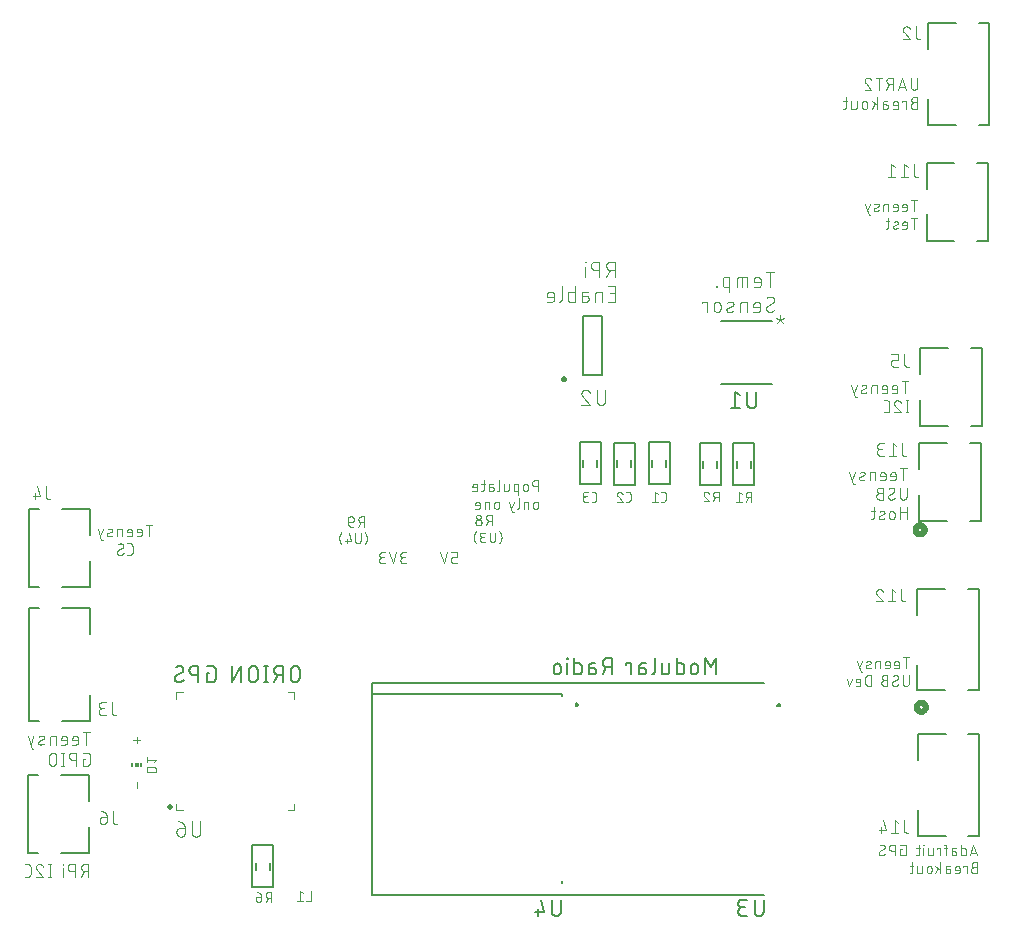
<source format=gbr>
G04 EAGLE Gerber RS-274X export*
G75*
%MOMM*%
%FSLAX34Y34*%
%LPD*%
%INSilkscreen Bottom*%
%IPPOS*%
%AMOC8*
5,1,8,0,0,1.08239X$1,22.5*%
G01*
%ADD10C,0.076200*%
%ADD11C,0.101600*%
%ADD12C,0.127000*%
%ADD13C,0.508000*%
%ADD14C,0.150000*%
%ADD15C,0.250000*%
%ADD16C,0.177800*%
%ADD17C,0.500000*%
%ADD18C,0.120000*%
%ADD19R,0.150000X0.300000*%
%ADD20R,0.300000X0.300000*%
%ADD21C,0.152400*%
%ADD22C,0.200000*%


D10*
X791975Y422481D02*
X791975Y432719D01*
X794819Y432719D02*
X789131Y432719D01*
X783964Y422481D02*
X781120Y422481D01*
X783964Y422481D02*
X784045Y422483D01*
X784126Y422489D01*
X784207Y422498D01*
X784287Y422512D01*
X784366Y422529D01*
X784445Y422550D01*
X784522Y422575D01*
X784598Y422603D01*
X784673Y422635D01*
X784746Y422671D01*
X784817Y422710D01*
X784886Y422752D01*
X784954Y422797D01*
X785019Y422846D01*
X785081Y422898D01*
X785141Y422952D01*
X785199Y423010D01*
X785253Y423070D01*
X785305Y423132D01*
X785354Y423197D01*
X785399Y423265D01*
X785441Y423334D01*
X785480Y423405D01*
X785516Y423478D01*
X785548Y423553D01*
X785576Y423629D01*
X785601Y423706D01*
X785622Y423785D01*
X785639Y423864D01*
X785653Y423944D01*
X785662Y424025D01*
X785668Y424106D01*
X785670Y424187D01*
X785670Y427031D01*
X785668Y427125D01*
X785662Y427219D01*
X785653Y427312D01*
X785639Y427405D01*
X785622Y427498D01*
X785600Y427589D01*
X785575Y427680D01*
X785547Y427770D01*
X785514Y427858D01*
X785478Y427945D01*
X785439Y428030D01*
X785396Y428114D01*
X785349Y428196D01*
X785300Y428275D01*
X785247Y428353D01*
X785190Y428428D01*
X785131Y428501D01*
X785069Y428572D01*
X785004Y428640D01*
X784936Y428705D01*
X784865Y428767D01*
X784792Y428826D01*
X784717Y428883D01*
X784639Y428936D01*
X784560Y428985D01*
X784478Y429032D01*
X784394Y429075D01*
X784309Y429114D01*
X784222Y429150D01*
X784134Y429183D01*
X784044Y429211D01*
X783953Y429236D01*
X783862Y429258D01*
X783769Y429275D01*
X783676Y429289D01*
X783583Y429298D01*
X783489Y429304D01*
X783395Y429306D01*
X783301Y429304D01*
X783207Y429298D01*
X783114Y429289D01*
X783021Y429275D01*
X782928Y429258D01*
X782837Y429236D01*
X782746Y429211D01*
X782656Y429183D01*
X782568Y429150D01*
X782481Y429114D01*
X782396Y429075D01*
X782312Y429032D01*
X782230Y428985D01*
X782151Y428936D01*
X782073Y428883D01*
X781998Y428826D01*
X781925Y428767D01*
X781854Y428705D01*
X781786Y428640D01*
X781721Y428572D01*
X781659Y428501D01*
X781600Y428428D01*
X781543Y428353D01*
X781490Y428275D01*
X781441Y428196D01*
X781394Y428114D01*
X781351Y428030D01*
X781312Y427945D01*
X781276Y427858D01*
X781243Y427770D01*
X781215Y427680D01*
X781190Y427589D01*
X781168Y427498D01*
X781151Y427405D01*
X781137Y427312D01*
X781128Y427219D01*
X781122Y427125D01*
X781120Y427031D01*
X781120Y425894D01*
X785670Y425894D01*
X775384Y422481D02*
X772540Y422481D01*
X775384Y422481D02*
X775465Y422483D01*
X775546Y422489D01*
X775627Y422498D01*
X775707Y422512D01*
X775786Y422529D01*
X775865Y422550D01*
X775942Y422575D01*
X776018Y422603D01*
X776093Y422635D01*
X776166Y422671D01*
X776237Y422710D01*
X776306Y422752D01*
X776374Y422797D01*
X776439Y422846D01*
X776501Y422898D01*
X776561Y422952D01*
X776619Y423010D01*
X776673Y423070D01*
X776725Y423132D01*
X776774Y423197D01*
X776819Y423265D01*
X776861Y423334D01*
X776900Y423405D01*
X776936Y423478D01*
X776968Y423553D01*
X776996Y423629D01*
X777021Y423706D01*
X777042Y423785D01*
X777059Y423864D01*
X777073Y423944D01*
X777082Y424025D01*
X777088Y424106D01*
X777090Y424187D01*
X777090Y427031D01*
X777088Y427125D01*
X777082Y427219D01*
X777073Y427312D01*
X777059Y427405D01*
X777042Y427498D01*
X777020Y427589D01*
X776995Y427680D01*
X776967Y427770D01*
X776934Y427858D01*
X776898Y427945D01*
X776859Y428030D01*
X776816Y428114D01*
X776769Y428196D01*
X776720Y428275D01*
X776667Y428353D01*
X776610Y428428D01*
X776551Y428501D01*
X776489Y428572D01*
X776424Y428640D01*
X776356Y428705D01*
X776285Y428767D01*
X776212Y428826D01*
X776137Y428883D01*
X776059Y428936D01*
X775980Y428985D01*
X775898Y429032D01*
X775814Y429075D01*
X775729Y429114D01*
X775642Y429150D01*
X775554Y429183D01*
X775464Y429211D01*
X775373Y429236D01*
X775282Y429258D01*
X775189Y429275D01*
X775096Y429289D01*
X775003Y429298D01*
X774909Y429304D01*
X774815Y429306D01*
X774721Y429304D01*
X774627Y429298D01*
X774534Y429289D01*
X774441Y429275D01*
X774348Y429258D01*
X774257Y429236D01*
X774166Y429211D01*
X774076Y429183D01*
X773988Y429150D01*
X773901Y429114D01*
X773816Y429075D01*
X773732Y429032D01*
X773650Y428985D01*
X773571Y428936D01*
X773493Y428883D01*
X773418Y428826D01*
X773345Y428767D01*
X773274Y428705D01*
X773206Y428640D01*
X773141Y428572D01*
X773079Y428501D01*
X773020Y428428D01*
X772963Y428353D01*
X772910Y428275D01*
X772861Y428196D01*
X772814Y428114D01*
X772771Y428030D01*
X772732Y427945D01*
X772696Y427858D01*
X772663Y427770D01*
X772635Y427680D01*
X772610Y427589D01*
X772588Y427498D01*
X772571Y427405D01*
X772557Y427312D01*
X772548Y427219D01*
X772542Y427125D01*
X772540Y427031D01*
X772540Y425894D01*
X777090Y425894D01*
X768180Y429306D02*
X768180Y422481D01*
X768180Y429306D02*
X765336Y429306D01*
X765255Y429304D01*
X765174Y429298D01*
X765093Y429289D01*
X765013Y429275D01*
X764934Y429258D01*
X764855Y429237D01*
X764778Y429212D01*
X764702Y429184D01*
X764627Y429152D01*
X764554Y429116D01*
X764483Y429077D01*
X764414Y429035D01*
X764346Y428990D01*
X764281Y428941D01*
X764219Y428889D01*
X764159Y428835D01*
X764101Y428777D01*
X764047Y428717D01*
X763995Y428655D01*
X763946Y428590D01*
X763901Y428522D01*
X763859Y428453D01*
X763820Y428382D01*
X763784Y428309D01*
X763752Y428234D01*
X763724Y428158D01*
X763699Y428081D01*
X763678Y428002D01*
X763661Y427923D01*
X763647Y427843D01*
X763638Y427762D01*
X763632Y427681D01*
X763630Y427600D01*
X763630Y422481D01*
X758417Y426462D02*
X755573Y425325D01*
X758417Y426462D02*
X758486Y426492D01*
X758554Y426526D01*
X758621Y426563D01*
X758685Y426603D01*
X758747Y426647D01*
X758807Y426693D01*
X758864Y426743D01*
X758919Y426796D01*
X758970Y426851D01*
X759019Y426909D01*
X759065Y426969D01*
X759108Y427032D01*
X759147Y427096D01*
X759184Y427163D01*
X759216Y427231D01*
X759245Y427301D01*
X759271Y427373D01*
X759292Y427445D01*
X759310Y427519D01*
X759325Y427594D01*
X759335Y427669D01*
X759341Y427744D01*
X759344Y427820D01*
X759343Y427896D01*
X759337Y427971D01*
X759328Y428047D01*
X759315Y428121D01*
X759299Y428195D01*
X759278Y428268D01*
X759254Y428340D01*
X759226Y428410D01*
X759194Y428479D01*
X759159Y428547D01*
X759121Y428612D01*
X759079Y428675D01*
X759034Y428736D01*
X758986Y428795D01*
X758935Y428851D01*
X758882Y428905D01*
X758825Y428955D01*
X758766Y429003D01*
X758705Y429047D01*
X758641Y429089D01*
X758576Y429127D01*
X758508Y429161D01*
X758439Y429192D01*
X758369Y429220D01*
X758297Y429244D01*
X758223Y429264D01*
X758149Y429280D01*
X758075Y429293D01*
X757999Y429301D01*
X757924Y429306D01*
X757848Y429307D01*
X757849Y429306D02*
X757693Y429302D01*
X757538Y429294D01*
X757384Y429283D01*
X757229Y429268D01*
X757075Y429249D01*
X756921Y429226D01*
X756768Y429200D01*
X756616Y429170D01*
X756464Y429136D01*
X756313Y429099D01*
X756164Y429058D01*
X756015Y429013D01*
X755867Y428965D01*
X755721Y428913D01*
X755575Y428858D01*
X755432Y428800D01*
X755289Y428738D01*
X755573Y425326D02*
X755504Y425296D01*
X755436Y425262D01*
X755369Y425225D01*
X755305Y425185D01*
X755243Y425141D01*
X755183Y425095D01*
X755126Y425045D01*
X755071Y424992D01*
X755020Y424937D01*
X754971Y424879D01*
X754925Y424819D01*
X754882Y424756D01*
X754843Y424692D01*
X754806Y424625D01*
X754774Y424557D01*
X754745Y424487D01*
X754719Y424415D01*
X754698Y424343D01*
X754680Y424269D01*
X754665Y424194D01*
X754655Y424119D01*
X754649Y424044D01*
X754646Y423968D01*
X754647Y423892D01*
X754653Y423817D01*
X754662Y423741D01*
X754675Y423667D01*
X754691Y423593D01*
X754712Y423520D01*
X754736Y423448D01*
X754764Y423378D01*
X754796Y423309D01*
X754831Y423241D01*
X754869Y423176D01*
X754911Y423113D01*
X754956Y423052D01*
X755004Y422993D01*
X755055Y422937D01*
X755108Y422883D01*
X755165Y422833D01*
X755224Y422785D01*
X755285Y422741D01*
X755349Y422699D01*
X755414Y422661D01*
X755482Y422627D01*
X755551Y422596D01*
X755621Y422568D01*
X755693Y422544D01*
X755767Y422524D01*
X755841Y422508D01*
X755915Y422495D01*
X755991Y422487D01*
X756066Y422482D01*
X756142Y422481D01*
X756370Y422487D01*
X756598Y422498D01*
X756825Y422515D01*
X757052Y422537D01*
X757279Y422565D01*
X757505Y422597D01*
X757729Y422636D01*
X757953Y422679D01*
X758176Y422728D01*
X758398Y422782D01*
X758618Y422841D01*
X758837Y422905D01*
X759054Y422975D01*
X759270Y423050D01*
X751020Y419068D02*
X749883Y419068D01*
X746470Y429306D01*
X751020Y429306D02*
X748745Y422481D01*
X794819Y416219D02*
X794819Y408825D01*
X794817Y408720D01*
X794811Y408615D01*
X794802Y408510D01*
X794788Y408406D01*
X794771Y408302D01*
X794749Y408199D01*
X794724Y408097D01*
X794696Y407996D01*
X794663Y407896D01*
X794627Y407798D01*
X794587Y407700D01*
X794544Y407605D01*
X794497Y407510D01*
X794447Y407418D01*
X794393Y407328D01*
X794336Y407240D01*
X794276Y407153D01*
X794213Y407069D01*
X794146Y406988D01*
X794077Y406909D01*
X794005Y406833D01*
X793930Y406759D01*
X793852Y406688D01*
X793772Y406620D01*
X793689Y406555D01*
X793604Y406494D01*
X793517Y406435D01*
X793427Y406380D01*
X793336Y406328D01*
X793243Y406279D01*
X793148Y406234D01*
X793051Y406192D01*
X792953Y406155D01*
X792854Y406120D01*
X792753Y406090D01*
X792652Y406063D01*
X792549Y406040D01*
X792446Y406020D01*
X792342Y406005D01*
X792237Y405993D01*
X792133Y405985D01*
X792028Y405981D01*
X791922Y405981D01*
X791817Y405985D01*
X791713Y405993D01*
X791608Y406005D01*
X791504Y406020D01*
X791401Y406040D01*
X791298Y406063D01*
X791197Y406090D01*
X791096Y406120D01*
X790997Y406155D01*
X790899Y406192D01*
X790802Y406234D01*
X790707Y406279D01*
X790614Y406328D01*
X790523Y406380D01*
X790433Y406435D01*
X790346Y406494D01*
X790261Y406555D01*
X790178Y406620D01*
X790098Y406688D01*
X790020Y406759D01*
X789945Y406833D01*
X789873Y406909D01*
X789804Y406988D01*
X789737Y407069D01*
X789674Y407153D01*
X789614Y407240D01*
X789557Y407328D01*
X789503Y407418D01*
X789453Y407510D01*
X789406Y407605D01*
X789363Y407700D01*
X789323Y407798D01*
X789287Y407896D01*
X789254Y407996D01*
X789226Y408097D01*
X789201Y408199D01*
X789179Y408302D01*
X789162Y408406D01*
X789148Y408510D01*
X789139Y408615D01*
X789133Y408720D01*
X789131Y408825D01*
X789131Y416219D01*
X779231Y408256D02*
X779233Y408162D01*
X779239Y408068D01*
X779248Y407975D01*
X779262Y407882D01*
X779279Y407789D01*
X779301Y407698D01*
X779326Y407607D01*
X779354Y407517D01*
X779387Y407429D01*
X779423Y407342D01*
X779462Y407257D01*
X779505Y407173D01*
X779552Y407091D01*
X779601Y407012D01*
X779654Y406934D01*
X779711Y406859D01*
X779770Y406786D01*
X779832Y406715D01*
X779897Y406647D01*
X779965Y406582D01*
X780036Y406520D01*
X780109Y406461D01*
X780184Y406404D01*
X780262Y406351D01*
X780341Y406302D01*
X780423Y406255D01*
X780507Y406212D01*
X780592Y406173D01*
X780679Y406137D01*
X780767Y406104D01*
X780857Y406076D01*
X780948Y406051D01*
X781039Y406029D01*
X781132Y406012D01*
X781225Y405998D01*
X781318Y405989D01*
X781412Y405983D01*
X781506Y405981D01*
X781642Y405983D01*
X781777Y405989D01*
X781912Y405998D01*
X782047Y406012D01*
X782181Y406029D01*
X782315Y406050D01*
X782449Y406074D01*
X782581Y406103D01*
X782713Y406135D01*
X782843Y406171D01*
X782973Y406210D01*
X783101Y406254D01*
X783229Y406300D01*
X783354Y406351D01*
X783479Y406405D01*
X783602Y406462D01*
X783723Y406523D01*
X783842Y406587D01*
X783960Y406654D01*
X784075Y406725D01*
X784189Y406799D01*
X784300Y406877D01*
X784409Y406957D01*
X784516Y407040D01*
X784620Y407127D01*
X784722Y407216D01*
X784822Y407308D01*
X784919Y407403D01*
X784635Y413944D02*
X784633Y414038D01*
X784627Y414132D01*
X784618Y414225D01*
X784604Y414318D01*
X784587Y414411D01*
X784565Y414502D01*
X784540Y414593D01*
X784512Y414683D01*
X784479Y414771D01*
X784443Y414858D01*
X784404Y414943D01*
X784361Y415027D01*
X784314Y415109D01*
X784265Y415188D01*
X784212Y415266D01*
X784155Y415341D01*
X784096Y415414D01*
X784034Y415485D01*
X783969Y415553D01*
X783901Y415618D01*
X783830Y415680D01*
X783757Y415739D01*
X783682Y415796D01*
X783604Y415849D01*
X783525Y415898D01*
X783443Y415945D01*
X783359Y415988D01*
X783274Y416027D01*
X783187Y416063D01*
X783099Y416096D01*
X783009Y416124D01*
X782918Y416149D01*
X782827Y416171D01*
X782734Y416188D01*
X782641Y416202D01*
X782548Y416211D01*
X782454Y416217D01*
X782360Y416219D01*
X782235Y416217D01*
X782111Y416212D01*
X781986Y416203D01*
X781862Y416190D01*
X781738Y416173D01*
X781615Y416153D01*
X781493Y416130D01*
X781371Y416103D01*
X781250Y416072D01*
X781130Y416038D01*
X781011Y416000D01*
X780893Y415959D01*
X780777Y415914D01*
X780661Y415866D01*
X780548Y415815D01*
X780436Y415760D01*
X780325Y415702D01*
X780216Y415641D01*
X780109Y415577D01*
X780004Y415510D01*
X779901Y415439D01*
X779800Y415366D01*
X783497Y411953D02*
X783576Y412001D01*
X783652Y412053D01*
X783727Y412107D01*
X783799Y412165D01*
X783869Y412225D01*
X783936Y412288D01*
X784001Y412354D01*
X784063Y412422D01*
X784123Y412493D01*
X784179Y412566D01*
X784233Y412641D01*
X784283Y412718D01*
X784331Y412797D01*
X784375Y412878D01*
X784416Y412961D01*
X784453Y413045D01*
X784487Y413131D01*
X784518Y413218D01*
X784545Y413306D01*
X784569Y413396D01*
X784589Y413486D01*
X784606Y413576D01*
X784618Y413668D01*
X784628Y413760D01*
X784633Y413852D01*
X784635Y413944D01*
X780369Y410247D02*
X780290Y410199D01*
X780214Y410147D01*
X780139Y410093D01*
X780067Y410035D01*
X779997Y409975D01*
X779930Y409912D01*
X779865Y409846D01*
X779803Y409778D01*
X779743Y409707D01*
X779687Y409634D01*
X779633Y409559D01*
X779583Y409482D01*
X779535Y409403D01*
X779491Y409322D01*
X779450Y409239D01*
X779413Y409155D01*
X779379Y409069D01*
X779348Y408982D01*
X779321Y408894D01*
X779297Y408804D01*
X779277Y408714D01*
X779260Y408624D01*
X779248Y408532D01*
X779238Y408440D01*
X779233Y408348D01*
X779231Y408256D01*
X780369Y410247D02*
X783497Y411953D01*
X774882Y411669D02*
X772038Y411669D01*
X771933Y411667D01*
X771828Y411661D01*
X771723Y411652D01*
X771619Y411638D01*
X771515Y411621D01*
X771412Y411599D01*
X771310Y411574D01*
X771209Y411546D01*
X771109Y411513D01*
X771011Y411477D01*
X770913Y411437D01*
X770818Y411394D01*
X770723Y411347D01*
X770631Y411297D01*
X770541Y411243D01*
X770453Y411186D01*
X770366Y411126D01*
X770282Y411063D01*
X770201Y410996D01*
X770122Y410927D01*
X770046Y410855D01*
X769972Y410780D01*
X769901Y410702D01*
X769833Y410622D01*
X769768Y410539D01*
X769707Y410454D01*
X769648Y410367D01*
X769593Y410277D01*
X769541Y410186D01*
X769492Y410093D01*
X769447Y409998D01*
X769405Y409901D01*
X769368Y409803D01*
X769333Y409704D01*
X769303Y409603D01*
X769276Y409502D01*
X769253Y409399D01*
X769233Y409296D01*
X769218Y409192D01*
X769206Y409087D01*
X769198Y408983D01*
X769194Y408878D01*
X769194Y408772D01*
X769198Y408667D01*
X769206Y408563D01*
X769218Y408458D01*
X769233Y408354D01*
X769253Y408251D01*
X769276Y408148D01*
X769303Y408047D01*
X769333Y407946D01*
X769368Y407847D01*
X769405Y407749D01*
X769447Y407652D01*
X769492Y407557D01*
X769541Y407464D01*
X769593Y407373D01*
X769648Y407283D01*
X769707Y407196D01*
X769768Y407111D01*
X769833Y407028D01*
X769901Y406948D01*
X769972Y406870D01*
X770046Y406795D01*
X770122Y406723D01*
X770201Y406654D01*
X770282Y406587D01*
X770366Y406524D01*
X770453Y406464D01*
X770541Y406407D01*
X770631Y406353D01*
X770723Y406303D01*
X770818Y406256D01*
X770913Y406213D01*
X771011Y406173D01*
X771109Y406137D01*
X771209Y406104D01*
X771310Y406076D01*
X771412Y406051D01*
X771515Y406029D01*
X771619Y406012D01*
X771723Y405998D01*
X771828Y405989D01*
X771933Y405983D01*
X772038Y405981D01*
X774882Y405981D01*
X774882Y416219D01*
X772038Y416219D01*
X771944Y416217D01*
X771850Y416211D01*
X771757Y416202D01*
X771664Y416188D01*
X771571Y416171D01*
X771480Y416149D01*
X771389Y416124D01*
X771299Y416096D01*
X771211Y416063D01*
X771124Y416027D01*
X771039Y415988D01*
X770955Y415945D01*
X770873Y415898D01*
X770794Y415849D01*
X770716Y415796D01*
X770641Y415739D01*
X770568Y415680D01*
X770497Y415618D01*
X770429Y415553D01*
X770364Y415485D01*
X770302Y415414D01*
X770243Y415341D01*
X770186Y415266D01*
X770133Y415188D01*
X770084Y415109D01*
X770037Y415027D01*
X769994Y414943D01*
X769955Y414858D01*
X769919Y414771D01*
X769886Y414683D01*
X769858Y414593D01*
X769833Y414502D01*
X769811Y414411D01*
X769794Y414318D01*
X769780Y414225D01*
X769771Y414132D01*
X769765Y414038D01*
X769763Y413944D01*
X769765Y413850D01*
X769771Y413756D01*
X769780Y413663D01*
X769794Y413570D01*
X769811Y413477D01*
X769833Y413386D01*
X769858Y413295D01*
X769886Y413205D01*
X769919Y413117D01*
X769955Y413030D01*
X769994Y412945D01*
X770037Y412861D01*
X770084Y412779D01*
X770133Y412700D01*
X770186Y412622D01*
X770243Y412547D01*
X770302Y412474D01*
X770364Y412403D01*
X770429Y412335D01*
X770497Y412270D01*
X770568Y412208D01*
X770641Y412149D01*
X770716Y412092D01*
X770794Y412039D01*
X770873Y411990D01*
X770955Y411943D01*
X771039Y411900D01*
X771124Y411861D01*
X771211Y411825D01*
X771299Y411792D01*
X771389Y411764D01*
X771480Y411739D01*
X771571Y411717D01*
X771664Y411700D01*
X771757Y411686D01*
X771850Y411677D01*
X771944Y411671D01*
X772038Y411669D01*
X794819Y399719D02*
X794819Y389481D01*
X794819Y395169D02*
X789131Y395169D01*
X789131Y399719D02*
X789131Y389481D01*
X784680Y391756D02*
X784680Y394031D01*
X784678Y394125D01*
X784672Y394219D01*
X784663Y394312D01*
X784649Y394405D01*
X784632Y394498D01*
X784610Y394589D01*
X784585Y394680D01*
X784557Y394770D01*
X784524Y394858D01*
X784488Y394945D01*
X784449Y395030D01*
X784406Y395114D01*
X784359Y395196D01*
X784310Y395275D01*
X784257Y395353D01*
X784200Y395428D01*
X784141Y395501D01*
X784079Y395572D01*
X784014Y395640D01*
X783946Y395705D01*
X783875Y395767D01*
X783802Y395826D01*
X783727Y395883D01*
X783649Y395936D01*
X783570Y395985D01*
X783488Y396032D01*
X783404Y396075D01*
X783319Y396114D01*
X783232Y396150D01*
X783144Y396183D01*
X783054Y396211D01*
X782963Y396236D01*
X782872Y396258D01*
X782779Y396275D01*
X782686Y396289D01*
X782593Y396298D01*
X782499Y396304D01*
X782405Y396306D01*
X782311Y396304D01*
X782217Y396298D01*
X782124Y396289D01*
X782031Y396275D01*
X781938Y396258D01*
X781847Y396236D01*
X781756Y396211D01*
X781666Y396183D01*
X781578Y396150D01*
X781491Y396114D01*
X781406Y396075D01*
X781322Y396032D01*
X781240Y395985D01*
X781161Y395936D01*
X781083Y395883D01*
X781008Y395826D01*
X780935Y395767D01*
X780864Y395705D01*
X780796Y395640D01*
X780731Y395572D01*
X780669Y395501D01*
X780610Y395428D01*
X780553Y395353D01*
X780500Y395275D01*
X780451Y395196D01*
X780404Y395114D01*
X780361Y395030D01*
X780322Y394945D01*
X780286Y394858D01*
X780253Y394770D01*
X780225Y394680D01*
X780200Y394589D01*
X780178Y394498D01*
X780161Y394405D01*
X780147Y394312D01*
X780138Y394219D01*
X780132Y394125D01*
X780130Y394031D01*
X780130Y391756D01*
X780132Y391662D01*
X780138Y391568D01*
X780147Y391475D01*
X780161Y391382D01*
X780178Y391289D01*
X780200Y391198D01*
X780225Y391107D01*
X780253Y391017D01*
X780286Y390929D01*
X780322Y390842D01*
X780361Y390757D01*
X780404Y390673D01*
X780451Y390591D01*
X780500Y390512D01*
X780553Y390434D01*
X780610Y390359D01*
X780669Y390286D01*
X780731Y390215D01*
X780796Y390147D01*
X780864Y390082D01*
X780935Y390020D01*
X781008Y389961D01*
X781083Y389904D01*
X781161Y389851D01*
X781240Y389802D01*
X781322Y389755D01*
X781406Y389712D01*
X781491Y389673D01*
X781578Y389637D01*
X781666Y389604D01*
X781756Y389576D01*
X781847Y389551D01*
X781938Y389529D01*
X782031Y389512D01*
X782124Y389498D01*
X782217Y389489D01*
X782311Y389483D01*
X782405Y389481D01*
X782499Y389483D01*
X782593Y389489D01*
X782686Y389498D01*
X782779Y389512D01*
X782872Y389529D01*
X782963Y389551D01*
X783054Y389576D01*
X783144Y389604D01*
X783232Y389637D01*
X783319Y389673D01*
X783404Y389712D01*
X783488Y389755D01*
X783570Y389802D01*
X783649Y389851D01*
X783727Y389904D01*
X783802Y389961D01*
X783875Y390020D01*
X783946Y390082D01*
X784014Y390147D01*
X784079Y390215D01*
X784141Y390286D01*
X784200Y390359D01*
X784257Y390434D01*
X784310Y390512D01*
X784359Y390591D01*
X784406Y390673D01*
X784449Y390757D01*
X784488Y390842D01*
X784524Y390929D01*
X784557Y391017D01*
X784585Y391107D01*
X784610Y391198D01*
X784632Y391289D01*
X784649Y391382D01*
X784663Y391475D01*
X784672Y391568D01*
X784678Y391662D01*
X784680Y391756D01*
X775247Y393462D02*
X772403Y392325D01*
X775247Y393462D02*
X775316Y393492D01*
X775384Y393526D01*
X775451Y393563D01*
X775515Y393603D01*
X775577Y393647D01*
X775637Y393693D01*
X775694Y393743D01*
X775749Y393796D01*
X775800Y393851D01*
X775849Y393909D01*
X775895Y393969D01*
X775938Y394032D01*
X775977Y394096D01*
X776014Y394163D01*
X776046Y394231D01*
X776075Y394301D01*
X776101Y394373D01*
X776122Y394445D01*
X776140Y394519D01*
X776155Y394594D01*
X776165Y394669D01*
X776171Y394744D01*
X776174Y394820D01*
X776173Y394896D01*
X776167Y394971D01*
X776158Y395047D01*
X776145Y395121D01*
X776129Y395195D01*
X776108Y395268D01*
X776084Y395340D01*
X776056Y395410D01*
X776024Y395479D01*
X775989Y395547D01*
X775951Y395612D01*
X775909Y395675D01*
X775864Y395736D01*
X775816Y395795D01*
X775765Y395851D01*
X775712Y395905D01*
X775655Y395955D01*
X775596Y396003D01*
X775535Y396047D01*
X775471Y396089D01*
X775406Y396127D01*
X775338Y396161D01*
X775269Y396192D01*
X775199Y396220D01*
X775127Y396244D01*
X775053Y396264D01*
X774979Y396280D01*
X774905Y396293D01*
X774829Y396301D01*
X774754Y396306D01*
X774678Y396307D01*
X774679Y396306D02*
X774523Y396302D01*
X774368Y396294D01*
X774214Y396283D01*
X774059Y396268D01*
X773905Y396249D01*
X773751Y396226D01*
X773598Y396200D01*
X773446Y396170D01*
X773294Y396136D01*
X773143Y396099D01*
X772994Y396058D01*
X772845Y396013D01*
X772697Y395965D01*
X772551Y395913D01*
X772405Y395858D01*
X772262Y395800D01*
X772119Y395738D01*
X772403Y392326D02*
X772334Y392296D01*
X772266Y392262D01*
X772199Y392225D01*
X772135Y392185D01*
X772073Y392141D01*
X772013Y392095D01*
X771956Y392045D01*
X771901Y391992D01*
X771850Y391937D01*
X771801Y391879D01*
X771755Y391819D01*
X771712Y391756D01*
X771673Y391692D01*
X771636Y391625D01*
X771604Y391557D01*
X771575Y391487D01*
X771549Y391415D01*
X771528Y391343D01*
X771510Y391269D01*
X771495Y391194D01*
X771485Y391119D01*
X771479Y391044D01*
X771476Y390968D01*
X771477Y390892D01*
X771483Y390817D01*
X771492Y390741D01*
X771505Y390667D01*
X771521Y390593D01*
X771542Y390520D01*
X771566Y390448D01*
X771594Y390378D01*
X771626Y390309D01*
X771661Y390241D01*
X771699Y390176D01*
X771741Y390113D01*
X771786Y390052D01*
X771834Y389993D01*
X771885Y389937D01*
X771938Y389883D01*
X771995Y389833D01*
X772054Y389785D01*
X772115Y389741D01*
X772179Y389699D01*
X772244Y389661D01*
X772312Y389627D01*
X772381Y389596D01*
X772451Y389568D01*
X772523Y389544D01*
X772597Y389524D01*
X772671Y389508D01*
X772745Y389495D01*
X772821Y389487D01*
X772896Y389482D01*
X772972Y389481D01*
X773200Y389487D01*
X773428Y389498D01*
X773655Y389515D01*
X773882Y389537D01*
X774109Y389565D01*
X774335Y389597D01*
X774559Y389636D01*
X774783Y389679D01*
X775006Y389728D01*
X775228Y389782D01*
X775448Y389841D01*
X775667Y389905D01*
X775884Y389975D01*
X776100Y390050D01*
X768346Y396306D02*
X764933Y396306D01*
X767209Y399719D02*
X767209Y391187D01*
X767208Y391187D02*
X767206Y391106D01*
X767200Y391025D01*
X767191Y390944D01*
X767177Y390864D01*
X767160Y390785D01*
X767139Y390706D01*
X767114Y390629D01*
X767086Y390553D01*
X767054Y390478D01*
X767018Y390405D01*
X766979Y390334D01*
X766937Y390265D01*
X766892Y390197D01*
X766843Y390132D01*
X766791Y390070D01*
X766737Y390010D01*
X766679Y389952D01*
X766619Y389898D01*
X766557Y389846D01*
X766492Y389797D01*
X766424Y389752D01*
X766355Y389710D01*
X766284Y389671D01*
X766211Y389635D01*
X766136Y389603D01*
X766060Y389575D01*
X765983Y389550D01*
X765904Y389529D01*
X765825Y389512D01*
X765745Y389498D01*
X765664Y389489D01*
X765583Y389483D01*
X765502Y389481D01*
X764933Y389481D01*
X800953Y650381D02*
X800953Y659619D01*
X803519Y659619D02*
X798387Y659619D01*
X793666Y650381D02*
X791100Y650381D01*
X793666Y650381D02*
X793742Y650383D01*
X793817Y650388D01*
X793892Y650398D01*
X793966Y650411D01*
X794040Y650427D01*
X794113Y650447D01*
X794185Y650471D01*
X794255Y650498D01*
X794324Y650529D01*
X794392Y650563D01*
X794458Y650600D01*
X794522Y650641D01*
X794583Y650684D01*
X794643Y650731D01*
X794700Y650780D01*
X794755Y650832D01*
X794807Y650887D01*
X794856Y650944D01*
X794903Y651004D01*
X794946Y651065D01*
X794987Y651129D01*
X795024Y651195D01*
X795058Y651263D01*
X795089Y651332D01*
X795116Y651402D01*
X795140Y651474D01*
X795160Y651547D01*
X795176Y651621D01*
X795189Y651695D01*
X795199Y651770D01*
X795204Y651845D01*
X795206Y651921D01*
X795206Y654487D01*
X795204Y654577D01*
X795198Y654666D01*
X795188Y654755D01*
X795175Y654843D01*
X795157Y654931D01*
X795136Y655018D01*
X795111Y655104D01*
X795082Y655189D01*
X795050Y655273D01*
X795014Y655355D01*
X794974Y655435D01*
X794931Y655514D01*
X794884Y655590D01*
X794835Y655665D01*
X794782Y655737D01*
X794726Y655807D01*
X794667Y655874D01*
X794605Y655939D01*
X794540Y656001D01*
X794473Y656060D01*
X794403Y656116D01*
X794331Y656169D01*
X794256Y656218D01*
X794180Y656265D01*
X794101Y656308D01*
X794021Y656348D01*
X793939Y656384D01*
X793855Y656416D01*
X793770Y656445D01*
X793684Y656470D01*
X793597Y656491D01*
X793509Y656509D01*
X793421Y656522D01*
X793332Y656532D01*
X793243Y656538D01*
X793153Y656540D01*
X793063Y656538D01*
X792974Y656532D01*
X792885Y656522D01*
X792797Y656509D01*
X792709Y656491D01*
X792622Y656470D01*
X792536Y656445D01*
X792451Y656416D01*
X792367Y656384D01*
X792285Y656348D01*
X792205Y656308D01*
X792127Y656265D01*
X792050Y656218D01*
X791975Y656169D01*
X791903Y656116D01*
X791833Y656060D01*
X791766Y656001D01*
X791701Y655939D01*
X791639Y655874D01*
X791580Y655807D01*
X791524Y655737D01*
X791471Y655665D01*
X791422Y655590D01*
X791375Y655514D01*
X791332Y655435D01*
X791292Y655355D01*
X791256Y655273D01*
X791224Y655189D01*
X791195Y655104D01*
X791170Y655018D01*
X791149Y654931D01*
X791131Y654843D01*
X791118Y654755D01*
X791108Y654666D01*
X791102Y654577D01*
X791100Y654487D01*
X791100Y653460D01*
X795206Y653460D01*
X785866Y650381D02*
X783300Y650381D01*
X785866Y650381D02*
X785942Y650383D01*
X786017Y650388D01*
X786092Y650398D01*
X786166Y650411D01*
X786240Y650427D01*
X786313Y650447D01*
X786385Y650471D01*
X786455Y650498D01*
X786524Y650529D01*
X786592Y650563D01*
X786658Y650600D01*
X786722Y650641D01*
X786783Y650684D01*
X786843Y650731D01*
X786900Y650780D01*
X786955Y650832D01*
X787007Y650887D01*
X787056Y650944D01*
X787103Y651004D01*
X787146Y651065D01*
X787187Y651129D01*
X787224Y651195D01*
X787258Y651263D01*
X787289Y651332D01*
X787316Y651402D01*
X787340Y651474D01*
X787360Y651547D01*
X787376Y651621D01*
X787389Y651695D01*
X787399Y651770D01*
X787404Y651845D01*
X787406Y651921D01*
X787406Y654487D01*
X787404Y654577D01*
X787398Y654666D01*
X787388Y654755D01*
X787375Y654843D01*
X787357Y654931D01*
X787336Y655018D01*
X787311Y655104D01*
X787282Y655189D01*
X787250Y655273D01*
X787214Y655355D01*
X787174Y655435D01*
X787131Y655514D01*
X787084Y655590D01*
X787035Y655665D01*
X786982Y655737D01*
X786926Y655807D01*
X786867Y655874D01*
X786805Y655939D01*
X786740Y656001D01*
X786673Y656060D01*
X786603Y656116D01*
X786531Y656169D01*
X786456Y656218D01*
X786380Y656265D01*
X786301Y656308D01*
X786221Y656348D01*
X786139Y656384D01*
X786055Y656416D01*
X785970Y656445D01*
X785884Y656470D01*
X785797Y656491D01*
X785709Y656509D01*
X785621Y656522D01*
X785532Y656532D01*
X785443Y656538D01*
X785353Y656540D01*
X785263Y656538D01*
X785174Y656532D01*
X785085Y656522D01*
X784997Y656509D01*
X784909Y656491D01*
X784822Y656470D01*
X784736Y656445D01*
X784651Y656416D01*
X784567Y656384D01*
X784485Y656348D01*
X784405Y656308D01*
X784327Y656265D01*
X784250Y656218D01*
X784175Y656169D01*
X784103Y656116D01*
X784033Y656060D01*
X783966Y656001D01*
X783901Y655939D01*
X783839Y655874D01*
X783780Y655807D01*
X783724Y655737D01*
X783671Y655665D01*
X783622Y655590D01*
X783575Y655514D01*
X783532Y655435D01*
X783492Y655355D01*
X783456Y655273D01*
X783424Y655189D01*
X783395Y655104D01*
X783370Y655018D01*
X783349Y654931D01*
X783331Y654843D01*
X783318Y654755D01*
X783308Y654666D01*
X783302Y654577D01*
X783300Y654487D01*
X783300Y653460D01*
X787406Y653460D01*
X779306Y650381D02*
X779306Y656540D01*
X776740Y656540D01*
X776662Y656538D01*
X776584Y656532D01*
X776507Y656522D01*
X776430Y656508D01*
X776354Y656491D01*
X776279Y656469D01*
X776205Y656444D01*
X776133Y656415D01*
X776062Y656383D01*
X775993Y656346D01*
X775925Y656307D01*
X775860Y656264D01*
X775797Y656218D01*
X775737Y656168D01*
X775679Y656116D01*
X775624Y656061D01*
X775572Y656003D01*
X775522Y655943D01*
X775476Y655880D01*
X775433Y655815D01*
X775394Y655747D01*
X775357Y655678D01*
X775325Y655607D01*
X775296Y655535D01*
X775271Y655461D01*
X775249Y655386D01*
X775232Y655310D01*
X775218Y655233D01*
X775208Y655156D01*
X775202Y655078D01*
X775200Y655000D01*
X775200Y650381D01*
X770436Y653974D02*
X767870Y652947D01*
X770436Y653973D02*
X770503Y654002D01*
X770568Y654034D01*
X770631Y654070D01*
X770692Y654109D01*
X770750Y654152D01*
X770807Y654197D01*
X770860Y654246D01*
X770911Y654297D01*
X770960Y654351D01*
X771005Y654408D01*
X771047Y654467D01*
X771085Y654528D01*
X771121Y654591D01*
X771153Y654656D01*
X771181Y654723D01*
X771206Y654791D01*
X771226Y654860D01*
X771244Y654931D01*
X771257Y655002D01*
X771266Y655074D01*
X771271Y655146D01*
X771273Y655218D01*
X771270Y655291D01*
X771264Y655363D01*
X771254Y655434D01*
X771240Y655505D01*
X771222Y655576D01*
X771200Y655645D01*
X771174Y655712D01*
X771145Y655779D01*
X771112Y655843D01*
X771076Y655906D01*
X771036Y655967D01*
X770994Y656025D01*
X770948Y656081D01*
X770899Y656134D01*
X770847Y656185D01*
X770792Y656233D01*
X770736Y656278D01*
X770676Y656319D01*
X770615Y656357D01*
X770551Y656392D01*
X770486Y656424D01*
X770419Y656452D01*
X770351Y656476D01*
X770281Y656496D01*
X770211Y656513D01*
X770140Y656525D01*
X770068Y656534D01*
X769995Y656539D01*
X769923Y656540D01*
X769923Y656539D02*
X769774Y656535D01*
X769625Y656528D01*
X769477Y656516D01*
X769329Y656501D01*
X769181Y656481D01*
X769034Y656458D01*
X768887Y656432D01*
X768742Y656401D01*
X768597Y656367D01*
X768453Y656329D01*
X768310Y656288D01*
X768168Y656243D01*
X768027Y656194D01*
X767888Y656141D01*
X767750Y656086D01*
X767613Y656026D01*
X767870Y652948D02*
X767803Y652919D01*
X767738Y652887D01*
X767675Y652851D01*
X767614Y652812D01*
X767556Y652769D01*
X767499Y652724D01*
X767446Y652675D01*
X767395Y652624D01*
X767346Y652570D01*
X767301Y652513D01*
X767259Y652454D01*
X767221Y652393D01*
X767185Y652330D01*
X767153Y652265D01*
X767125Y652198D01*
X767100Y652130D01*
X767080Y652061D01*
X767062Y651990D01*
X767049Y651919D01*
X767040Y651847D01*
X767035Y651775D01*
X767033Y651703D01*
X767036Y651630D01*
X767042Y651558D01*
X767052Y651487D01*
X767066Y651416D01*
X767084Y651345D01*
X767106Y651276D01*
X767132Y651209D01*
X767161Y651142D01*
X767194Y651078D01*
X767230Y651015D01*
X767270Y650954D01*
X767312Y650896D01*
X767358Y650840D01*
X767407Y650787D01*
X767459Y650736D01*
X767514Y650688D01*
X767570Y650643D01*
X767630Y650602D01*
X767691Y650564D01*
X767755Y650529D01*
X767820Y650497D01*
X767887Y650469D01*
X767955Y650445D01*
X768025Y650425D01*
X768095Y650408D01*
X768166Y650396D01*
X768238Y650387D01*
X768311Y650382D01*
X768383Y650381D01*
X768383Y650382D02*
X768589Y650387D01*
X768795Y650398D01*
X769000Y650413D01*
X769205Y650433D01*
X769409Y650457D01*
X769613Y650487D01*
X769816Y650521D01*
X770018Y650561D01*
X770219Y650605D01*
X770419Y650653D01*
X770618Y650707D01*
X770815Y650765D01*
X771011Y650828D01*
X771206Y650895D01*
X763706Y647302D02*
X762679Y647302D01*
X759600Y656540D01*
X763706Y656540D02*
X761653Y650381D01*
X800953Y644619D02*
X800953Y635381D01*
X803519Y644619D02*
X798387Y644619D01*
X793666Y635381D02*
X791100Y635381D01*
X793666Y635381D02*
X793742Y635383D01*
X793817Y635388D01*
X793892Y635398D01*
X793966Y635411D01*
X794040Y635427D01*
X794113Y635447D01*
X794185Y635471D01*
X794255Y635498D01*
X794324Y635529D01*
X794392Y635563D01*
X794458Y635600D01*
X794522Y635641D01*
X794583Y635684D01*
X794643Y635731D01*
X794700Y635780D01*
X794755Y635832D01*
X794807Y635887D01*
X794856Y635944D01*
X794903Y636004D01*
X794946Y636065D01*
X794987Y636129D01*
X795024Y636195D01*
X795058Y636263D01*
X795089Y636332D01*
X795116Y636402D01*
X795140Y636474D01*
X795160Y636547D01*
X795176Y636621D01*
X795189Y636695D01*
X795199Y636770D01*
X795204Y636845D01*
X795206Y636921D01*
X795206Y639487D01*
X795204Y639577D01*
X795198Y639666D01*
X795188Y639755D01*
X795175Y639843D01*
X795157Y639931D01*
X795136Y640018D01*
X795111Y640104D01*
X795082Y640189D01*
X795050Y640273D01*
X795014Y640355D01*
X794974Y640435D01*
X794931Y640514D01*
X794884Y640590D01*
X794835Y640665D01*
X794782Y640737D01*
X794726Y640807D01*
X794667Y640874D01*
X794605Y640939D01*
X794540Y641001D01*
X794473Y641060D01*
X794403Y641116D01*
X794331Y641169D01*
X794256Y641218D01*
X794180Y641265D01*
X794101Y641308D01*
X794021Y641348D01*
X793939Y641384D01*
X793855Y641416D01*
X793770Y641445D01*
X793684Y641470D01*
X793597Y641491D01*
X793509Y641509D01*
X793421Y641522D01*
X793332Y641532D01*
X793243Y641538D01*
X793153Y641540D01*
X793063Y641538D01*
X792974Y641532D01*
X792885Y641522D01*
X792797Y641509D01*
X792709Y641491D01*
X792622Y641470D01*
X792536Y641445D01*
X792451Y641416D01*
X792367Y641384D01*
X792285Y641348D01*
X792205Y641308D01*
X792127Y641265D01*
X792050Y641218D01*
X791975Y641169D01*
X791903Y641116D01*
X791833Y641060D01*
X791766Y641001D01*
X791701Y640939D01*
X791639Y640874D01*
X791580Y640807D01*
X791524Y640737D01*
X791471Y640665D01*
X791422Y640590D01*
X791375Y640514D01*
X791332Y640435D01*
X791292Y640355D01*
X791256Y640273D01*
X791224Y640189D01*
X791195Y640104D01*
X791170Y640018D01*
X791149Y639931D01*
X791131Y639843D01*
X791118Y639755D01*
X791108Y639666D01*
X791102Y639577D01*
X791100Y639487D01*
X791100Y638460D01*
X795206Y638460D01*
X786636Y638974D02*
X784070Y637947D01*
X786636Y638973D02*
X786703Y639002D01*
X786768Y639034D01*
X786831Y639070D01*
X786892Y639109D01*
X786950Y639152D01*
X787007Y639197D01*
X787060Y639246D01*
X787111Y639297D01*
X787160Y639351D01*
X787205Y639408D01*
X787247Y639467D01*
X787285Y639528D01*
X787321Y639591D01*
X787353Y639656D01*
X787381Y639723D01*
X787406Y639791D01*
X787426Y639860D01*
X787444Y639931D01*
X787457Y640002D01*
X787466Y640074D01*
X787471Y640146D01*
X787473Y640218D01*
X787470Y640291D01*
X787464Y640363D01*
X787454Y640434D01*
X787440Y640505D01*
X787422Y640576D01*
X787400Y640645D01*
X787374Y640712D01*
X787345Y640779D01*
X787312Y640843D01*
X787276Y640906D01*
X787236Y640967D01*
X787194Y641025D01*
X787148Y641081D01*
X787099Y641134D01*
X787047Y641185D01*
X786992Y641233D01*
X786936Y641278D01*
X786876Y641319D01*
X786815Y641357D01*
X786751Y641392D01*
X786686Y641424D01*
X786619Y641452D01*
X786551Y641476D01*
X786481Y641496D01*
X786411Y641513D01*
X786340Y641525D01*
X786268Y641534D01*
X786195Y641539D01*
X786123Y641540D01*
X786123Y641539D02*
X785974Y641535D01*
X785825Y641528D01*
X785677Y641516D01*
X785529Y641501D01*
X785381Y641481D01*
X785234Y641458D01*
X785087Y641432D01*
X784942Y641401D01*
X784797Y641367D01*
X784653Y641329D01*
X784510Y641288D01*
X784368Y641243D01*
X784227Y641194D01*
X784088Y641141D01*
X783950Y641086D01*
X783813Y641026D01*
X784070Y637948D02*
X784003Y637919D01*
X783938Y637887D01*
X783875Y637851D01*
X783814Y637812D01*
X783756Y637769D01*
X783699Y637724D01*
X783646Y637675D01*
X783595Y637624D01*
X783546Y637570D01*
X783501Y637513D01*
X783459Y637454D01*
X783421Y637393D01*
X783385Y637330D01*
X783353Y637265D01*
X783325Y637198D01*
X783300Y637130D01*
X783280Y637061D01*
X783262Y636990D01*
X783249Y636919D01*
X783240Y636847D01*
X783235Y636775D01*
X783233Y636703D01*
X783236Y636630D01*
X783242Y636558D01*
X783252Y636487D01*
X783266Y636416D01*
X783284Y636345D01*
X783306Y636276D01*
X783332Y636209D01*
X783361Y636142D01*
X783394Y636078D01*
X783430Y636015D01*
X783470Y635954D01*
X783512Y635896D01*
X783558Y635840D01*
X783607Y635787D01*
X783659Y635736D01*
X783714Y635688D01*
X783770Y635643D01*
X783830Y635602D01*
X783891Y635564D01*
X783955Y635529D01*
X784020Y635497D01*
X784087Y635469D01*
X784155Y635445D01*
X784225Y635425D01*
X784295Y635408D01*
X784366Y635396D01*
X784438Y635387D01*
X784511Y635382D01*
X784583Y635381D01*
X784583Y635382D02*
X784789Y635387D01*
X784995Y635398D01*
X785200Y635413D01*
X785405Y635433D01*
X785609Y635457D01*
X785813Y635487D01*
X786016Y635521D01*
X786218Y635561D01*
X786419Y635605D01*
X786619Y635653D01*
X786818Y635707D01*
X787015Y635765D01*
X787211Y635828D01*
X787406Y635895D01*
X780364Y641540D02*
X777284Y641540D01*
X779337Y644619D02*
X779337Y636921D01*
X779335Y636843D01*
X779329Y636765D01*
X779319Y636688D01*
X779305Y636611D01*
X779288Y636535D01*
X779266Y636460D01*
X779241Y636386D01*
X779212Y636314D01*
X779180Y636243D01*
X779143Y636174D01*
X779104Y636106D01*
X779061Y636041D01*
X779015Y635978D01*
X778965Y635918D01*
X778913Y635860D01*
X778858Y635805D01*
X778800Y635753D01*
X778740Y635703D01*
X778677Y635657D01*
X778612Y635614D01*
X778544Y635575D01*
X778475Y635538D01*
X778404Y635506D01*
X778332Y635477D01*
X778258Y635452D01*
X778183Y635430D01*
X778107Y635413D01*
X778030Y635399D01*
X777953Y635389D01*
X777875Y635383D01*
X777797Y635381D01*
X777798Y635381D02*
X777284Y635381D01*
X804019Y755925D02*
X804019Y763319D01*
X804019Y755925D02*
X804017Y755820D01*
X804011Y755715D01*
X804002Y755610D01*
X803988Y755506D01*
X803971Y755402D01*
X803949Y755299D01*
X803924Y755197D01*
X803896Y755096D01*
X803863Y754996D01*
X803827Y754898D01*
X803787Y754800D01*
X803744Y754705D01*
X803697Y754610D01*
X803647Y754518D01*
X803593Y754428D01*
X803536Y754340D01*
X803476Y754253D01*
X803413Y754169D01*
X803346Y754088D01*
X803277Y754009D01*
X803205Y753933D01*
X803130Y753859D01*
X803052Y753788D01*
X802972Y753720D01*
X802889Y753655D01*
X802804Y753594D01*
X802717Y753535D01*
X802627Y753480D01*
X802536Y753428D01*
X802443Y753379D01*
X802348Y753334D01*
X802251Y753292D01*
X802153Y753255D01*
X802054Y753220D01*
X801953Y753190D01*
X801852Y753163D01*
X801749Y753140D01*
X801646Y753120D01*
X801542Y753105D01*
X801437Y753093D01*
X801333Y753085D01*
X801228Y753081D01*
X801122Y753081D01*
X801017Y753085D01*
X800913Y753093D01*
X800808Y753105D01*
X800704Y753120D01*
X800601Y753140D01*
X800498Y753163D01*
X800397Y753190D01*
X800296Y753220D01*
X800197Y753255D01*
X800099Y753292D01*
X800002Y753334D01*
X799907Y753379D01*
X799814Y753428D01*
X799723Y753480D01*
X799633Y753535D01*
X799546Y753594D01*
X799461Y753655D01*
X799378Y753720D01*
X799298Y753788D01*
X799220Y753859D01*
X799145Y753933D01*
X799073Y754009D01*
X799004Y754088D01*
X798937Y754169D01*
X798874Y754253D01*
X798814Y754340D01*
X798757Y754428D01*
X798703Y754518D01*
X798653Y754610D01*
X798606Y754705D01*
X798563Y754800D01*
X798523Y754898D01*
X798487Y754996D01*
X798454Y755096D01*
X798426Y755197D01*
X798401Y755299D01*
X798379Y755402D01*
X798362Y755506D01*
X798348Y755610D01*
X798339Y755715D01*
X798333Y755820D01*
X798331Y755925D01*
X798331Y763319D01*
X790945Y763319D02*
X794358Y753081D01*
X787532Y753081D02*
X790945Y763319D01*
X788386Y755641D02*
X793505Y755641D01*
X783500Y753081D02*
X783500Y763319D01*
X780656Y763319D01*
X780551Y763317D01*
X780446Y763311D01*
X780341Y763302D01*
X780237Y763288D01*
X780133Y763271D01*
X780030Y763249D01*
X779928Y763224D01*
X779827Y763196D01*
X779727Y763163D01*
X779629Y763127D01*
X779531Y763087D01*
X779436Y763044D01*
X779341Y762997D01*
X779249Y762947D01*
X779159Y762893D01*
X779071Y762836D01*
X778984Y762776D01*
X778900Y762713D01*
X778819Y762646D01*
X778740Y762577D01*
X778664Y762505D01*
X778590Y762430D01*
X778519Y762352D01*
X778451Y762272D01*
X778386Y762189D01*
X778325Y762104D01*
X778266Y762017D01*
X778211Y761927D01*
X778159Y761836D01*
X778110Y761743D01*
X778065Y761648D01*
X778023Y761551D01*
X777986Y761453D01*
X777951Y761354D01*
X777921Y761253D01*
X777894Y761152D01*
X777871Y761049D01*
X777851Y760946D01*
X777836Y760842D01*
X777824Y760737D01*
X777816Y760633D01*
X777812Y760528D01*
X777812Y760422D01*
X777816Y760317D01*
X777824Y760213D01*
X777836Y760108D01*
X777851Y760004D01*
X777871Y759901D01*
X777894Y759798D01*
X777921Y759697D01*
X777951Y759596D01*
X777986Y759497D01*
X778023Y759399D01*
X778065Y759302D01*
X778110Y759207D01*
X778159Y759114D01*
X778211Y759023D01*
X778266Y758933D01*
X778325Y758846D01*
X778386Y758761D01*
X778451Y758678D01*
X778519Y758598D01*
X778590Y758520D01*
X778664Y758445D01*
X778740Y758373D01*
X778819Y758304D01*
X778900Y758237D01*
X778984Y758174D01*
X779071Y758114D01*
X779159Y758057D01*
X779249Y758003D01*
X779341Y757953D01*
X779436Y757906D01*
X779531Y757863D01*
X779629Y757823D01*
X779727Y757787D01*
X779827Y757754D01*
X779928Y757726D01*
X780030Y757701D01*
X780133Y757679D01*
X780237Y757662D01*
X780341Y757648D01*
X780446Y757639D01*
X780551Y757633D01*
X780656Y757631D01*
X783500Y757631D01*
X780087Y757631D02*
X777812Y753081D01*
X771475Y753081D02*
X771475Y763319D01*
X774319Y763319D02*
X768631Y763319D01*
X761951Y763320D02*
X761850Y763318D01*
X761750Y763312D01*
X761650Y763302D01*
X761551Y763288D01*
X761452Y763271D01*
X761353Y763249D01*
X761256Y763224D01*
X761160Y763195D01*
X761065Y763162D01*
X760971Y763125D01*
X760879Y763085D01*
X760789Y763041D01*
X760700Y762994D01*
X760613Y762943D01*
X760529Y762889D01*
X760446Y762831D01*
X760366Y762770D01*
X760288Y762707D01*
X760213Y762640D01*
X760141Y762570D01*
X760071Y762498D01*
X760004Y762423D01*
X759941Y762345D01*
X759880Y762265D01*
X759822Y762182D01*
X759768Y762098D01*
X759717Y762011D01*
X759670Y761922D01*
X759626Y761832D01*
X759586Y761740D01*
X759549Y761646D01*
X759516Y761551D01*
X759487Y761455D01*
X759462Y761358D01*
X759440Y761259D01*
X759423Y761160D01*
X759409Y761061D01*
X759399Y760961D01*
X759393Y760861D01*
X759391Y760760D01*
X761951Y763319D02*
X762063Y763317D01*
X762174Y763311D01*
X762286Y763302D01*
X762397Y763289D01*
X762507Y763272D01*
X762617Y763251D01*
X762726Y763226D01*
X762834Y763198D01*
X762941Y763166D01*
X763047Y763131D01*
X763152Y763092D01*
X763255Y763049D01*
X763357Y763003D01*
X763457Y762954D01*
X763556Y762901D01*
X763652Y762845D01*
X763747Y762785D01*
X763839Y762723D01*
X763930Y762657D01*
X764018Y762588D01*
X764104Y762516D01*
X764187Y762442D01*
X764267Y762364D01*
X764345Y762284D01*
X764421Y762202D01*
X764493Y762116D01*
X764562Y762029D01*
X764629Y761939D01*
X764692Y761847D01*
X764752Y761753D01*
X764809Y761657D01*
X764863Y761558D01*
X764913Y761459D01*
X764960Y761357D01*
X765003Y761254D01*
X765043Y761150D01*
X765079Y761044D01*
X760244Y758769D02*
X760172Y758840D01*
X760103Y758914D01*
X760036Y758990D01*
X759973Y759069D01*
X759912Y759150D01*
X759854Y759233D01*
X759799Y759318D01*
X759748Y759405D01*
X759700Y759494D01*
X759655Y759585D01*
X759613Y759677D01*
X759575Y759771D01*
X759540Y759866D01*
X759509Y759962D01*
X759482Y760060D01*
X759458Y760158D01*
X759437Y760257D01*
X759421Y760357D01*
X759408Y760457D01*
X759398Y760558D01*
X759393Y760659D01*
X759391Y760760D01*
X760244Y758769D02*
X765079Y753081D01*
X759391Y753081D01*
X801175Y742269D02*
X804019Y742269D01*
X801175Y742269D02*
X801070Y742267D01*
X800965Y742261D01*
X800860Y742252D01*
X800756Y742238D01*
X800652Y742221D01*
X800549Y742199D01*
X800447Y742174D01*
X800346Y742146D01*
X800246Y742113D01*
X800148Y742077D01*
X800050Y742037D01*
X799955Y741994D01*
X799860Y741947D01*
X799768Y741897D01*
X799678Y741843D01*
X799590Y741786D01*
X799503Y741726D01*
X799419Y741663D01*
X799338Y741596D01*
X799259Y741527D01*
X799183Y741455D01*
X799109Y741380D01*
X799038Y741302D01*
X798970Y741222D01*
X798905Y741139D01*
X798844Y741054D01*
X798785Y740967D01*
X798730Y740877D01*
X798678Y740786D01*
X798629Y740693D01*
X798584Y740598D01*
X798542Y740501D01*
X798505Y740403D01*
X798470Y740304D01*
X798440Y740203D01*
X798413Y740102D01*
X798390Y739999D01*
X798370Y739896D01*
X798355Y739792D01*
X798343Y739687D01*
X798335Y739583D01*
X798331Y739478D01*
X798331Y739372D01*
X798335Y739267D01*
X798343Y739163D01*
X798355Y739058D01*
X798370Y738954D01*
X798390Y738851D01*
X798413Y738748D01*
X798440Y738647D01*
X798470Y738546D01*
X798505Y738447D01*
X798542Y738349D01*
X798584Y738252D01*
X798629Y738157D01*
X798678Y738064D01*
X798730Y737973D01*
X798785Y737883D01*
X798844Y737796D01*
X798905Y737711D01*
X798970Y737628D01*
X799038Y737548D01*
X799109Y737470D01*
X799183Y737395D01*
X799259Y737323D01*
X799338Y737254D01*
X799419Y737187D01*
X799503Y737124D01*
X799590Y737064D01*
X799678Y737007D01*
X799768Y736953D01*
X799860Y736903D01*
X799955Y736856D01*
X800050Y736813D01*
X800148Y736773D01*
X800246Y736737D01*
X800346Y736704D01*
X800447Y736676D01*
X800549Y736651D01*
X800652Y736629D01*
X800756Y736612D01*
X800860Y736598D01*
X800965Y736589D01*
X801070Y736583D01*
X801175Y736581D01*
X804019Y736581D01*
X804019Y746819D01*
X801175Y746819D01*
X801081Y746817D01*
X800987Y746811D01*
X800894Y746802D01*
X800801Y746788D01*
X800708Y746771D01*
X800617Y746749D01*
X800526Y746724D01*
X800436Y746696D01*
X800348Y746663D01*
X800261Y746627D01*
X800176Y746588D01*
X800092Y746545D01*
X800010Y746498D01*
X799931Y746449D01*
X799853Y746396D01*
X799778Y746339D01*
X799705Y746280D01*
X799634Y746218D01*
X799566Y746153D01*
X799501Y746085D01*
X799439Y746014D01*
X799380Y745941D01*
X799323Y745866D01*
X799270Y745788D01*
X799221Y745709D01*
X799174Y745627D01*
X799131Y745543D01*
X799092Y745458D01*
X799056Y745371D01*
X799023Y745283D01*
X798995Y745193D01*
X798970Y745102D01*
X798948Y745011D01*
X798931Y744918D01*
X798917Y744825D01*
X798908Y744732D01*
X798902Y744638D01*
X798900Y744544D01*
X798902Y744450D01*
X798908Y744356D01*
X798917Y744263D01*
X798931Y744170D01*
X798948Y744077D01*
X798970Y743986D01*
X798995Y743895D01*
X799023Y743805D01*
X799056Y743717D01*
X799092Y743630D01*
X799131Y743545D01*
X799174Y743461D01*
X799221Y743379D01*
X799270Y743300D01*
X799323Y743222D01*
X799380Y743147D01*
X799439Y743074D01*
X799501Y743003D01*
X799566Y742935D01*
X799634Y742870D01*
X799705Y742808D01*
X799778Y742749D01*
X799853Y742692D01*
X799931Y742639D01*
X800010Y742590D01*
X800092Y742543D01*
X800176Y742500D01*
X800261Y742461D01*
X800348Y742425D01*
X800436Y742392D01*
X800526Y742364D01*
X800617Y742339D01*
X800708Y742317D01*
X800801Y742300D01*
X800894Y742286D01*
X800987Y742277D01*
X801081Y742271D01*
X801175Y742269D01*
X794293Y743406D02*
X794293Y736581D01*
X794293Y743406D02*
X790881Y743406D01*
X790881Y742269D01*
X786041Y736581D02*
X783197Y736581D01*
X786041Y736581D02*
X786122Y736583D01*
X786203Y736589D01*
X786284Y736598D01*
X786364Y736612D01*
X786443Y736629D01*
X786522Y736650D01*
X786599Y736675D01*
X786675Y736703D01*
X786750Y736735D01*
X786823Y736771D01*
X786894Y736810D01*
X786963Y736852D01*
X787031Y736897D01*
X787096Y736946D01*
X787158Y736998D01*
X787218Y737052D01*
X787276Y737110D01*
X787330Y737170D01*
X787382Y737232D01*
X787431Y737297D01*
X787476Y737365D01*
X787518Y737434D01*
X787557Y737505D01*
X787593Y737578D01*
X787625Y737653D01*
X787653Y737729D01*
X787678Y737806D01*
X787699Y737885D01*
X787716Y737964D01*
X787730Y738044D01*
X787739Y738125D01*
X787745Y738206D01*
X787747Y738287D01*
X787747Y741131D01*
X787745Y741225D01*
X787739Y741319D01*
X787730Y741412D01*
X787716Y741505D01*
X787699Y741598D01*
X787677Y741689D01*
X787652Y741780D01*
X787624Y741870D01*
X787591Y741958D01*
X787555Y742045D01*
X787516Y742130D01*
X787473Y742214D01*
X787426Y742296D01*
X787377Y742375D01*
X787324Y742453D01*
X787267Y742528D01*
X787208Y742601D01*
X787146Y742672D01*
X787081Y742740D01*
X787013Y742805D01*
X786942Y742867D01*
X786869Y742926D01*
X786794Y742983D01*
X786716Y743036D01*
X786637Y743085D01*
X786555Y743132D01*
X786471Y743175D01*
X786386Y743214D01*
X786299Y743250D01*
X786211Y743283D01*
X786121Y743311D01*
X786030Y743336D01*
X785939Y743358D01*
X785846Y743375D01*
X785753Y743389D01*
X785660Y743398D01*
X785566Y743404D01*
X785472Y743406D01*
X785378Y743404D01*
X785284Y743398D01*
X785191Y743389D01*
X785098Y743375D01*
X785005Y743358D01*
X784914Y743336D01*
X784823Y743311D01*
X784733Y743283D01*
X784645Y743250D01*
X784558Y743214D01*
X784473Y743175D01*
X784389Y743132D01*
X784307Y743085D01*
X784228Y743036D01*
X784150Y742983D01*
X784075Y742926D01*
X784002Y742867D01*
X783931Y742805D01*
X783863Y742740D01*
X783798Y742672D01*
X783736Y742601D01*
X783677Y742528D01*
X783620Y742453D01*
X783567Y742375D01*
X783518Y742296D01*
X783471Y742214D01*
X783428Y742130D01*
X783389Y742045D01*
X783353Y741958D01*
X783320Y741870D01*
X783292Y741780D01*
X783267Y741689D01*
X783245Y741598D01*
X783228Y741505D01*
X783214Y741412D01*
X783205Y741319D01*
X783199Y741225D01*
X783197Y741131D01*
X783197Y739994D01*
X787747Y739994D01*
X777224Y740562D02*
X774665Y740562D01*
X777224Y740563D02*
X777312Y740561D01*
X777400Y740555D01*
X777488Y740545D01*
X777575Y740532D01*
X777661Y740514D01*
X777746Y740493D01*
X777831Y740468D01*
X777914Y740440D01*
X777996Y740407D01*
X778077Y740371D01*
X778155Y740332D01*
X778232Y740289D01*
X778307Y740243D01*
X778380Y740193D01*
X778451Y740140D01*
X778519Y740085D01*
X778584Y740026D01*
X778647Y739964D01*
X778708Y739900D01*
X778765Y739833D01*
X778819Y739764D01*
X778870Y739692D01*
X778918Y739618D01*
X778963Y739542D01*
X779004Y739464D01*
X779042Y739384D01*
X779076Y739303D01*
X779106Y739221D01*
X779133Y739137D01*
X779156Y739052D01*
X779176Y738966D01*
X779191Y738879D01*
X779203Y738792D01*
X779211Y738704D01*
X779215Y738616D01*
X779215Y738528D01*
X779211Y738440D01*
X779203Y738352D01*
X779191Y738265D01*
X779176Y738178D01*
X779156Y738092D01*
X779133Y738007D01*
X779106Y737923D01*
X779076Y737841D01*
X779042Y737760D01*
X779004Y737680D01*
X778963Y737602D01*
X778918Y737526D01*
X778870Y737452D01*
X778819Y737380D01*
X778765Y737311D01*
X778708Y737244D01*
X778647Y737180D01*
X778584Y737118D01*
X778519Y737059D01*
X778451Y737004D01*
X778380Y736951D01*
X778307Y736901D01*
X778232Y736855D01*
X778155Y736812D01*
X778077Y736773D01*
X777996Y736737D01*
X777914Y736704D01*
X777831Y736676D01*
X777746Y736651D01*
X777661Y736630D01*
X777575Y736612D01*
X777488Y736599D01*
X777400Y736589D01*
X777312Y736583D01*
X777224Y736581D01*
X774665Y736581D01*
X774665Y741700D01*
X774667Y741781D01*
X774673Y741862D01*
X774682Y741943D01*
X774696Y742023D01*
X774713Y742102D01*
X774734Y742181D01*
X774759Y742258D01*
X774787Y742334D01*
X774819Y742409D01*
X774855Y742482D01*
X774894Y742553D01*
X774936Y742622D01*
X774981Y742690D01*
X775030Y742755D01*
X775082Y742817D01*
X775136Y742877D01*
X775194Y742935D01*
X775254Y742989D01*
X775316Y743041D01*
X775381Y743090D01*
X775449Y743135D01*
X775518Y743177D01*
X775589Y743216D01*
X775662Y743252D01*
X775737Y743284D01*
X775813Y743312D01*
X775890Y743337D01*
X775969Y743358D01*
X776048Y743375D01*
X776128Y743389D01*
X776209Y743398D01*
X776290Y743404D01*
X776371Y743406D01*
X778646Y743406D01*
X769818Y746819D02*
X769818Y736581D01*
X769818Y739994D02*
X765268Y743406D01*
X767827Y741416D02*
X765268Y736581D01*
X761677Y738856D02*
X761677Y741131D01*
X761675Y741225D01*
X761669Y741319D01*
X761660Y741412D01*
X761646Y741505D01*
X761629Y741598D01*
X761607Y741689D01*
X761582Y741780D01*
X761554Y741870D01*
X761521Y741958D01*
X761485Y742045D01*
X761446Y742130D01*
X761403Y742214D01*
X761356Y742296D01*
X761307Y742375D01*
X761254Y742453D01*
X761197Y742528D01*
X761138Y742601D01*
X761076Y742672D01*
X761011Y742740D01*
X760943Y742805D01*
X760872Y742867D01*
X760799Y742926D01*
X760724Y742983D01*
X760646Y743036D01*
X760567Y743085D01*
X760485Y743132D01*
X760401Y743175D01*
X760316Y743214D01*
X760229Y743250D01*
X760141Y743283D01*
X760051Y743311D01*
X759960Y743336D01*
X759869Y743358D01*
X759776Y743375D01*
X759683Y743389D01*
X759590Y743398D01*
X759496Y743404D01*
X759402Y743406D01*
X759308Y743404D01*
X759214Y743398D01*
X759121Y743389D01*
X759028Y743375D01*
X758935Y743358D01*
X758844Y743336D01*
X758753Y743311D01*
X758663Y743283D01*
X758575Y743250D01*
X758488Y743214D01*
X758403Y743175D01*
X758319Y743132D01*
X758237Y743085D01*
X758158Y743036D01*
X758080Y742983D01*
X758005Y742926D01*
X757932Y742867D01*
X757861Y742805D01*
X757793Y742740D01*
X757728Y742672D01*
X757666Y742601D01*
X757607Y742528D01*
X757550Y742453D01*
X757497Y742375D01*
X757448Y742296D01*
X757401Y742214D01*
X757358Y742130D01*
X757319Y742045D01*
X757283Y741958D01*
X757250Y741870D01*
X757222Y741780D01*
X757197Y741689D01*
X757175Y741598D01*
X757158Y741505D01*
X757144Y741412D01*
X757135Y741319D01*
X757129Y741225D01*
X757127Y741131D01*
X757127Y738856D01*
X757129Y738762D01*
X757135Y738668D01*
X757144Y738575D01*
X757158Y738482D01*
X757175Y738389D01*
X757197Y738298D01*
X757222Y738207D01*
X757250Y738117D01*
X757283Y738029D01*
X757319Y737942D01*
X757358Y737857D01*
X757401Y737773D01*
X757448Y737691D01*
X757497Y737612D01*
X757550Y737534D01*
X757607Y737459D01*
X757666Y737386D01*
X757728Y737315D01*
X757793Y737247D01*
X757861Y737182D01*
X757932Y737120D01*
X758005Y737061D01*
X758080Y737004D01*
X758158Y736951D01*
X758237Y736902D01*
X758319Y736855D01*
X758403Y736812D01*
X758488Y736773D01*
X758575Y736737D01*
X758663Y736704D01*
X758753Y736676D01*
X758844Y736651D01*
X758935Y736629D01*
X759028Y736612D01*
X759121Y736598D01*
X759214Y736589D01*
X759308Y736583D01*
X759402Y736581D01*
X759496Y736583D01*
X759590Y736589D01*
X759683Y736598D01*
X759776Y736612D01*
X759869Y736629D01*
X759960Y736651D01*
X760051Y736676D01*
X760141Y736704D01*
X760229Y736737D01*
X760316Y736773D01*
X760401Y736812D01*
X760485Y736855D01*
X760567Y736902D01*
X760646Y736951D01*
X760724Y737004D01*
X760799Y737061D01*
X760872Y737120D01*
X760943Y737182D01*
X761011Y737247D01*
X761076Y737315D01*
X761138Y737386D01*
X761197Y737459D01*
X761254Y737534D01*
X761307Y737612D01*
X761356Y737691D01*
X761403Y737773D01*
X761446Y737857D01*
X761485Y737942D01*
X761521Y738029D01*
X761554Y738117D01*
X761582Y738207D01*
X761607Y738298D01*
X761629Y738389D01*
X761646Y738482D01*
X761660Y738575D01*
X761669Y738668D01*
X761675Y738762D01*
X761677Y738856D01*
X752767Y738287D02*
X752767Y743406D01*
X752767Y738287D02*
X752765Y738206D01*
X752759Y738125D01*
X752750Y738044D01*
X752736Y737964D01*
X752719Y737885D01*
X752698Y737806D01*
X752673Y737729D01*
X752645Y737653D01*
X752613Y737578D01*
X752577Y737505D01*
X752538Y737434D01*
X752496Y737365D01*
X752451Y737297D01*
X752402Y737232D01*
X752350Y737170D01*
X752296Y737110D01*
X752238Y737052D01*
X752178Y736998D01*
X752116Y736946D01*
X752051Y736897D01*
X751983Y736852D01*
X751914Y736810D01*
X751843Y736771D01*
X751770Y736735D01*
X751695Y736703D01*
X751619Y736675D01*
X751542Y736650D01*
X751463Y736629D01*
X751384Y736612D01*
X751304Y736598D01*
X751223Y736589D01*
X751142Y736583D01*
X751061Y736581D01*
X748217Y736581D01*
X748217Y743406D01*
X744683Y743406D02*
X741270Y743406D01*
X743546Y746819D02*
X743546Y738287D01*
X743545Y738287D02*
X743543Y738206D01*
X743537Y738125D01*
X743528Y738044D01*
X743514Y737964D01*
X743497Y737885D01*
X743476Y737806D01*
X743451Y737729D01*
X743423Y737653D01*
X743391Y737578D01*
X743355Y737505D01*
X743316Y737434D01*
X743274Y737365D01*
X743229Y737297D01*
X743180Y737232D01*
X743128Y737170D01*
X743074Y737110D01*
X743016Y737052D01*
X742956Y736998D01*
X742894Y736946D01*
X742829Y736897D01*
X742761Y736852D01*
X742692Y736810D01*
X742621Y736771D01*
X742548Y736735D01*
X742473Y736703D01*
X742397Y736675D01*
X742320Y736650D01*
X742241Y736629D01*
X742162Y736612D01*
X742082Y736598D01*
X742001Y736589D01*
X741920Y736583D01*
X741839Y736581D01*
X741270Y736581D01*
X793475Y506519D02*
X793475Y496281D01*
X796319Y506519D02*
X790631Y506519D01*
X785464Y496281D02*
X782620Y496281D01*
X785464Y496281D02*
X785545Y496283D01*
X785626Y496289D01*
X785707Y496298D01*
X785787Y496312D01*
X785866Y496329D01*
X785945Y496350D01*
X786022Y496375D01*
X786098Y496403D01*
X786173Y496435D01*
X786246Y496471D01*
X786317Y496510D01*
X786386Y496552D01*
X786454Y496597D01*
X786519Y496646D01*
X786581Y496698D01*
X786641Y496752D01*
X786699Y496810D01*
X786753Y496870D01*
X786805Y496932D01*
X786854Y496997D01*
X786899Y497065D01*
X786941Y497134D01*
X786980Y497205D01*
X787016Y497278D01*
X787048Y497353D01*
X787076Y497429D01*
X787101Y497506D01*
X787122Y497585D01*
X787139Y497664D01*
X787153Y497744D01*
X787162Y497825D01*
X787168Y497906D01*
X787170Y497987D01*
X787170Y500831D01*
X787168Y500925D01*
X787162Y501019D01*
X787153Y501112D01*
X787139Y501205D01*
X787122Y501298D01*
X787100Y501389D01*
X787075Y501480D01*
X787047Y501570D01*
X787014Y501658D01*
X786978Y501745D01*
X786939Y501830D01*
X786896Y501914D01*
X786849Y501996D01*
X786800Y502075D01*
X786747Y502153D01*
X786690Y502228D01*
X786631Y502301D01*
X786569Y502372D01*
X786504Y502440D01*
X786436Y502505D01*
X786365Y502567D01*
X786292Y502626D01*
X786217Y502683D01*
X786139Y502736D01*
X786060Y502785D01*
X785978Y502832D01*
X785894Y502875D01*
X785809Y502914D01*
X785722Y502950D01*
X785634Y502983D01*
X785544Y503011D01*
X785453Y503036D01*
X785362Y503058D01*
X785269Y503075D01*
X785176Y503089D01*
X785083Y503098D01*
X784989Y503104D01*
X784895Y503106D01*
X784801Y503104D01*
X784707Y503098D01*
X784614Y503089D01*
X784521Y503075D01*
X784428Y503058D01*
X784337Y503036D01*
X784246Y503011D01*
X784156Y502983D01*
X784068Y502950D01*
X783981Y502914D01*
X783896Y502875D01*
X783812Y502832D01*
X783730Y502785D01*
X783651Y502736D01*
X783573Y502683D01*
X783498Y502626D01*
X783425Y502567D01*
X783354Y502505D01*
X783286Y502440D01*
X783221Y502372D01*
X783159Y502301D01*
X783100Y502228D01*
X783043Y502153D01*
X782990Y502075D01*
X782941Y501996D01*
X782894Y501914D01*
X782851Y501830D01*
X782812Y501745D01*
X782776Y501658D01*
X782743Y501570D01*
X782715Y501480D01*
X782690Y501389D01*
X782668Y501298D01*
X782651Y501205D01*
X782637Y501112D01*
X782628Y501019D01*
X782622Y500925D01*
X782620Y500831D01*
X782620Y499694D01*
X787170Y499694D01*
X776884Y496281D02*
X774040Y496281D01*
X776884Y496281D02*
X776965Y496283D01*
X777046Y496289D01*
X777127Y496298D01*
X777207Y496312D01*
X777286Y496329D01*
X777365Y496350D01*
X777442Y496375D01*
X777518Y496403D01*
X777593Y496435D01*
X777666Y496471D01*
X777737Y496510D01*
X777806Y496552D01*
X777874Y496597D01*
X777939Y496646D01*
X778001Y496698D01*
X778061Y496752D01*
X778119Y496810D01*
X778173Y496870D01*
X778225Y496932D01*
X778274Y496997D01*
X778319Y497065D01*
X778361Y497134D01*
X778400Y497205D01*
X778436Y497278D01*
X778468Y497353D01*
X778496Y497429D01*
X778521Y497506D01*
X778542Y497585D01*
X778559Y497664D01*
X778573Y497744D01*
X778582Y497825D01*
X778588Y497906D01*
X778590Y497987D01*
X778590Y500831D01*
X778588Y500925D01*
X778582Y501019D01*
X778573Y501112D01*
X778559Y501205D01*
X778542Y501298D01*
X778520Y501389D01*
X778495Y501480D01*
X778467Y501570D01*
X778434Y501658D01*
X778398Y501745D01*
X778359Y501830D01*
X778316Y501914D01*
X778269Y501996D01*
X778220Y502075D01*
X778167Y502153D01*
X778110Y502228D01*
X778051Y502301D01*
X777989Y502372D01*
X777924Y502440D01*
X777856Y502505D01*
X777785Y502567D01*
X777712Y502626D01*
X777637Y502683D01*
X777559Y502736D01*
X777480Y502785D01*
X777398Y502832D01*
X777314Y502875D01*
X777229Y502914D01*
X777142Y502950D01*
X777054Y502983D01*
X776964Y503011D01*
X776873Y503036D01*
X776782Y503058D01*
X776689Y503075D01*
X776596Y503089D01*
X776503Y503098D01*
X776409Y503104D01*
X776315Y503106D01*
X776221Y503104D01*
X776127Y503098D01*
X776034Y503089D01*
X775941Y503075D01*
X775848Y503058D01*
X775757Y503036D01*
X775666Y503011D01*
X775576Y502983D01*
X775488Y502950D01*
X775401Y502914D01*
X775316Y502875D01*
X775232Y502832D01*
X775150Y502785D01*
X775071Y502736D01*
X774993Y502683D01*
X774918Y502626D01*
X774845Y502567D01*
X774774Y502505D01*
X774706Y502440D01*
X774641Y502372D01*
X774579Y502301D01*
X774520Y502228D01*
X774463Y502153D01*
X774410Y502075D01*
X774361Y501996D01*
X774314Y501914D01*
X774271Y501830D01*
X774232Y501745D01*
X774196Y501658D01*
X774163Y501570D01*
X774135Y501480D01*
X774110Y501389D01*
X774088Y501298D01*
X774071Y501205D01*
X774057Y501112D01*
X774048Y501019D01*
X774042Y500925D01*
X774040Y500831D01*
X774040Y499694D01*
X778590Y499694D01*
X769680Y503106D02*
X769680Y496281D01*
X769680Y503106D02*
X766836Y503106D01*
X766755Y503104D01*
X766674Y503098D01*
X766593Y503089D01*
X766513Y503075D01*
X766434Y503058D01*
X766355Y503037D01*
X766278Y503012D01*
X766202Y502984D01*
X766127Y502952D01*
X766054Y502916D01*
X765983Y502877D01*
X765914Y502835D01*
X765846Y502790D01*
X765781Y502741D01*
X765719Y502689D01*
X765659Y502635D01*
X765601Y502577D01*
X765547Y502517D01*
X765495Y502455D01*
X765446Y502390D01*
X765401Y502322D01*
X765359Y502253D01*
X765320Y502182D01*
X765284Y502109D01*
X765252Y502034D01*
X765224Y501958D01*
X765199Y501881D01*
X765178Y501802D01*
X765161Y501723D01*
X765147Y501643D01*
X765138Y501562D01*
X765132Y501481D01*
X765130Y501400D01*
X765130Y496281D01*
X759917Y500262D02*
X757073Y499125D01*
X759917Y500262D02*
X759986Y500292D01*
X760054Y500326D01*
X760121Y500363D01*
X760185Y500403D01*
X760247Y500447D01*
X760307Y500493D01*
X760364Y500543D01*
X760419Y500596D01*
X760470Y500651D01*
X760519Y500709D01*
X760565Y500769D01*
X760608Y500832D01*
X760647Y500896D01*
X760684Y500963D01*
X760716Y501031D01*
X760745Y501101D01*
X760771Y501173D01*
X760792Y501245D01*
X760810Y501319D01*
X760825Y501394D01*
X760835Y501469D01*
X760841Y501544D01*
X760844Y501620D01*
X760843Y501696D01*
X760837Y501771D01*
X760828Y501847D01*
X760815Y501921D01*
X760799Y501995D01*
X760778Y502068D01*
X760754Y502140D01*
X760726Y502210D01*
X760694Y502279D01*
X760659Y502347D01*
X760621Y502412D01*
X760579Y502475D01*
X760534Y502536D01*
X760486Y502595D01*
X760435Y502651D01*
X760382Y502705D01*
X760325Y502755D01*
X760266Y502803D01*
X760205Y502847D01*
X760141Y502889D01*
X760076Y502927D01*
X760008Y502961D01*
X759939Y502992D01*
X759869Y503020D01*
X759797Y503044D01*
X759723Y503064D01*
X759649Y503080D01*
X759575Y503093D01*
X759499Y503101D01*
X759424Y503106D01*
X759348Y503107D01*
X759349Y503106D02*
X759193Y503102D01*
X759038Y503094D01*
X758884Y503083D01*
X758729Y503068D01*
X758575Y503049D01*
X758421Y503026D01*
X758268Y503000D01*
X758116Y502970D01*
X757964Y502936D01*
X757813Y502899D01*
X757664Y502858D01*
X757515Y502813D01*
X757367Y502765D01*
X757221Y502713D01*
X757075Y502658D01*
X756932Y502600D01*
X756789Y502538D01*
X757073Y499126D02*
X757004Y499096D01*
X756936Y499062D01*
X756869Y499025D01*
X756805Y498985D01*
X756743Y498941D01*
X756683Y498895D01*
X756626Y498845D01*
X756571Y498792D01*
X756520Y498737D01*
X756471Y498679D01*
X756425Y498619D01*
X756382Y498556D01*
X756343Y498492D01*
X756306Y498425D01*
X756274Y498357D01*
X756245Y498287D01*
X756219Y498215D01*
X756198Y498143D01*
X756180Y498069D01*
X756165Y497994D01*
X756155Y497919D01*
X756149Y497844D01*
X756146Y497768D01*
X756147Y497692D01*
X756153Y497617D01*
X756162Y497541D01*
X756175Y497467D01*
X756191Y497393D01*
X756212Y497320D01*
X756236Y497248D01*
X756264Y497178D01*
X756296Y497109D01*
X756331Y497041D01*
X756369Y496976D01*
X756411Y496913D01*
X756456Y496852D01*
X756504Y496793D01*
X756555Y496737D01*
X756608Y496683D01*
X756665Y496633D01*
X756724Y496585D01*
X756785Y496541D01*
X756849Y496499D01*
X756914Y496461D01*
X756982Y496427D01*
X757051Y496396D01*
X757121Y496368D01*
X757193Y496344D01*
X757267Y496324D01*
X757341Y496308D01*
X757415Y496295D01*
X757491Y496287D01*
X757566Y496282D01*
X757642Y496281D01*
X757870Y496287D01*
X758098Y496298D01*
X758325Y496315D01*
X758552Y496337D01*
X758779Y496365D01*
X759005Y496397D01*
X759229Y496436D01*
X759453Y496479D01*
X759676Y496528D01*
X759898Y496582D01*
X760118Y496641D01*
X760337Y496705D01*
X760554Y496775D01*
X760770Y496850D01*
X752520Y492868D02*
X751383Y492868D01*
X747970Y503106D01*
X752520Y503106D02*
X750245Y496281D01*
X795181Y490019D02*
X795181Y479781D01*
X794044Y479781D02*
X796319Y479781D01*
X796319Y490019D02*
X794044Y490019D01*
X786977Y490020D02*
X786876Y490018D01*
X786776Y490012D01*
X786676Y490002D01*
X786577Y489988D01*
X786478Y489971D01*
X786379Y489949D01*
X786282Y489924D01*
X786186Y489895D01*
X786091Y489862D01*
X785997Y489825D01*
X785905Y489785D01*
X785815Y489741D01*
X785726Y489694D01*
X785639Y489643D01*
X785555Y489589D01*
X785472Y489531D01*
X785392Y489470D01*
X785314Y489407D01*
X785239Y489340D01*
X785167Y489270D01*
X785097Y489198D01*
X785030Y489123D01*
X784967Y489045D01*
X784906Y488965D01*
X784848Y488882D01*
X784794Y488798D01*
X784743Y488711D01*
X784696Y488622D01*
X784652Y488532D01*
X784612Y488440D01*
X784575Y488346D01*
X784542Y488251D01*
X784513Y488155D01*
X784488Y488058D01*
X784466Y487959D01*
X784449Y487860D01*
X784435Y487761D01*
X784425Y487661D01*
X784419Y487561D01*
X784417Y487460D01*
X786977Y490019D02*
X787089Y490017D01*
X787200Y490011D01*
X787312Y490002D01*
X787423Y489989D01*
X787533Y489972D01*
X787643Y489951D01*
X787752Y489926D01*
X787860Y489898D01*
X787967Y489866D01*
X788073Y489831D01*
X788178Y489792D01*
X788281Y489749D01*
X788383Y489703D01*
X788483Y489654D01*
X788582Y489601D01*
X788678Y489545D01*
X788773Y489485D01*
X788865Y489423D01*
X788956Y489357D01*
X789044Y489288D01*
X789130Y489216D01*
X789213Y489142D01*
X789293Y489064D01*
X789371Y488984D01*
X789447Y488902D01*
X789519Y488816D01*
X789588Y488729D01*
X789655Y488639D01*
X789718Y488547D01*
X789778Y488453D01*
X789835Y488357D01*
X789889Y488258D01*
X789939Y488159D01*
X789986Y488057D01*
X790029Y487954D01*
X790069Y487850D01*
X790105Y487744D01*
X785271Y485469D02*
X785199Y485540D01*
X785130Y485614D01*
X785063Y485690D01*
X785000Y485769D01*
X784939Y485850D01*
X784881Y485933D01*
X784826Y486018D01*
X784775Y486105D01*
X784727Y486194D01*
X784682Y486285D01*
X784640Y486377D01*
X784602Y486471D01*
X784567Y486566D01*
X784536Y486662D01*
X784509Y486760D01*
X784485Y486858D01*
X784464Y486957D01*
X784448Y487057D01*
X784435Y487157D01*
X784425Y487258D01*
X784420Y487359D01*
X784418Y487460D01*
X785271Y485469D02*
X790105Y479781D01*
X784418Y479781D01*
X777957Y479781D02*
X775682Y479781D01*
X777957Y479781D02*
X778051Y479783D01*
X778145Y479789D01*
X778238Y479798D01*
X778331Y479812D01*
X778424Y479829D01*
X778515Y479851D01*
X778606Y479876D01*
X778696Y479904D01*
X778784Y479937D01*
X778871Y479973D01*
X778956Y480012D01*
X779040Y480055D01*
X779122Y480102D01*
X779201Y480151D01*
X779279Y480205D01*
X779354Y480261D01*
X779427Y480320D01*
X779498Y480382D01*
X779566Y480447D01*
X779631Y480515D01*
X779693Y480586D01*
X779752Y480659D01*
X779809Y480734D01*
X779862Y480812D01*
X779911Y480891D01*
X779958Y480973D01*
X780001Y481057D01*
X780040Y481142D01*
X780076Y481229D01*
X780109Y481317D01*
X780137Y481407D01*
X780162Y481498D01*
X780184Y481589D01*
X780201Y481682D01*
X780215Y481775D01*
X780224Y481868D01*
X780230Y481962D01*
X780232Y482056D01*
X780232Y487744D01*
X780230Y487838D01*
X780224Y487932D01*
X780215Y488025D01*
X780201Y488118D01*
X780184Y488211D01*
X780162Y488302D01*
X780137Y488393D01*
X780109Y488483D01*
X780076Y488571D01*
X780040Y488658D01*
X780001Y488743D01*
X779958Y488827D01*
X779911Y488909D01*
X779862Y488988D01*
X779809Y489066D01*
X779752Y489141D01*
X779693Y489214D01*
X779631Y489285D01*
X779566Y489353D01*
X779498Y489418D01*
X779427Y489480D01*
X779354Y489539D01*
X779279Y489595D01*
X779201Y489649D01*
X779122Y489698D01*
X779040Y489745D01*
X778956Y489788D01*
X778871Y489827D01*
X778784Y489863D01*
X778696Y489896D01*
X778606Y489924D01*
X778516Y489949D01*
X778424Y489971D01*
X778332Y489988D01*
X778238Y490002D01*
X778145Y490011D01*
X778051Y490017D01*
X777957Y490019D01*
X775682Y490019D01*
D11*
X547792Y594508D02*
X547792Y607492D01*
X544185Y607492D01*
X544066Y607490D01*
X543947Y607484D01*
X543828Y607474D01*
X543709Y607460D01*
X543591Y607443D01*
X543474Y607421D01*
X543357Y607396D01*
X543242Y607367D01*
X543127Y607333D01*
X543014Y607297D01*
X542902Y607256D01*
X542791Y607212D01*
X542682Y607164D01*
X542574Y607112D01*
X542468Y607057D01*
X542364Y606999D01*
X542262Y606937D01*
X542163Y606872D01*
X542065Y606803D01*
X541970Y606731D01*
X541877Y606657D01*
X541786Y606579D01*
X541699Y606498D01*
X541613Y606414D01*
X541531Y606328D01*
X541452Y606239D01*
X541376Y606147D01*
X541302Y606053D01*
X541232Y605957D01*
X541165Y605858D01*
X541102Y605757D01*
X541042Y605654D01*
X540985Y605549D01*
X540932Y605442D01*
X540882Y605334D01*
X540836Y605224D01*
X540793Y605112D01*
X540755Y605000D01*
X540720Y604886D01*
X540688Y604770D01*
X540661Y604654D01*
X540637Y604537D01*
X540618Y604420D01*
X540602Y604302D01*
X540590Y604183D01*
X540582Y604064D01*
X540578Y603945D01*
X540578Y603825D01*
X540582Y603706D01*
X540590Y603587D01*
X540602Y603468D01*
X540618Y603350D01*
X540637Y603233D01*
X540661Y603116D01*
X540688Y603000D01*
X540720Y602884D01*
X540755Y602770D01*
X540793Y602658D01*
X540836Y602546D01*
X540882Y602436D01*
X540932Y602328D01*
X540985Y602221D01*
X541042Y602116D01*
X541102Y602013D01*
X541165Y601912D01*
X541232Y601813D01*
X541302Y601717D01*
X541376Y601623D01*
X541452Y601531D01*
X541531Y601442D01*
X541613Y601356D01*
X541699Y601272D01*
X541786Y601191D01*
X541877Y601113D01*
X541970Y601039D01*
X542065Y600967D01*
X542163Y600898D01*
X542262Y600833D01*
X542364Y600771D01*
X542468Y600713D01*
X542574Y600658D01*
X542682Y600606D01*
X542791Y600558D01*
X542902Y600514D01*
X543014Y600473D01*
X543127Y600437D01*
X543242Y600403D01*
X543357Y600374D01*
X543474Y600349D01*
X543591Y600327D01*
X543709Y600310D01*
X543828Y600296D01*
X543947Y600286D01*
X544066Y600280D01*
X544185Y600278D01*
X544185Y600279D02*
X547792Y600279D01*
X543464Y600279D02*
X540579Y594508D01*
X534671Y594508D02*
X534671Y607492D01*
X531065Y607492D01*
X530946Y607490D01*
X530827Y607484D01*
X530708Y607474D01*
X530589Y607460D01*
X530471Y607443D01*
X530354Y607421D01*
X530237Y607396D01*
X530122Y607367D01*
X530007Y607333D01*
X529894Y607297D01*
X529782Y607256D01*
X529671Y607212D01*
X529562Y607164D01*
X529454Y607112D01*
X529348Y607057D01*
X529244Y606999D01*
X529142Y606937D01*
X529043Y606872D01*
X528945Y606803D01*
X528850Y606731D01*
X528757Y606657D01*
X528666Y606579D01*
X528579Y606498D01*
X528493Y606414D01*
X528411Y606328D01*
X528332Y606239D01*
X528256Y606147D01*
X528182Y606053D01*
X528112Y605957D01*
X528045Y605858D01*
X527982Y605757D01*
X527922Y605654D01*
X527865Y605549D01*
X527812Y605442D01*
X527762Y605334D01*
X527716Y605224D01*
X527673Y605112D01*
X527635Y605000D01*
X527600Y604886D01*
X527568Y604770D01*
X527541Y604654D01*
X527517Y604537D01*
X527498Y604420D01*
X527482Y604302D01*
X527470Y604183D01*
X527462Y604064D01*
X527458Y603945D01*
X527458Y603825D01*
X527462Y603706D01*
X527470Y603587D01*
X527482Y603468D01*
X527498Y603350D01*
X527517Y603233D01*
X527541Y603116D01*
X527568Y603000D01*
X527600Y602884D01*
X527635Y602770D01*
X527673Y602658D01*
X527716Y602546D01*
X527762Y602436D01*
X527812Y602328D01*
X527865Y602221D01*
X527922Y602116D01*
X527982Y602013D01*
X528045Y601912D01*
X528112Y601813D01*
X528182Y601717D01*
X528256Y601623D01*
X528332Y601531D01*
X528411Y601442D01*
X528493Y601356D01*
X528579Y601272D01*
X528666Y601191D01*
X528757Y601113D01*
X528850Y601039D01*
X528945Y600967D01*
X529043Y600898D01*
X529142Y600833D01*
X529244Y600771D01*
X529348Y600713D01*
X529454Y600658D01*
X529562Y600606D01*
X529671Y600558D01*
X529782Y600514D01*
X529894Y600473D01*
X530007Y600437D01*
X530122Y600403D01*
X530237Y600374D01*
X530354Y600349D01*
X530471Y600327D01*
X530589Y600310D01*
X530708Y600296D01*
X530827Y600286D01*
X530946Y600280D01*
X531065Y600278D01*
X531065Y600279D02*
X534671Y600279D01*
X522843Y603164D02*
X522843Y594508D01*
X523203Y606771D02*
X523203Y607492D01*
X522482Y607492D01*
X522482Y606771D01*
X523203Y606771D01*
X542021Y573508D02*
X547792Y573508D01*
X547792Y586492D01*
X542021Y586492D01*
X543464Y580721D02*
X547792Y580721D01*
X537014Y582164D02*
X537014Y573508D01*
X537014Y582164D02*
X533408Y582164D01*
X533316Y582162D01*
X533224Y582156D01*
X533133Y582146D01*
X533042Y582133D01*
X532952Y582115D01*
X532863Y582094D01*
X532774Y582069D01*
X532687Y582040D01*
X532601Y582008D01*
X532517Y581972D01*
X532434Y581932D01*
X532353Y581889D01*
X532273Y581843D01*
X532196Y581793D01*
X532121Y581740D01*
X532049Y581684D01*
X531978Y581624D01*
X531911Y581562D01*
X531846Y581497D01*
X531784Y581430D01*
X531724Y581359D01*
X531668Y581287D01*
X531615Y581212D01*
X531565Y581135D01*
X531519Y581055D01*
X531476Y580974D01*
X531436Y580891D01*
X531400Y580807D01*
X531368Y580721D01*
X531339Y580634D01*
X531314Y580545D01*
X531293Y580456D01*
X531275Y580366D01*
X531262Y580275D01*
X531252Y580184D01*
X531246Y580092D01*
X531244Y580000D01*
X531244Y573508D01*
X523212Y578557D02*
X519966Y578557D01*
X523212Y578558D02*
X523311Y578556D01*
X523410Y578550D01*
X523509Y578540D01*
X523607Y578527D01*
X523705Y578509D01*
X523801Y578488D01*
X523897Y578463D01*
X523992Y578434D01*
X524086Y578402D01*
X524178Y578366D01*
X524269Y578326D01*
X524358Y578283D01*
X524446Y578236D01*
X524531Y578186D01*
X524615Y578132D01*
X524696Y578076D01*
X524775Y578016D01*
X524852Y577953D01*
X524926Y577887D01*
X524997Y577818D01*
X525066Y577747D01*
X525132Y577673D01*
X525195Y577596D01*
X525255Y577517D01*
X525311Y577436D01*
X525365Y577352D01*
X525415Y577267D01*
X525462Y577179D01*
X525505Y577090D01*
X525545Y576999D01*
X525581Y576907D01*
X525613Y576813D01*
X525642Y576718D01*
X525667Y576622D01*
X525688Y576526D01*
X525706Y576428D01*
X525719Y576330D01*
X525729Y576231D01*
X525735Y576132D01*
X525737Y576033D01*
X525735Y575934D01*
X525729Y575835D01*
X525719Y575736D01*
X525706Y575638D01*
X525688Y575540D01*
X525667Y575444D01*
X525642Y575348D01*
X525613Y575253D01*
X525581Y575159D01*
X525545Y575067D01*
X525505Y574976D01*
X525462Y574887D01*
X525415Y574799D01*
X525365Y574714D01*
X525311Y574630D01*
X525255Y574549D01*
X525195Y574470D01*
X525132Y574393D01*
X525066Y574319D01*
X524997Y574248D01*
X524926Y574179D01*
X524852Y574113D01*
X524775Y574050D01*
X524696Y573990D01*
X524615Y573934D01*
X524531Y573880D01*
X524446Y573830D01*
X524358Y573783D01*
X524269Y573740D01*
X524178Y573700D01*
X524086Y573664D01*
X523992Y573632D01*
X523897Y573603D01*
X523801Y573578D01*
X523705Y573557D01*
X523607Y573539D01*
X523509Y573526D01*
X523410Y573516D01*
X523311Y573510D01*
X523212Y573508D01*
X519966Y573508D01*
X519966Y580000D01*
X519968Y580092D01*
X519974Y580184D01*
X519984Y580275D01*
X519997Y580366D01*
X520015Y580456D01*
X520036Y580545D01*
X520061Y580634D01*
X520090Y580721D01*
X520122Y580807D01*
X520158Y580891D01*
X520198Y580974D01*
X520241Y581055D01*
X520287Y581135D01*
X520337Y581212D01*
X520390Y581287D01*
X520446Y581359D01*
X520506Y581430D01*
X520568Y581497D01*
X520633Y581562D01*
X520700Y581624D01*
X520771Y581684D01*
X520843Y581740D01*
X520918Y581793D01*
X520995Y581843D01*
X521075Y581889D01*
X521156Y581932D01*
X521239Y581972D01*
X521323Y582008D01*
X521409Y582040D01*
X521496Y582069D01*
X521585Y582094D01*
X521674Y582115D01*
X521764Y582133D01*
X521855Y582146D01*
X521946Y582156D01*
X522038Y582162D01*
X522130Y582164D01*
X525015Y582164D01*
X513853Y586492D02*
X513853Y573508D01*
X510246Y573508D01*
X510154Y573510D01*
X510062Y573516D01*
X509971Y573526D01*
X509880Y573539D01*
X509790Y573557D01*
X509701Y573578D01*
X509612Y573603D01*
X509525Y573632D01*
X509439Y573664D01*
X509355Y573700D01*
X509272Y573740D01*
X509191Y573783D01*
X509111Y573829D01*
X509034Y573879D01*
X508959Y573932D01*
X508887Y573988D01*
X508816Y574048D01*
X508749Y574110D01*
X508684Y574175D01*
X508622Y574242D01*
X508562Y574313D01*
X508506Y574385D01*
X508453Y574460D01*
X508403Y574537D01*
X508357Y574617D01*
X508314Y574698D01*
X508274Y574781D01*
X508238Y574865D01*
X508206Y574951D01*
X508177Y575038D01*
X508152Y575127D01*
X508131Y575216D01*
X508113Y575306D01*
X508100Y575397D01*
X508090Y575488D01*
X508084Y575580D01*
X508082Y575672D01*
X508082Y580000D01*
X508084Y580092D01*
X508090Y580184D01*
X508100Y580275D01*
X508113Y580366D01*
X508131Y580456D01*
X508152Y580545D01*
X508177Y580634D01*
X508206Y580721D01*
X508238Y580807D01*
X508274Y580891D01*
X508314Y580974D01*
X508357Y581055D01*
X508403Y581135D01*
X508453Y581212D01*
X508506Y581287D01*
X508562Y581359D01*
X508622Y581430D01*
X508684Y581497D01*
X508749Y581562D01*
X508816Y581624D01*
X508887Y581684D01*
X508959Y581740D01*
X509034Y581793D01*
X509111Y581843D01*
X509191Y581889D01*
X509272Y581932D01*
X509355Y581972D01*
X509439Y582008D01*
X509525Y582040D01*
X509612Y582069D01*
X509701Y582094D01*
X509790Y582115D01*
X509880Y582133D01*
X509971Y582146D01*
X510062Y582156D01*
X510154Y582162D01*
X510246Y582164D01*
X513853Y582164D01*
X502818Y586492D02*
X502818Y575672D01*
X502816Y575580D01*
X502810Y575488D01*
X502800Y575397D01*
X502787Y575306D01*
X502769Y575216D01*
X502748Y575127D01*
X502723Y575038D01*
X502694Y574951D01*
X502662Y574865D01*
X502626Y574781D01*
X502586Y574698D01*
X502543Y574617D01*
X502497Y574537D01*
X502447Y574460D01*
X502394Y574385D01*
X502338Y574313D01*
X502278Y574242D01*
X502216Y574175D01*
X502151Y574110D01*
X502084Y574048D01*
X502013Y573988D01*
X501941Y573932D01*
X501866Y573879D01*
X501789Y573829D01*
X501709Y573783D01*
X501628Y573740D01*
X501545Y573700D01*
X501461Y573664D01*
X501375Y573632D01*
X501288Y573603D01*
X501199Y573578D01*
X501110Y573557D01*
X501020Y573539D01*
X500929Y573526D01*
X500838Y573516D01*
X500746Y573510D01*
X500654Y573508D01*
X494111Y573508D02*
X490504Y573508D01*
X494111Y573508D02*
X494203Y573510D01*
X494295Y573516D01*
X494386Y573526D01*
X494477Y573539D01*
X494567Y573557D01*
X494656Y573578D01*
X494745Y573603D01*
X494832Y573632D01*
X494918Y573664D01*
X495002Y573700D01*
X495085Y573740D01*
X495166Y573783D01*
X495246Y573829D01*
X495323Y573879D01*
X495398Y573932D01*
X495470Y573988D01*
X495541Y574048D01*
X495608Y574110D01*
X495673Y574175D01*
X495735Y574242D01*
X495795Y574313D01*
X495851Y574385D01*
X495904Y574460D01*
X495954Y574537D01*
X496000Y574617D01*
X496043Y574698D01*
X496083Y574781D01*
X496119Y574865D01*
X496151Y574951D01*
X496180Y575038D01*
X496205Y575127D01*
X496226Y575216D01*
X496244Y575306D01*
X496257Y575397D01*
X496267Y575488D01*
X496273Y575580D01*
X496275Y575672D01*
X496275Y579279D01*
X496274Y579279D02*
X496272Y579386D01*
X496266Y579492D01*
X496256Y579598D01*
X496243Y579704D01*
X496225Y579809D01*
X496203Y579914D01*
X496178Y580017D01*
X496149Y580120D01*
X496116Y580221D01*
X496079Y580321D01*
X496039Y580420D01*
X495995Y580517D01*
X495947Y580612D01*
X495896Y580706D01*
X495842Y580798D01*
X495784Y580887D01*
X495723Y580975D01*
X495659Y581060D01*
X495591Y581143D01*
X495521Y581223D01*
X495448Y581300D01*
X495372Y581375D01*
X495293Y581447D01*
X495211Y581515D01*
X495128Y581581D01*
X495041Y581644D01*
X494953Y581703D01*
X494862Y581760D01*
X494770Y581812D01*
X494675Y581862D01*
X494579Y581907D01*
X494481Y581949D01*
X494381Y581988D01*
X494281Y582023D01*
X494179Y582054D01*
X494075Y582081D01*
X493971Y582105D01*
X493867Y582124D01*
X493761Y582140D01*
X493655Y582152D01*
X493549Y582160D01*
X493442Y582164D01*
X493336Y582164D01*
X493229Y582160D01*
X493123Y582152D01*
X493017Y582140D01*
X492911Y582124D01*
X492807Y582105D01*
X492703Y582081D01*
X492599Y582054D01*
X492497Y582023D01*
X492397Y581988D01*
X492297Y581949D01*
X492199Y581907D01*
X492103Y581862D01*
X492008Y581812D01*
X491916Y581760D01*
X491825Y581703D01*
X491737Y581644D01*
X491650Y581581D01*
X491567Y581515D01*
X491485Y581447D01*
X491406Y581375D01*
X491330Y581300D01*
X491257Y581223D01*
X491187Y581143D01*
X491119Y581060D01*
X491055Y580975D01*
X490994Y580887D01*
X490936Y580798D01*
X490882Y580706D01*
X490831Y580612D01*
X490783Y580517D01*
X490739Y580420D01*
X490699Y580321D01*
X490662Y580221D01*
X490629Y580120D01*
X490600Y580017D01*
X490575Y579914D01*
X490553Y579809D01*
X490535Y579704D01*
X490522Y579598D01*
X490512Y579492D01*
X490506Y579386D01*
X490504Y579279D01*
X490504Y577836D01*
X496275Y577836D01*
X679385Y585908D02*
X679385Y598892D01*
X675779Y598892D02*
X682992Y598892D01*
X669187Y585908D02*
X665580Y585908D01*
X669187Y585908D02*
X669279Y585910D01*
X669371Y585916D01*
X669462Y585926D01*
X669553Y585939D01*
X669643Y585957D01*
X669732Y585978D01*
X669821Y586003D01*
X669908Y586032D01*
X669994Y586064D01*
X670078Y586100D01*
X670161Y586140D01*
X670242Y586183D01*
X670322Y586229D01*
X670399Y586279D01*
X670474Y586332D01*
X670546Y586388D01*
X670617Y586448D01*
X670684Y586510D01*
X670749Y586575D01*
X670811Y586642D01*
X670871Y586713D01*
X670927Y586785D01*
X670980Y586860D01*
X671030Y586937D01*
X671076Y587017D01*
X671119Y587098D01*
X671159Y587181D01*
X671195Y587265D01*
X671227Y587351D01*
X671256Y587438D01*
X671281Y587527D01*
X671302Y587616D01*
X671320Y587706D01*
X671333Y587797D01*
X671343Y587888D01*
X671349Y587980D01*
X671351Y588072D01*
X671351Y591679D01*
X671350Y591679D02*
X671348Y591786D01*
X671342Y591892D01*
X671332Y591998D01*
X671319Y592104D01*
X671301Y592209D01*
X671279Y592314D01*
X671254Y592417D01*
X671225Y592520D01*
X671192Y592621D01*
X671155Y592721D01*
X671115Y592820D01*
X671071Y592917D01*
X671023Y593012D01*
X670972Y593106D01*
X670918Y593198D01*
X670860Y593287D01*
X670799Y593375D01*
X670735Y593460D01*
X670667Y593543D01*
X670597Y593623D01*
X670524Y593700D01*
X670448Y593775D01*
X670369Y593847D01*
X670287Y593915D01*
X670204Y593981D01*
X670117Y594044D01*
X670029Y594103D01*
X669938Y594160D01*
X669846Y594212D01*
X669751Y594262D01*
X669655Y594307D01*
X669557Y594349D01*
X669457Y594388D01*
X669357Y594423D01*
X669255Y594454D01*
X669151Y594481D01*
X669047Y594505D01*
X668943Y594524D01*
X668837Y594540D01*
X668731Y594552D01*
X668625Y594560D01*
X668518Y594564D01*
X668412Y594564D01*
X668305Y594560D01*
X668199Y594552D01*
X668093Y594540D01*
X667987Y594524D01*
X667883Y594505D01*
X667779Y594481D01*
X667675Y594454D01*
X667573Y594423D01*
X667473Y594388D01*
X667373Y594349D01*
X667275Y594307D01*
X667179Y594262D01*
X667084Y594212D01*
X666992Y594160D01*
X666901Y594103D01*
X666813Y594044D01*
X666726Y593981D01*
X666643Y593915D01*
X666561Y593847D01*
X666482Y593775D01*
X666406Y593700D01*
X666333Y593623D01*
X666263Y593543D01*
X666195Y593460D01*
X666131Y593375D01*
X666070Y593287D01*
X666012Y593198D01*
X665958Y593106D01*
X665907Y593012D01*
X665859Y592917D01*
X665815Y592820D01*
X665775Y592721D01*
X665738Y592621D01*
X665705Y592520D01*
X665676Y592417D01*
X665651Y592314D01*
X665629Y592209D01*
X665611Y592104D01*
X665598Y591998D01*
X665588Y591892D01*
X665582Y591786D01*
X665580Y591679D01*
X665580Y590236D01*
X671351Y590236D01*
X659773Y585908D02*
X659773Y594564D01*
X653281Y594564D01*
X653189Y594562D01*
X653097Y594556D01*
X653006Y594546D01*
X652915Y594533D01*
X652825Y594515D01*
X652736Y594494D01*
X652647Y594469D01*
X652560Y594440D01*
X652474Y594408D01*
X652390Y594372D01*
X652307Y594332D01*
X652226Y594289D01*
X652146Y594243D01*
X652069Y594193D01*
X651994Y594140D01*
X651922Y594084D01*
X651851Y594024D01*
X651784Y593962D01*
X651719Y593897D01*
X651657Y593830D01*
X651597Y593759D01*
X651541Y593687D01*
X651488Y593612D01*
X651438Y593535D01*
X651392Y593455D01*
X651349Y593374D01*
X651309Y593291D01*
X651273Y593207D01*
X651241Y593121D01*
X651212Y593034D01*
X651187Y592945D01*
X651166Y592856D01*
X651148Y592766D01*
X651135Y592675D01*
X651125Y592584D01*
X651119Y592492D01*
X651117Y592400D01*
X651117Y585908D01*
X655445Y585908D02*
X655445Y594564D01*
X644829Y594564D02*
X644829Y581580D01*
X644829Y594564D02*
X641222Y594564D01*
X641130Y594562D01*
X641038Y594556D01*
X640947Y594546D01*
X640856Y594533D01*
X640766Y594515D01*
X640677Y594494D01*
X640588Y594469D01*
X640501Y594440D01*
X640415Y594408D01*
X640331Y594372D01*
X640248Y594332D01*
X640167Y594289D01*
X640087Y594243D01*
X640010Y594193D01*
X639935Y594140D01*
X639863Y594084D01*
X639792Y594024D01*
X639725Y593962D01*
X639660Y593897D01*
X639598Y593830D01*
X639538Y593759D01*
X639482Y593687D01*
X639429Y593612D01*
X639379Y593535D01*
X639333Y593455D01*
X639290Y593374D01*
X639250Y593291D01*
X639214Y593207D01*
X639182Y593121D01*
X639153Y593034D01*
X639128Y592945D01*
X639107Y592856D01*
X639089Y592766D01*
X639076Y592675D01*
X639066Y592584D01*
X639060Y592492D01*
X639058Y592400D01*
X639058Y588072D01*
X639060Y587980D01*
X639066Y587888D01*
X639076Y587797D01*
X639089Y587706D01*
X639107Y587616D01*
X639128Y587527D01*
X639153Y587438D01*
X639182Y587351D01*
X639214Y587265D01*
X639250Y587181D01*
X639290Y587098D01*
X639333Y587017D01*
X639379Y586937D01*
X639429Y586860D01*
X639482Y586785D01*
X639538Y586713D01*
X639598Y586642D01*
X639660Y586575D01*
X639725Y586510D01*
X639792Y586448D01*
X639863Y586388D01*
X639935Y586332D01*
X640010Y586279D01*
X640087Y586229D01*
X640167Y586183D01*
X640248Y586140D01*
X640331Y586100D01*
X640415Y586064D01*
X640501Y586032D01*
X640588Y586003D01*
X640677Y585978D01*
X640766Y585957D01*
X640856Y585939D01*
X640947Y585926D01*
X641038Y585916D01*
X641130Y585910D01*
X641222Y585908D01*
X644829Y585908D01*
X634386Y585908D02*
X634386Y586629D01*
X633665Y586629D01*
X633665Y585908D01*
X634386Y585908D01*
X675779Y567793D02*
X675781Y567688D01*
X675787Y567582D01*
X675796Y567477D01*
X675810Y567373D01*
X675827Y567269D01*
X675848Y567166D01*
X675873Y567063D01*
X675901Y566962D01*
X675934Y566861D01*
X675969Y566762D01*
X676009Y566665D01*
X676052Y566568D01*
X676098Y566474D01*
X676148Y566381D01*
X676201Y566290D01*
X676258Y566201D01*
X676318Y566114D01*
X676381Y566030D01*
X676446Y565948D01*
X676515Y565868D01*
X676587Y565791D01*
X676662Y565716D01*
X676739Y565644D01*
X676819Y565575D01*
X676901Y565510D01*
X676985Y565447D01*
X677072Y565387D01*
X677161Y565330D01*
X677252Y565277D01*
X677345Y565227D01*
X677439Y565181D01*
X677536Y565138D01*
X677633Y565098D01*
X677732Y565063D01*
X677833Y565030D01*
X677934Y565002D01*
X678037Y564977D01*
X678140Y564956D01*
X678244Y564939D01*
X678348Y564925D01*
X678453Y564916D01*
X678559Y564910D01*
X678664Y564908D01*
X678819Y564910D01*
X678974Y564916D01*
X679129Y564926D01*
X679284Y564940D01*
X679438Y564957D01*
X679592Y564979D01*
X679745Y565005D01*
X679897Y565034D01*
X680049Y565067D01*
X680200Y565105D01*
X680349Y565146D01*
X680498Y565190D01*
X680645Y565239D01*
X680792Y565291D01*
X680936Y565347D01*
X681080Y565407D01*
X681221Y565470D01*
X681361Y565537D01*
X681500Y565608D01*
X681636Y565682D01*
X681771Y565759D01*
X681903Y565840D01*
X682034Y565924D01*
X682162Y566012D01*
X682288Y566102D01*
X682412Y566196D01*
X682533Y566293D01*
X682652Y566393D01*
X682768Y566496D01*
X682881Y566602D01*
X682992Y566711D01*
X682631Y575007D02*
X682629Y575112D01*
X682623Y575218D01*
X682614Y575323D01*
X682600Y575427D01*
X682583Y575531D01*
X682562Y575634D01*
X682537Y575737D01*
X682509Y575838D01*
X682476Y575939D01*
X682441Y576038D01*
X682401Y576135D01*
X682358Y576232D01*
X682312Y576326D01*
X682262Y576419D01*
X682209Y576510D01*
X682152Y576599D01*
X682092Y576686D01*
X682029Y576770D01*
X681964Y576852D01*
X681895Y576932D01*
X681823Y577009D01*
X681748Y577084D01*
X681671Y577156D01*
X681591Y577225D01*
X681509Y577290D01*
X681425Y577353D01*
X681338Y577413D01*
X681249Y577470D01*
X681158Y577523D01*
X681065Y577573D01*
X680971Y577619D01*
X680874Y577662D01*
X680777Y577702D01*
X680678Y577737D01*
X680577Y577770D01*
X680476Y577798D01*
X680373Y577823D01*
X680270Y577844D01*
X680166Y577861D01*
X680062Y577875D01*
X679957Y577884D01*
X679851Y577890D01*
X679746Y577892D01*
X679601Y577890D01*
X679456Y577884D01*
X679311Y577875D01*
X679167Y577861D01*
X679023Y577843D01*
X678879Y577822D01*
X678737Y577797D01*
X678594Y577768D01*
X678453Y577735D01*
X678313Y577699D01*
X678173Y577658D01*
X678035Y577614D01*
X677898Y577567D01*
X677763Y577515D01*
X677628Y577460D01*
X677496Y577402D01*
X677365Y577340D01*
X677235Y577274D01*
X677108Y577205D01*
X676982Y577133D01*
X676858Y577057D01*
X676737Y576978D01*
X676617Y576895D01*
X676500Y576810D01*
X681189Y572483D02*
X681278Y572538D01*
X681365Y572596D01*
X681451Y572657D01*
X681534Y572721D01*
X681614Y572788D01*
X681692Y572858D01*
X681768Y572930D01*
X681841Y573006D01*
X681911Y573084D01*
X681979Y573164D01*
X682043Y573247D01*
X682105Y573332D01*
X682163Y573419D01*
X682219Y573508D01*
X682271Y573599D01*
X682319Y573692D01*
X682365Y573787D01*
X682407Y573883D01*
X682445Y573980D01*
X682480Y574079D01*
X682512Y574179D01*
X682539Y574280D01*
X682564Y574382D01*
X682584Y574485D01*
X682601Y574589D01*
X682614Y574693D01*
X682623Y574797D01*
X682629Y574902D01*
X682631Y575007D01*
X677221Y570317D02*
X677132Y570262D01*
X677045Y570204D01*
X676959Y570143D01*
X676876Y570079D01*
X676796Y570012D01*
X676718Y569942D01*
X676642Y569870D01*
X676569Y569794D01*
X676499Y569716D01*
X676431Y569636D01*
X676367Y569553D01*
X676305Y569468D01*
X676247Y569381D01*
X676191Y569292D01*
X676139Y569201D01*
X676091Y569108D01*
X676045Y569013D01*
X676003Y568917D01*
X675965Y568820D01*
X675930Y568721D01*
X675898Y568621D01*
X675871Y568520D01*
X675846Y568418D01*
X675826Y568315D01*
X675809Y568211D01*
X675796Y568107D01*
X675787Y568003D01*
X675781Y567898D01*
X675779Y567793D01*
X677221Y570318D02*
X681189Y572482D01*
X668767Y564908D02*
X665160Y564908D01*
X668767Y564908D02*
X668859Y564910D01*
X668951Y564916D01*
X669042Y564926D01*
X669133Y564939D01*
X669223Y564957D01*
X669312Y564978D01*
X669401Y565003D01*
X669488Y565032D01*
X669574Y565064D01*
X669658Y565100D01*
X669741Y565140D01*
X669822Y565183D01*
X669902Y565229D01*
X669979Y565279D01*
X670054Y565332D01*
X670126Y565388D01*
X670197Y565448D01*
X670264Y565510D01*
X670329Y565575D01*
X670391Y565642D01*
X670451Y565713D01*
X670507Y565785D01*
X670560Y565860D01*
X670610Y565937D01*
X670656Y566017D01*
X670699Y566098D01*
X670739Y566181D01*
X670775Y566265D01*
X670807Y566351D01*
X670836Y566438D01*
X670861Y566527D01*
X670882Y566616D01*
X670900Y566706D01*
X670913Y566797D01*
X670923Y566888D01*
X670929Y566980D01*
X670931Y567072D01*
X670931Y570679D01*
X670930Y570679D02*
X670928Y570786D01*
X670922Y570892D01*
X670912Y570998D01*
X670899Y571104D01*
X670881Y571209D01*
X670859Y571314D01*
X670834Y571417D01*
X670805Y571520D01*
X670772Y571621D01*
X670735Y571721D01*
X670695Y571820D01*
X670651Y571917D01*
X670603Y572012D01*
X670552Y572106D01*
X670498Y572198D01*
X670440Y572287D01*
X670379Y572375D01*
X670315Y572460D01*
X670247Y572543D01*
X670177Y572623D01*
X670104Y572700D01*
X670028Y572775D01*
X669949Y572847D01*
X669867Y572915D01*
X669784Y572981D01*
X669697Y573044D01*
X669609Y573103D01*
X669518Y573160D01*
X669426Y573212D01*
X669331Y573262D01*
X669235Y573307D01*
X669137Y573349D01*
X669037Y573388D01*
X668937Y573423D01*
X668835Y573454D01*
X668731Y573481D01*
X668627Y573505D01*
X668523Y573524D01*
X668417Y573540D01*
X668311Y573552D01*
X668205Y573560D01*
X668098Y573564D01*
X667992Y573564D01*
X667885Y573560D01*
X667779Y573552D01*
X667673Y573540D01*
X667567Y573524D01*
X667463Y573505D01*
X667359Y573481D01*
X667255Y573454D01*
X667153Y573423D01*
X667053Y573388D01*
X666953Y573349D01*
X666855Y573307D01*
X666759Y573262D01*
X666664Y573212D01*
X666572Y573160D01*
X666481Y573103D01*
X666393Y573044D01*
X666306Y572981D01*
X666223Y572915D01*
X666141Y572847D01*
X666062Y572775D01*
X665986Y572700D01*
X665913Y572623D01*
X665843Y572543D01*
X665775Y572460D01*
X665711Y572375D01*
X665650Y572287D01*
X665592Y572198D01*
X665538Y572106D01*
X665487Y572012D01*
X665439Y571917D01*
X665395Y571820D01*
X665355Y571721D01*
X665318Y571621D01*
X665285Y571520D01*
X665256Y571417D01*
X665231Y571314D01*
X665209Y571209D01*
X665191Y571104D01*
X665178Y570998D01*
X665168Y570892D01*
X665162Y570786D01*
X665160Y570679D01*
X665160Y569236D01*
X670931Y569236D01*
X659591Y564908D02*
X659591Y573564D01*
X655984Y573564D01*
X655892Y573562D01*
X655800Y573556D01*
X655709Y573546D01*
X655618Y573533D01*
X655528Y573515D01*
X655439Y573494D01*
X655350Y573469D01*
X655263Y573440D01*
X655177Y573408D01*
X655093Y573372D01*
X655010Y573332D01*
X654929Y573289D01*
X654849Y573243D01*
X654772Y573193D01*
X654697Y573140D01*
X654625Y573084D01*
X654554Y573024D01*
X654487Y572962D01*
X654422Y572897D01*
X654360Y572830D01*
X654300Y572759D01*
X654244Y572687D01*
X654191Y572612D01*
X654141Y572535D01*
X654095Y572455D01*
X654052Y572374D01*
X654012Y572291D01*
X653976Y572207D01*
X653944Y572121D01*
X653915Y572034D01*
X653890Y571945D01*
X653869Y571856D01*
X653851Y571766D01*
X653838Y571675D01*
X653828Y571584D01*
X653822Y571492D01*
X653820Y571400D01*
X653820Y564908D01*
X647169Y569957D02*
X643562Y568515D01*
X647169Y569958D02*
X647247Y569991D01*
X647323Y570028D01*
X647398Y570068D01*
X647471Y570112D01*
X647542Y570159D01*
X647611Y570209D01*
X647677Y570263D01*
X647741Y570319D01*
X647802Y570378D01*
X647861Y570440D01*
X647916Y570504D01*
X647969Y570571D01*
X648019Y570640D01*
X648065Y570711D01*
X648108Y570785D01*
X648148Y570860D01*
X648184Y570937D01*
X648217Y571015D01*
X648246Y571095D01*
X648271Y571177D01*
X648293Y571259D01*
X648311Y571342D01*
X648325Y571426D01*
X648335Y571510D01*
X648341Y571595D01*
X648344Y571680D01*
X648343Y571765D01*
X648337Y571850D01*
X648328Y571935D01*
X648316Y572019D01*
X648299Y572102D01*
X648278Y572185D01*
X648254Y572266D01*
X648226Y572347D01*
X648195Y572426D01*
X648160Y572503D01*
X648121Y572579D01*
X648079Y572653D01*
X648034Y572725D01*
X647985Y572795D01*
X647934Y572863D01*
X647879Y572928D01*
X647822Y572991D01*
X647761Y573051D01*
X647698Y573108D01*
X647633Y573162D01*
X647565Y573213D01*
X647494Y573261D01*
X647422Y573306D01*
X647348Y573347D01*
X647272Y573385D01*
X647194Y573420D01*
X647115Y573451D01*
X647034Y573478D01*
X646952Y573502D01*
X646870Y573522D01*
X646786Y573538D01*
X646702Y573550D01*
X646617Y573559D01*
X646532Y573563D01*
X646447Y573564D01*
X646250Y573559D01*
X646053Y573549D01*
X645857Y573534D01*
X645661Y573515D01*
X645465Y573491D01*
X645271Y573462D01*
X645076Y573429D01*
X644883Y573391D01*
X644691Y573348D01*
X644500Y573301D01*
X644310Y573249D01*
X644121Y573192D01*
X643934Y573131D01*
X643748Y573066D01*
X643564Y572996D01*
X643381Y572921D01*
X643201Y572843D01*
X643562Y568514D02*
X643484Y568481D01*
X643408Y568444D01*
X643333Y568404D01*
X643260Y568360D01*
X643189Y568313D01*
X643120Y568263D01*
X643054Y568209D01*
X642990Y568153D01*
X642929Y568094D01*
X642870Y568032D01*
X642815Y567968D01*
X642762Y567901D01*
X642712Y567832D01*
X642666Y567761D01*
X642623Y567687D01*
X642583Y567612D01*
X642547Y567535D01*
X642514Y567457D01*
X642485Y567377D01*
X642460Y567295D01*
X642438Y567213D01*
X642420Y567130D01*
X642406Y567046D01*
X642396Y566962D01*
X642390Y566877D01*
X642387Y566792D01*
X642388Y566707D01*
X642394Y566622D01*
X642403Y566537D01*
X642415Y566453D01*
X642432Y566370D01*
X642453Y566287D01*
X642477Y566206D01*
X642505Y566125D01*
X642536Y566046D01*
X642571Y565969D01*
X642610Y565893D01*
X642652Y565819D01*
X642697Y565747D01*
X642746Y565677D01*
X642797Y565609D01*
X642852Y565544D01*
X642909Y565481D01*
X642970Y565422D01*
X643033Y565364D01*
X643098Y565310D01*
X643166Y565259D01*
X643237Y565211D01*
X643309Y565166D01*
X643383Y565125D01*
X643459Y565087D01*
X643537Y565052D01*
X643616Y565021D01*
X643697Y564994D01*
X643779Y564970D01*
X643861Y564950D01*
X643945Y564934D01*
X644029Y564922D01*
X644114Y564914D01*
X644199Y564909D01*
X644284Y564908D01*
X644573Y564916D01*
X644862Y564930D01*
X645150Y564951D01*
X645438Y564979D01*
X645725Y565014D01*
X646012Y565056D01*
X646297Y565104D01*
X646581Y565159D01*
X646864Y565221D01*
X647145Y565290D01*
X647424Y565365D01*
X647702Y565447D01*
X647977Y565535D01*
X648251Y565630D01*
X637331Y567793D02*
X637331Y570679D01*
X637330Y570679D02*
X637328Y570786D01*
X637322Y570892D01*
X637312Y570998D01*
X637299Y571104D01*
X637281Y571209D01*
X637259Y571314D01*
X637234Y571417D01*
X637205Y571520D01*
X637172Y571621D01*
X637135Y571721D01*
X637095Y571820D01*
X637051Y571917D01*
X637003Y572012D01*
X636952Y572106D01*
X636898Y572198D01*
X636840Y572287D01*
X636779Y572375D01*
X636715Y572460D01*
X636647Y572543D01*
X636577Y572623D01*
X636504Y572700D01*
X636428Y572775D01*
X636349Y572847D01*
X636267Y572915D01*
X636184Y572981D01*
X636097Y573044D01*
X636009Y573103D01*
X635918Y573160D01*
X635826Y573212D01*
X635731Y573262D01*
X635635Y573307D01*
X635537Y573349D01*
X635437Y573388D01*
X635337Y573423D01*
X635235Y573454D01*
X635131Y573481D01*
X635027Y573505D01*
X634923Y573524D01*
X634817Y573540D01*
X634711Y573552D01*
X634605Y573560D01*
X634498Y573564D01*
X634392Y573564D01*
X634285Y573560D01*
X634179Y573552D01*
X634073Y573540D01*
X633967Y573524D01*
X633863Y573505D01*
X633759Y573481D01*
X633655Y573454D01*
X633553Y573423D01*
X633453Y573388D01*
X633353Y573349D01*
X633255Y573307D01*
X633159Y573262D01*
X633064Y573212D01*
X632972Y573160D01*
X632881Y573103D01*
X632793Y573044D01*
X632706Y572981D01*
X632623Y572915D01*
X632541Y572847D01*
X632462Y572775D01*
X632386Y572700D01*
X632313Y572623D01*
X632243Y572543D01*
X632175Y572460D01*
X632111Y572375D01*
X632050Y572287D01*
X631992Y572198D01*
X631938Y572106D01*
X631887Y572012D01*
X631839Y571917D01*
X631795Y571820D01*
X631755Y571721D01*
X631718Y571621D01*
X631685Y571520D01*
X631656Y571417D01*
X631631Y571314D01*
X631609Y571209D01*
X631591Y571104D01*
X631578Y570998D01*
X631568Y570892D01*
X631562Y570786D01*
X631560Y570679D01*
X631560Y567793D01*
X631562Y567686D01*
X631568Y567580D01*
X631578Y567474D01*
X631591Y567368D01*
X631609Y567263D01*
X631631Y567158D01*
X631656Y567055D01*
X631685Y566952D01*
X631718Y566851D01*
X631755Y566751D01*
X631795Y566652D01*
X631839Y566555D01*
X631887Y566460D01*
X631938Y566366D01*
X631992Y566274D01*
X632050Y566185D01*
X632111Y566097D01*
X632175Y566012D01*
X632243Y565929D01*
X632313Y565849D01*
X632386Y565772D01*
X632462Y565697D01*
X632541Y565625D01*
X632623Y565557D01*
X632706Y565491D01*
X632793Y565428D01*
X632881Y565369D01*
X632972Y565312D01*
X633064Y565260D01*
X633159Y565210D01*
X633255Y565165D01*
X633353Y565123D01*
X633453Y565084D01*
X633553Y565049D01*
X633655Y565018D01*
X633759Y564991D01*
X633863Y564967D01*
X633967Y564948D01*
X634073Y564932D01*
X634179Y564920D01*
X634285Y564912D01*
X634392Y564908D01*
X634498Y564908D01*
X634605Y564912D01*
X634711Y564920D01*
X634817Y564932D01*
X634923Y564948D01*
X635027Y564967D01*
X635131Y564991D01*
X635235Y565018D01*
X635337Y565049D01*
X635437Y565084D01*
X635537Y565123D01*
X635635Y565165D01*
X635731Y565210D01*
X635826Y565260D01*
X635918Y565312D01*
X636009Y565369D01*
X636097Y565428D01*
X636184Y565491D01*
X636267Y565557D01*
X636349Y565625D01*
X636428Y565697D01*
X636504Y565772D01*
X636577Y565849D01*
X636647Y565929D01*
X636715Y566012D01*
X636779Y566097D01*
X636840Y566185D01*
X636898Y566274D01*
X636952Y566366D01*
X637003Y566460D01*
X637051Y566555D01*
X637095Y566652D01*
X637135Y566751D01*
X637172Y566851D01*
X637205Y566952D01*
X637234Y567055D01*
X637259Y567158D01*
X637281Y567263D01*
X637299Y567368D01*
X637312Y567474D01*
X637322Y567580D01*
X637328Y567686D01*
X637330Y567793D01*
X625921Y564908D02*
X625921Y573564D01*
X621593Y573564D01*
X621593Y572121D01*
D12*
X280965Y261451D02*
X280965Y255349D01*
X280965Y261451D02*
X280963Y261573D01*
X280957Y261695D01*
X280947Y261817D01*
X280934Y261939D01*
X280916Y262060D01*
X280895Y262180D01*
X280869Y262300D01*
X280840Y262418D01*
X280807Y262536D01*
X280771Y262653D01*
X280730Y262768D01*
X280686Y262882D01*
X280639Y262995D01*
X280587Y263106D01*
X280532Y263215D01*
X280474Y263323D01*
X280413Y263428D01*
X280347Y263532D01*
X280279Y263633D01*
X280208Y263732D01*
X280133Y263829D01*
X280055Y263923D01*
X279974Y264015D01*
X279891Y264104D01*
X279804Y264191D01*
X279715Y264274D01*
X279623Y264355D01*
X279529Y264433D01*
X279432Y264508D01*
X279333Y264579D01*
X279232Y264647D01*
X279128Y264713D01*
X279023Y264774D01*
X278915Y264832D01*
X278806Y264887D01*
X278695Y264939D01*
X278582Y264986D01*
X278468Y265030D01*
X278353Y265071D01*
X278236Y265107D01*
X278118Y265140D01*
X278000Y265169D01*
X277880Y265195D01*
X277760Y265216D01*
X277639Y265234D01*
X277517Y265247D01*
X277395Y265257D01*
X277273Y265263D01*
X277151Y265265D01*
X277029Y265263D01*
X276907Y265257D01*
X276785Y265247D01*
X276663Y265234D01*
X276542Y265216D01*
X276422Y265195D01*
X276302Y265169D01*
X276184Y265140D01*
X276066Y265107D01*
X275949Y265071D01*
X275834Y265030D01*
X275720Y264986D01*
X275607Y264939D01*
X275496Y264887D01*
X275387Y264832D01*
X275279Y264774D01*
X275174Y264713D01*
X275070Y264647D01*
X274969Y264579D01*
X274870Y264508D01*
X274773Y264433D01*
X274679Y264355D01*
X274587Y264274D01*
X274498Y264191D01*
X274411Y264104D01*
X274328Y264015D01*
X274247Y263923D01*
X274169Y263829D01*
X274094Y263732D01*
X274023Y263633D01*
X273955Y263532D01*
X273889Y263428D01*
X273828Y263323D01*
X273770Y263215D01*
X273715Y263106D01*
X273663Y262995D01*
X273616Y262882D01*
X273572Y262768D01*
X273531Y262653D01*
X273495Y262536D01*
X273462Y262418D01*
X273433Y262300D01*
X273407Y262180D01*
X273386Y262060D01*
X273368Y261939D01*
X273355Y261817D01*
X273345Y261695D01*
X273339Y261573D01*
X273337Y261451D01*
X273337Y255349D01*
X273339Y255227D01*
X273345Y255105D01*
X273355Y254983D01*
X273368Y254861D01*
X273386Y254740D01*
X273407Y254620D01*
X273433Y254500D01*
X273462Y254382D01*
X273495Y254264D01*
X273531Y254147D01*
X273572Y254032D01*
X273616Y253918D01*
X273663Y253805D01*
X273715Y253694D01*
X273770Y253585D01*
X273828Y253477D01*
X273889Y253372D01*
X273955Y253268D01*
X274023Y253167D01*
X274094Y253068D01*
X274169Y252971D01*
X274247Y252877D01*
X274328Y252785D01*
X274411Y252696D01*
X274498Y252609D01*
X274587Y252526D01*
X274679Y252445D01*
X274773Y252367D01*
X274870Y252292D01*
X274969Y252221D01*
X275070Y252153D01*
X275174Y252087D01*
X275279Y252026D01*
X275387Y251968D01*
X275496Y251913D01*
X275607Y251861D01*
X275720Y251814D01*
X275834Y251770D01*
X275949Y251729D01*
X276066Y251693D01*
X276184Y251660D01*
X276302Y251631D01*
X276422Y251605D01*
X276542Y251584D01*
X276663Y251566D01*
X276785Y251553D01*
X276907Y251543D01*
X277029Y251537D01*
X277151Y251535D01*
X277273Y251537D01*
X277395Y251543D01*
X277517Y251553D01*
X277639Y251566D01*
X277760Y251584D01*
X277880Y251605D01*
X278000Y251631D01*
X278118Y251660D01*
X278236Y251693D01*
X278353Y251729D01*
X278468Y251770D01*
X278582Y251814D01*
X278695Y251861D01*
X278806Y251913D01*
X278915Y251968D01*
X279023Y252026D01*
X279128Y252087D01*
X279232Y252153D01*
X279333Y252221D01*
X279432Y252292D01*
X279529Y252367D01*
X279623Y252445D01*
X279715Y252526D01*
X279804Y252609D01*
X279891Y252696D01*
X279974Y252785D01*
X280055Y252877D01*
X280133Y252971D01*
X280208Y253068D01*
X280279Y253167D01*
X280347Y253268D01*
X280413Y253372D01*
X280474Y253477D01*
X280532Y253585D01*
X280587Y253694D01*
X280639Y253805D01*
X280686Y253918D01*
X280730Y254032D01*
X280771Y254147D01*
X280807Y254264D01*
X280840Y254382D01*
X280869Y254500D01*
X280895Y254620D01*
X280916Y254740D01*
X280934Y254861D01*
X280947Y254983D01*
X280957Y255105D01*
X280963Y255227D01*
X280965Y255349D01*
X266926Y251535D02*
X266926Y265265D01*
X263112Y265265D01*
X262990Y265263D01*
X262868Y265257D01*
X262746Y265247D01*
X262624Y265234D01*
X262503Y265216D01*
X262383Y265195D01*
X262263Y265169D01*
X262145Y265140D01*
X262027Y265107D01*
X261910Y265071D01*
X261795Y265030D01*
X261681Y264986D01*
X261568Y264939D01*
X261457Y264887D01*
X261348Y264832D01*
X261240Y264774D01*
X261135Y264713D01*
X261031Y264647D01*
X260930Y264579D01*
X260831Y264508D01*
X260734Y264433D01*
X260640Y264355D01*
X260548Y264274D01*
X260459Y264191D01*
X260372Y264104D01*
X260289Y264015D01*
X260208Y263923D01*
X260130Y263829D01*
X260055Y263732D01*
X259984Y263633D01*
X259916Y263532D01*
X259850Y263428D01*
X259789Y263323D01*
X259731Y263215D01*
X259676Y263106D01*
X259624Y262995D01*
X259577Y262882D01*
X259533Y262768D01*
X259492Y262653D01*
X259456Y262536D01*
X259423Y262418D01*
X259394Y262300D01*
X259368Y262180D01*
X259347Y262060D01*
X259329Y261939D01*
X259316Y261817D01*
X259306Y261695D01*
X259300Y261573D01*
X259298Y261451D01*
X259300Y261329D01*
X259306Y261207D01*
X259316Y261085D01*
X259329Y260963D01*
X259347Y260842D01*
X259368Y260722D01*
X259394Y260602D01*
X259423Y260484D01*
X259456Y260366D01*
X259492Y260249D01*
X259533Y260134D01*
X259577Y260020D01*
X259624Y259907D01*
X259676Y259796D01*
X259731Y259687D01*
X259789Y259579D01*
X259850Y259474D01*
X259916Y259370D01*
X259984Y259269D01*
X260055Y259170D01*
X260130Y259073D01*
X260208Y258979D01*
X260289Y258887D01*
X260372Y258798D01*
X260459Y258711D01*
X260548Y258628D01*
X260640Y258547D01*
X260734Y258469D01*
X260831Y258394D01*
X260930Y258323D01*
X261031Y258255D01*
X261135Y258189D01*
X261240Y258128D01*
X261348Y258070D01*
X261457Y258015D01*
X261568Y257963D01*
X261681Y257916D01*
X261795Y257872D01*
X261910Y257831D01*
X262027Y257795D01*
X262145Y257762D01*
X262263Y257733D01*
X262383Y257707D01*
X262503Y257686D01*
X262624Y257668D01*
X262746Y257655D01*
X262868Y257645D01*
X262990Y257639D01*
X263112Y257637D01*
X266926Y257637D01*
X262349Y257637D02*
X259298Y251535D01*
X252401Y251535D02*
X252401Y265265D01*
X253927Y251535D02*
X250876Y251535D01*
X250876Y265265D02*
X253927Y265265D01*
X245415Y261451D02*
X245415Y255349D01*
X245415Y261451D02*
X245413Y261573D01*
X245407Y261695D01*
X245397Y261817D01*
X245384Y261939D01*
X245366Y262060D01*
X245345Y262180D01*
X245319Y262300D01*
X245290Y262418D01*
X245257Y262536D01*
X245221Y262653D01*
X245180Y262768D01*
X245136Y262882D01*
X245089Y262995D01*
X245037Y263106D01*
X244982Y263215D01*
X244924Y263323D01*
X244863Y263428D01*
X244797Y263532D01*
X244729Y263633D01*
X244658Y263732D01*
X244583Y263829D01*
X244505Y263923D01*
X244424Y264015D01*
X244341Y264104D01*
X244254Y264191D01*
X244165Y264274D01*
X244073Y264355D01*
X243979Y264433D01*
X243882Y264508D01*
X243783Y264579D01*
X243682Y264647D01*
X243578Y264713D01*
X243473Y264774D01*
X243365Y264832D01*
X243256Y264887D01*
X243145Y264939D01*
X243032Y264986D01*
X242918Y265030D01*
X242803Y265071D01*
X242686Y265107D01*
X242568Y265140D01*
X242450Y265169D01*
X242330Y265195D01*
X242210Y265216D01*
X242089Y265234D01*
X241967Y265247D01*
X241845Y265257D01*
X241723Y265263D01*
X241601Y265265D01*
X241479Y265263D01*
X241357Y265257D01*
X241235Y265247D01*
X241113Y265234D01*
X240992Y265216D01*
X240872Y265195D01*
X240752Y265169D01*
X240634Y265140D01*
X240516Y265107D01*
X240399Y265071D01*
X240284Y265030D01*
X240170Y264986D01*
X240057Y264939D01*
X239946Y264887D01*
X239837Y264832D01*
X239729Y264774D01*
X239624Y264713D01*
X239520Y264647D01*
X239419Y264579D01*
X239320Y264508D01*
X239223Y264433D01*
X239129Y264355D01*
X239037Y264274D01*
X238948Y264191D01*
X238861Y264104D01*
X238778Y264015D01*
X238697Y263923D01*
X238619Y263829D01*
X238544Y263732D01*
X238473Y263633D01*
X238405Y263532D01*
X238339Y263428D01*
X238278Y263323D01*
X238220Y263215D01*
X238165Y263106D01*
X238113Y262995D01*
X238066Y262882D01*
X238022Y262768D01*
X237981Y262653D01*
X237945Y262536D01*
X237912Y262418D01*
X237883Y262300D01*
X237857Y262180D01*
X237836Y262060D01*
X237818Y261939D01*
X237805Y261817D01*
X237795Y261695D01*
X237789Y261573D01*
X237787Y261451D01*
X237787Y255349D01*
X237789Y255227D01*
X237795Y255105D01*
X237805Y254983D01*
X237818Y254861D01*
X237836Y254740D01*
X237857Y254620D01*
X237883Y254500D01*
X237912Y254382D01*
X237945Y254264D01*
X237981Y254147D01*
X238022Y254032D01*
X238066Y253918D01*
X238113Y253805D01*
X238165Y253694D01*
X238220Y253585D01*
X238278Y253477D01*
X238339Y253372D01*
X238405Y253268D01*
X238473Y253167D01*
X238544Y253068D01*
X238619Y252971D01*
X238697Y252877D01*
X238778Y252785D01*
X238861Y252696D01*
X238948Y252609D01*
X239037Y252526D01*
X239129Y252445D01*
X239223Y252367D01*
X239320Y252292D01*
X239419Y252221D01*
X239520Y252153D01*
X239624Y252087D01*
X239729Y252026D01*
X239837Y251968D01*
X239946Y251913D01*
X240057Y251861D01*
X240170Y251814D01*
X240284Y251770D01*
X240399Y251729D01*
X240516Y251693D01*
X240634Y251660D01*
X240752Y251631D01*
X240872Y251605D01*
X240992Y251584D01*
X241113Y251566D01*
X241235Y251553D01*
X241357Y251543D01*
X241479Y251537D01*
X241601Y251535D01*
X241723Y251537D01*
X241845Y251543D01*
X241967Y251553D01*
X242089Y251566D01*
X242210Y251584D01*
X242330Y251605D01*
X242450Y251631D01*
X242568Y251660D01*
X242686Y251693D01*
X242803Y251729D01*
X242918Y251770D01*
X243032Y251814D01*
X243145Y251861D01*
X243256Y251913D01*
X243365Y251968D01*
X243473Y252026D01*
X243578Y252087D01*
X243682Y252153D01*
X243783Y252221D01*
X243882Y252292D01*
X243979Y252367D01*
X244073Y252445D01*
X244165Y252526D01*
X244254Y252609D01*
X244341Y252696D01*
X244424Y252785D01*
X244505Y252877D01*
X244583Y252971D01*
X244658Y253068D01*
X244729Y253167D01*
X244797Y253268D01*
X244863Y253372D01*
X244924Y253477D01*
X244982Y253585D01*
X245037Y253694D01*
X245089Y253805D01*
X245136Y253918D01*
X245180Y254032D01*
X245221Y254147D01*
X245257Y254264D01*
X245290Y254382D01*
X245319Y254500D01*
X245345Y254620D01*
X245366Y254740D01*
X245384Y254861D01*
X245397Y254983D01*
X245407Y255105D01*
X245413Y255227D01*
X245415Y255349D01*
X231465Y251535D02*
X231465Y265265D01*
X223837Y251535D01*
X223837Y265265D01*
X204526Y259163D02*
X202237Y259163D01*
X202237Y251535D01*
X206814Y251535D01*
X206923Y251537D01*
X207032Y251543D01*
X207140Y251552D01*
X207248Y251566D01*
X207356Y251583D01*
X207463Y251605D01*
X207569Y251630D01*
X207674Y251659D01*
X207778Y251691D01*
X207880Y251727D01*
X207982Y251767D01*
X208081Y251811D01*
X208180Y251858D01*
X208276Y251908D01*
X208371Y251962D01*
X208464Y252019D01*
X208554Y252080D01*
X208642Y252144D01*
X208728Y252210D01*
X208812Y252280D01*
X208893Y252353D01*
X208971Y252429D01*
X209047Y252507D01*
X209120Y252588D01*
X209190Y252672D01*
X209256Y252758D01*
X209320Y252846D01*
X209381Y252937D01*
X209438Y253029D01*
X209492Y253124D01*
X209542Y253220D01*
X209589Y253319D01*
X209633Y253418D01*
X209673Y253520D01*
X209709Y253623D01*
X209741Y253726D01*
X209770Y253831D01*
X209795Y253937D01*
X209817Y254044D01*
X209834Y254152D01*
X209848Y254260D01*
X209857Y254368D01*
X209863Y254477D01*
X209865Y254586D01*
X209865Y262214D01*
X209863Y262323D01*
X209857Y262432D01*
X209848Y262540D01*
X209834Y262648D01*
X209817Y262756D01*
X209795Y262863D01*
X209770Y262969D01*
X209741Y263074D01*
X209709Y263177D01*
X209673Y263280D01*
X209633Y263382D01*
X209589Y263481D01*
X209542Y263580D01*
X209492Y263676D01*
X209438Y263771D01*
X209381Y263863D01*
X209320Y263954D01*
X209256Y264042D01*
X209190Y264128D01*
X209120Y264212D01*
X209047Y264293D01*
X208971Y264371D01*
X208893Y264447D01*
X208812Y264520D01*
X208728Y264590D01*
X208642Y264656D01*
X208554Y264720D01*
X208464Y264781D01*
X208371Y264838D01*
X208276Y264892D01*
X208180Y264942D01*
X208081Y264989D01*
X207982Y265033D01*
X207880Y265073D01*
X207778Y265109D01*
X207674Y265141D01*
X207569Y265170D01*
X207463Y265195D01*
X207356Y265217D01*
X207248Y265234D01*
X207140Y265248D01*
X207032Y265257D01*
X206923Y265263D01*
X206814Y265265D01*
X202237Y265265D01*
X195259Y265265D02*
X195259Y251535D01*
X195259Y265265D02*
X191445Y265265D01*
X191323Y265263D01*
X191201Y265257D01*
X191079Y265247D01*
X190957Y265234D01*
X190836Y265216D01*
X190716Y265195D01*
X190596Y265169D01*
X190478Y265140D01*
X190360Y265107D01*
X190243Y265071D01*
X190128Y265030D01*
X190014Y264986D01*
X189901Y264939D01*
X189790Y264887D01*
X189681Y264832D01*
X189573Y264774D01*
X189468Y264713D01*
X189364Y264647D01*
X189263Y264579D01*
X189164Y264508D01*
X189067Y264433D01*
X188973Y264355D01*
X188881Y264274D01*
X188792Y264191D01*
X188705Y264104D01*
X188622Y264015D01*
X188541Y263923D01*
X188463Y263829D01*
X188388Y263732D01*
X188317Y263633D01*
X188249Y263532D01*
X188183Y263428D01*
X188122Y263323D01*
X188064Y263215D01*
X188009Y263106D01*
X187957Y262995D01*
X187910Y262882D01*
X187866Y262768D01*
X187825Y262653D01*
X187789Y262536D01*
X187756Y262418D01*
X187727Y262300D01*
X187701Y262180D01*
X187680Y262060D01*
X187662Y261939D01*
X187649Y261817D01*
X187639Y261695D01*
X187633Y261573D01*
X187631Y261451D01*
X187633Y261329D01*
X187639Y261207D01*
X187649Y261085D01*
X187662Y260963D01*
X187680Y260842D01*
X187701Y260722D01*
X187727Y260602D01*
X187756Y260484D01*
X187789Y260366D01*
X187825Y260249D01*
X187866Y260134D01*
X187910Y260020D01*
X187957Y259907D01*
X188009Y259796D01*
X188064Y259687D01*
X188122Y259579D01*
X188183Y259474D01*
X188249Y259370D01*
X188317Y259269D01*
X188388Y259170D01*
X188463Y259073D01*
X188541Y258979D01*
X188622Y258887D01*
X188705Y258798D01*
X188792Y258711D01*
X188881Y258628D01*
X188973Y258547D01*
X189067Y258469D01*
X189164Y258394D01*
X189263Y258323D01*
X189364Y258255D01*
X189468Y258189D01*
X189573Y258128D01*
X189681Y258070D01*
X189790Y258015D01*
X189901Y257963D01*
X190014Y257916D01*
X190128Y257872D01*
X190243Y257831D01*
X190360Y257795D01*
X190478Y257762D01*
X190596Y257733D01*
X190716Y257707D01*
X190836Y257686D01*
X190957Y257668D01*
X191079Y257655D01*
X191201Y257645D01*
X191323Y257639D01*
X191445Y257637D01*
X195259Y257637D01*
X178288Y251535D02*
X178179Y251537D01*
X178070Y251543D01*
X177962Y251552D01*
X177854Y251566D01*
X177746Y251583D01*
X177639Y251605D01*
X177533Y251630D01*
X177428Y251659D01*
X177324Y251691D01*
X177222Y251727D01*
X177120Y251767D01*
X177021Y251811D01*
X176922Y251858D01*
X176826Y251908D01*
X176731Y251962D01*
X176639Y252019D01*
X176548Y252080D01*
X176460Y252144D01*
X176374Y252210D01*
X176290Y252280D01*
X176209Y252353D01*
X176131Y252429D01*
X176055Y252507D01*
X175982Y252588D01*
X175912Y252672D01*
X175846Y252758D01*
X175782Y252846D01*
X175721Y252937D01*
X175664Y253029D01*
X175610Y253124D01*
X175560Y253220D01*
X175513Y253319D01*
X175469Y253418D01*
X175429Y253520D01*
X175393Y253622D01*
X175361Y253726D01*
X175332Y253831D01*
X175307Y253937D01*
X175285Y254044D01*
X175268Y254152D01*
X175254Y254260D01*
X175245Y254368D01*
X175239Y254477D01*
X175237Y254586D01*
X178288Y251535D02*
X178447Y251537D01*
X178606Y251543D01*
X178765Y251553D01*
X178923Y251566D01*
X179081Y251584D01*
X179239Y251606D01*
X179396Y251631D01*
X179552Y251660D01*
X179708Y251693D01*
X179862Y251730D01*
X180016Y251771D01*
X180169Y251815D01*
X180320Y251864D01*
X180470Y251916D01*
X180619Y251971D01*
X180767Y252031D01*
X180913Y252094D01*
X181057Y252160D01*
X181200Y252230D01*
X181341Y252304D01*
X181480Y252381D01*
X181617Y252461D01*
X181752Y252545D01*
X181885Y252632D01*
X182016Y252723D01*
X182145Y252816D01*
X182271Y252913D01*
X182395Y253013D01*
X182516Y253116D01*
X182635Y253222D01*
X182751Y253330D01*
X182864Y253442D01*
X182484Y262214D02*
X182482Y262323D01*
X182476Y262432D01*
X182467Y262540D01*
X182453Y262648D01*
X182436Y262756D01*
X182414Y262863D01*
X182389Y262969D01*
X182360Y263074D01*
X182328Y263178D01*
X182292Y263280D01*
X182252Y263382D01*
X182208Y263481D01*
X182161Y263580D01*
X182111Y263676D01*
X182057Y263771D01*
X182000Y263863D01*
X181939Y263954D01*
X181875Y264042D01*
X181809Y264128D01*
X181739Y264212D01*
X181666Y264293D01*
X181590Y264371D01*
X181512Y264447D01*
X181431Y264520D01*
X181347Y264590D01*
X181261Y264656D01*
X181173Y264720D01*
X181082Y264781D01*
X180990Y264838D01*
X180895Y264892D01*
X180799Y264942D01*
X180700Y264989D01*
X180601Y265033D01*
X180499Y265073D01*
X180397Y265109D01*
X180293Y265141D01*
X180188Y265170D01*
X180082Y265195D01*
X179975Y265217D01*
X179867Y265234D01*
X179759Y265248D01*
X179651Y265257D01*
X179542Y265263D01*
X179433Y265265D01*
X179286Y265263D01*
X179139Y265257D01*
X178992Y265248D01*
X178845Y265235D01*
X178699Y265218D01*
X178553Y265197D01*
X178408Y265172D01*
X178263Y265144D01*
X178119Y265112D01*
X177977Y265077D01*
X177835Y265037D01*
X177694Y264994D01*
X177554Y264948D01*
X177416Y264898D01*
X177279Y264844D01*
X177143Y264787D01*
X177009Y264726D01*
X176876Y264662D01*
X176745Y264594D01*
X176616Y264523D01*
X176489Y264449D01*
X176364Y264372D01*
X176240Y264291D01*
X176119Y264208D01*
X176000Y264121D01*
X180958Y259544D02*
X181053Y259602D01*
X181145Y259664D01*
X181236Y259728D01*
X181323Y259796D01*
X181409Y259867D01*
X181491Y259941D01*
X181571Y260018D01*
X181649Y260097D01*
X181723Y260180D01*
X181794Y260265D01*
X181862Y260352D01*
X181927Y260442D01*
X181989Y260534D01*
X182048Y260629D01*
X182103Y260725D01*
X182154Y260823D01*
X182202Y260923D01*
X182247Y261025D01*
X182287Y261128D01*
X182325Y261233D01*
X182358Y261338D01*
X182387Y261445D01*
X182413Y261553D01*
X182434Y261662D01*
X182452Y261772D01*
X182466Y261882D01*
X182476Y261992D01*
X182482Y262103D01*
X182484Y262214D01*
X176763Y257256D02*
X176668Y257198D01*
X176576Y257137D01*
X176486Y257072D01*
X176398Y257004D01*
X176312Y256933D01*
X176230Y256859D01*
X176150Y256782D01*
X176072Y256703D01*
X175998Y256620D01*
X175927Y256535D01*
X175859Y256448D01*
X175794Y256358D01*
X175732Y256266D01*
X175673Y256171D01*
X175618Y256075D01*
X175567Y255977D01*
X175519Y255877D01*
X175474Y255775D01*
X175434Y255672D01*
X175397Y255567D01*
X175363Y255462D01*
X175334Y255355D01*
X175308Y255247D01*
X175287Y255138D01*
X175269Y255028D01*
X175255Y254918D01*
X175245Y254808D01*
X175239Y254697D01*
X175237Y254586D01*
X176763Y257256D02*
X180958Y259544D01*
D11*
X101992Y97492D02*
X101992Y86508D01*
X101992Y97492D02*
X98941Y97492D01*
X98832Y97490D01*
X98723Y97484D01*
X98615Y97475D01*
X98507Y97461D01*
X98399Y97444D01*
X98292Y97422D01*
X98186Y97397D01*
X98081Y97368D01*
X97977Y97336D01*
X97875Y97300D01*
X97773Y97260D01*
X97674Y97216D01*
X97575Y97169D01*
X97479Y97119D01*
X97384Y97065D01*
X97292Y97008D01*
X97201Y96947D01*
X97113Y96883D01*
X97027Y96817D01*
X96943Y96747D01*
X96862Y96674D01*
X96784Y96598D01*
X96708Y96520D01*
X96635Y96439D01*
X96565Y96355D01*
X96499Y96269D01*
X96435Y96181D01*
X96374Y96090D01*
X96317Y95998D01*
X96263Y95903D01*
X96213Y95807D01*
X96166Y95708D01*
X96122Y95609D01*
X96082Y95507D01*
X96046Y95405D01*
X96014Y95301D01*
X95985Y95196D01*
X95960Y95090D01*
X95938Y94983D01*
X95921Y94875D01*
X95907Y94767D01*
X95898Y94659D01*
X95892Y94550D01*
X95890Y94441D01*
X95892Y94332D01*
X95898Y94223D01*
X95907Y94115D01*
X95921Y94007D01*
X95938Y93899D01*
X95960Y93792D01*
X95985Y93686D01*
X96014Y93581D01*
X96046Y93477D01*
X96082Y93375D01*
X96122Y93273D01*
X96166Y93174D01*
X96213Y93075D01*
X96263Y92979D01*
X96317Y92884D01*
X96374Y92792D01*
X96435Y92701D01*
X96499Y92613D01*
X96565Y92527D01*
X96635Y92443D01*
X96708Y92362D01*
X96784Y92284D01*
X96862Y92208D01*
X96943Y92135D01*
X97027Y92065D01*
X97113Y91999D01*
X97201Y91935D01*
X97292Y91874D01*
X97384Y91817D01*
X97479Y91763D01*
X97575Y91713D01*
X97674Y91666D01*
X97773Y91622D01*
X97875Y91582D01*
X97977Y91546D01*
X98081Y91514D01*
X98186Y91485D01*
X98292Y91460D01*
X98399Y91438D01*
X98507Y91421D01*
X98615Y91407D01*
X98723Y91398D01*
X98832Y91392D01*
X98941Y91390D01*
X101992Y91390D01*
X98331Y91390D02*
X95890Y86508D01*
X90739Y86508D02*
X90739Y97492D01*
X87688Y97492D01*
X87579Y97490D01*
X87470Y97484D01*
X87362Y97475D01*
X87254Y97461D01*
X87146Y97444D01*
X87039Y97422D01*
X86933Y97397D01*
X86828Y97368D01*
X86724Y97336D01*
X86622Y97300D01*
X86520Y97260D01*
X86421Y97216D01*
X86322Y97169D01*
X86226Y97119D01*
X86131Y97065D01*
X86039Y97008D01*
X85948Y96947D01*
X85860Y96883D01*
X85774Y96817D01*
X85690Y96747D01*
X85609Y96674D01*
X85531Y96598D01*
X85455Y96520D01*
X85382Y96439D01*
X85312Y96355D01*
X85246Y96269D01*
X85182Y96181D01*
X85121Y96090D01*
X85064Y95998D01*
X85010Y95903D01*
X84960Y95807D01*
X84913Y95708D01*
X84869Y95609D01*
X84829Y95507D01*
X84793Y95405D01*
X84761Y95301D01*
X84732Y95196D01*
X84707Y95090D01*
X84685Y94983D01*
X84668Y94875D01*
X84654Y94767D01*
X84645Y94659D01*
X84639Y94550D01*
X84637Y94441D01*
X84639Y94332D01*
X84645Y94223D01*
X84654Y94115D01*
X84668Y94007D01*
X84685Y93899D01*
X84707Y93792D01*
X84732Y93686D01*
X84761Y93581D01*
X84793Y93477D01*
X84829Y93375D01*
X84869Y93273D01*
X84913Y93174D01*
X84960Y93075D01*
X85010Y92979D01*
X85064Y92884D01*
X85121Y92792D01*
X85182Y92701D01*
X85246Y92613D01*
X85312Y92527D01*
X85382Y92443D01*
X85455Y92362D01*
X85531Y92284D01*
X85609Y92208D01*
X85690Y92135D01*
X85774Y92065D01*
X85860Y91999D01*
X85948Y91935D01*
X86039Y91874D01*
X86131Y91817D01*
X86226Y91763D01*
X86322Y91713D01*
X86421Y91666D01*
X86520Y91622D01*
X86622Y91582D01*
X86724Y91546D01*
X86828Y91514D01*
X86933Y91485D01*
X87039Y91460D01*
X87146Y91438D01*
X87254Y91421D01*
X87362Y91407D01*
X87470Y91398D01*
X87579Y91392D01*
X87688Y91390D01*
X90739Y91390D01*
X80653Y93831D02*
X80653Y86508D01*
X80958Y96882D02*
X80958Y97492D01*
X80347Y97492D01*
X80347Y96882D01*
X80958Y96882D01*
X69493Y97492D02*
X69493Y86508D01*
X70713Y86508D02*
X68272Y86508D01*
X68272Y97492D02*
X70713Y97492D01*
X60547Y97492D02*
X60444Y97490D01*
X60342Y97484D01*
X60240Y97475D01*
X60138Y97461D01*
X60036Y97444D01*
X59936Y97423D01*
X59836Y97398D01*
X59738Y97370D01*
X59640Y97338D01*
X59544Y97302D01*
X59449Y97263D01*
X59356Y97220D01*
X59264Y97174D01*
X59174Y97124D01*
X59086Y97071D01*
X59000Y97015D01*
X58916Y96955D01*
X58835Y96893D01*
X58756Y96827D01*
X58679Y96759D01*
X58605Y96688D01*
X58534Y96614D01*
X58466Y96537D01*
X58400Y96458D01*
X58338Y96377D01*
X58278Y96293D01*
X58222Y96207D01*
X58169Y96119D01*
X58119Y96029D01*
X58073Y95937D01*
X58030Y95844D01*
X57991Y95749D01*
X57955Y95653D01*
X57923Y95555D01*
X57895Y95457D01*
X57870Y95357D01*
X57849Y95257D01*
X57832Y95155D01*
X57818Y95053D01*
X57809Y94951D01*
X57803Y94849D01*
X57801Y94746D01*
X60547Y97492D02*
X60664Y97490D01*
X60780Y97484D01*
X60897Y97475D01*
X61013Y97461D01*
X61128Y97444D01*
X61243Y97423D01*
X61357Y97398D01*
X61470Y97369D01*
X61582Y97337D01*
X61693Y97301D01*
X61803Y97261D01*
X61912Y97217D01*
X62018Y97170D01*
X62124Y97120D01*
X62227Y97066D01*
X62329Y97009D01*
X62429Y96948D01*
X62527Y96884D01*
X62622Y96817D01*
X62715Y96747D01*
X62806Y96674D01*
X62895Y96597D01*
X62981Y96518D01*
X63064Y96436D01*
X63144Y96352D01*
X63222Y96265D01*
X63296Y96175D01*
X63368Y96083D01*
X63437Y95988D01*
X63502Y95891D01*
X63564Y95793D01*
X63623Y95692D01*
X63678Y95589D01*
X63731Y95484D01*
X63779Y95378D01*
X63824Y95271D01*
X63866Y95161D01*
X63903Y95051D01*
X58717Y92611D02*
X58643Y92683D01*
X58572Y92759D01*
X58503Y92837D01*
X58438Y92917D01*
X58375Y93000D01*
X58315Y93084D01*
X58258Y93171D01*
X58204Y93260D01*
X58153Y93351D01*
X58106Y93443D01*
X58061Y93537D01*
X58020Y93632D01*
X57983Y93729D01*
X57949Y93827D01*
X57918Y93926D01*
X57891Y94027D01*
X57868Y94128D01*
X57848Y94230D01*
X57831Y94332D01*
X57818Y94435D01*
X57809Y94539D01*
X57804Y94642D01*
X57802Y94746D01*
X58717Y92610D02*
X63904Y86508D01*
X57801Y86508D01*
X50695Y86508D02*
X48254Y86508D01*
X50695Y86508D02*
X50791Y86510D01*
X50887Y86516D01*
X50982Y86525D01*
X51077Y86538D01*
X51171Y86555D01*
X51265Y86575D01*
X51358Y86600D01*
X51449Y86627D01*
X51540Y86659D01*
X51629Y86694D01*
X51717Y86732D01*
X51803Y86774D01*
X51888Y86819D01*
X51970Y86868D01*
X52051Y86919D01*
X52130Y86974D01*
X52206Y87032D01*
X52280Y87093D01*
X52352Y87157D01*
X52421Y87223D01*
X52487Y87292D01*
X52551Y87364D01*
X52612Y87438D01*
X52670Y87514D01*
X52725Y87593D01*
X52776Y87674D01*
X52825Y87756D01*
X52870Y87841D01*
X52912Y87927D01*
X52950Y88015D01*
X52985Y88104D01*
X53017Y88195D01*
X53044Y88286D01*
X53069Y88379D01*
X53089Y88473D01*
X53106Y88567D01*
X53119Y88662D01*
X53128Y88757D01*
X53134Y88853D01*
X53136Y88949D01*
X53136Y95051D01*
X53134Y95147D01*
X53128Y95243D01*
X53119Y95338D01*
X53106Y95433D01*
X53089Y95527D01*
X53069Y95621D01*
X53044Y95714D01*
X53017Y95805D01*
X52985Y95896D01*
X52950Y95985D01*
X52912Y96073D01*
X52870Y96159D01*
X52825Y96244D01*
X52776Y96326D01*
X52725Y96407D01*
X52670Y96486D01*
X52612Y96562D01*
X52551Y96636D01*
X52487Y96708D01*
X52421Y96777D01*
X52352Y96843D01*
X52280Y96907D01*
X52206Y96968D01*
X52130Y97026D01*
X52051Y97081D01*
X51970Y97132D01*
X51888Y97181D01*
X51803Y97226D01*
X51717Y97268D01*
X51629Y97306D01*
X51540Y97341D01*
X51449Y97373D01*
X51358Y97400D01*
X51265Y97425D01*
X51171Y97445D01*
X51077Y97462D01*
X50982Y97475D01*
X50887Y97484D01*
X50791Y97490D01*
X50695Y97492D01*
X48254Y97492D01*
X100341Y198608D02*
X100341Y209592D01*
X103392Y209592D02*
X97290Y209592D01*
X91591Y198608D02*
X88540Y198608D01*
X91591Y198608D02*
X91676Y198610D01*
X91760Y198616D01*
X91844Y198626D01*
X91927Y198639D01*
X92010Y198657D01*
X92092Y198678D01*
X92173Y198703D01*
X92252Y198732D01*
X92331Y198764D01*
X92407Y198800D01*
X92482Y198839D01*
X92555Y198882D01*
X92626Y198928D01*
X92694Y198978D01*
X92761Y199030D01*
X92825Y199086D01*
X92886Y199144D01*
X92944Y199205D01*
X93000Y199269D01*
X93052Y199336D01*
X93102Y199404D01*
X93148Y199475D01*
X93191Y199548D01*
X93230Y199623D01*
X93266Y199699D01*
X93298Y199778D01*
X93327Y199857D01*
X93352Y199938D01*
X93373Y200020D01*
X93391Y200103D01*
X93404Y200186D01*
X93414Y200270D01*
X93420Y200354D01*
X93422Y200439D01*
X93422Y203490D01*
X93420Y203587D01*
X93414Y203684D01*
X93405Y203781D01*
X93391Y203877D01*
X93374Y203972D01*
X93353Y204067D01*
X93328Y204161D01*
X93300Y204254D01*
X93267Y204345D01*
X93232Y204435D01*
X93192Y204524D01*
X93149Y204611D01*
X93103Y204696D01*
X93053Y204780D01*
X93000Y204861D01*
X92944Y204940D01*
X92885Y205017D01*
X92823Y205092D01*
X92758Y205164D01*
X92690Y205233D01*
X92619Y205300D01*
X92546Y205363D01*
X92470Y205424D01*
X92392Y205482D01*
X92312Y205536D01*
X92229Y205588D01*
X92145Y205636D01*
X92059Y205680D01*
X91971Y205721D01*
X91881Y205759D01*
X91790Y205793D01*
X91698Y205823D01*
X91605Y205850D01*
X91511Y205873D01*
X91415Y205892D01*
X91320Y205907D01*
X91223Y205919D01*
X91127Y205927D01*
X91030Y205931D01*
X90932Y205931D01*
X90835Y205927D01*
X90739Y205919D01*
X90642Y205907D01*
X90547Y205892D01*
X90451Y205873D01*
X90357Y205850D01*
X90264Y205823D01*
X90172Y205793D01*
X90081Y205759D01*
X89991Y205721D01*
X89903Y205680D01*
X89817Y205636D01*
X89733Y205588D01*
X89650Y205536D01*
X89570Y205482D01*
X89492Y205424D01*
X89416Y205363D01*
X89343Y205300D01*
X89272Y205233D01*
X89204Y205164D01*
X89139Y205092D01*
X89077Y205017D01*
X89018Y204940D01*
X88962Y204861D01*
X88909Y204780D01*
X88859Y204696D01*
X88813Y204611D01*
X88770Y204524D01*
X88730Y204435D01*
X88695Y204345D01*
X88662Y204254D01*
X88634Y204161D01*
X88609Y204067D01*
X88588Y203972D01*
X88571Y203877D01*
X88557Y203781D01*
X88548Y203684D01*
X88542Y203587D01*
X88540Y203490D01*
X88540Y202269D01*
X93422Y202269D01*
X82231Y198608D02*
X79180Y198608D01*
X82231Y198608D02*
X82316Y198610D01*
X82400Y198616D01*
X82484Y198626D01*
X82567Y198639D01*
X82650Y198657D01*
X82732Y198678D01*
X82813Y198703D01*
X82892Y198732D01*
X82971Y198764D01*
X83047Y198800D01*
X83122Y198839D01*
X83195Y198882D01*
X83266Y198928D01*
X83334Y198978D01*
X83401Y199030D01*
X83465Y199086D01*
X83526Y199144D01*
X83584Y199205D01*
X83640Y199269D01*
X83692Y199336D01*
X83742Y199404D01*
X83788Y199475D01*
X83831Y199548D01*
X83870Y199623D01*
X83906Y199699D01*
X83938Y199778D01*
X83967Y199857D01*
X83992Y199938D01*
X84013Y200020D01*
X84031Y200103D01*
X84044Y200186D01*
X84054Y200270D01*
X84060Y200354D01*
X84062Y200439D01*
X84062Y203490D01*
X84060Y203587D01*
X84054Y203684D01*
X84045Y203781D01*
X84031Y203877D01*
X84014Y203972D01*
X83993Y204067D01*
X83968Y204161D01*
X83940Y204254D01*
X83907Y204345D01*
X83872Y204435D01*
X83832Y204524D01*
X83789Y204611D01*
X83743Y204696D01*
X83693Y204780D01*
X83640Y204861D01*
X83584Y204940D01*
X83525Y205017D01*
X83463Y205092D01*
X83398Y205164D01*
X83330Y205233D01*
X83259Y205300D01*
X83186Y205363D01*
X83110Y205424D01*
X83032Y205482D01*
X82952Y205536D01*
X82869Y205588D01*
X82785Y205636D01*
X82699Y205680D01*
X82611Y205721D01*
X82521Y205759D01*
X82430Y205793D01*
X82338Y205823D01*
X82245Y205850D01*
X82151Y205873D01*
X82055Y205892D01*
X81960Y205907D01*
X81863Y205919D01*
X81767Y205927D01*
X81670Y205931D01*
X81572Y205931D01*
X81475Y205927D01*
X81379Y205919D01*
X81282Y205907D01*
X81187Y205892D01*
X81091Y205873D01*
X80997Y205850D01*
X80904Y205823D01*
X80812Y205793D01*
X80721Y205759D01*
X80631Y205721D01*
X80543Y205680D01*
X80457Y205636D01*
X80373Y205588D01*
X80290Y205536D01*
X80210Y205482D01*
X80132Y205424D01*
X80056Y205363D01*
X79983Y205300D01*
X79912Y205233D01*
X79844Y205164D01*
X79779Y205092D01*
X79717Y205017D01*
X79658Y204940D01*
X79602Y204861D01*
X79549Y204780D01*
X79499Y204696D01*
X79453Y204611D01*
X79410Y204524D01*
X79370Y204435D01*
X79335Y204345D01*
X79302Y204254D01*
X79274Y204161D01*
X79249Y204067D01*
X79228Y203972D01*
X79211Y203877D01*
X79197Y203781D01*
X79188Y203684D01*
X79182Y203587D01*
X79180Y203490D01*
X79180Y202269D01*
X84062Y202269D01*
X74342Y198608D02*
X74342Y205931D01*
X71291Y205931D01*
X71206Y205929D01*
X71122Y205923D01*
X71038Y205913D01*
X70955Y205900D01*
X70872Y205882D01*
X70790Y205861D01*
X70709Y205836D01*
X70630Y205807D01*
X70551Y205775D01*
X70475Y205739D01*
X70400Y205700D01*
X70327Y205657D01*
X70256Y205611D01*
X70188Y205561D01*
X70121Y205509D01*
X70057Y205453D01*
X69996Y205395D01*
X69938Y205334D01*
X69882Y205270D01*
X69830Y205203D01*
X69780Y205135D01*
X69734Y205064D01*
X69691Y204991D01*
X69652Y204916D01*
X69616Y204840D01*
X69584Y204761D01*
X69555Y204682D01*
X69530Y204601D01*
X69509Y204519D01*
X69491Y204436D01*
X69478Y204353D01*
X69468Y204269D01*
X69462Y204185D01*
X69460Y204100D01*
X69460Y198608D01*
X63706Y202880D02*
X60655Y201659D01*
X63707Y202880D02*
X63779Y202911D01*
X63849Y202946D01*
X63918Y202983D01*
X63984Y203025D01*
X64049Y203069D01*
X64111Y203117D01*
X64171Y203167D01*
X64228Y203221D01*
X64283Y203277D01*
X64334Y203336D01*
X64383Y203398D01*
X64429Y203462D01*
X64471Y203527D01*
X64510Y203595D01*
X64546Y203665D01*
X64578Y203737D01*
X64606Y203810D01*
X64631Y203884D01*
X64652Y203960D01*
X64670Y204036D01*
X64683Y204113D01*
X64693Y204191D01*
X64699Y204269D01*
X64701Y204348D01*
X64699Y204426D01*
X64693Y204504D01*
X64684Y204582D01*
X64670Y204659D01*
X64653Y204736D01*
X64632Y204811D01*
X64607Y204886D01*
X64579Y204959D01*
X64547Y205030D01*
X64511Y205100D01*
X64472Y205168D01*
X64430Y205234D01*
X64385Y205298D01*
X64336Y205360D01*
X64285Y205419D01*
X64230Y205475D01*
X64173Y205529D01*
X64113Y205580D01*
X64051Y205627D01*
X63987Y205672D01*
X63920Y205713D01*
X63851Y205751D01*
X63781Y205786D01*
X63709Y205817D01*
X63636Y205844D01*
X63561Y205868D01*
X63485Y205888D01*
X63408Y205904D01*
X63331Y205917D01*
X63253Y205925D01*
X63175Y205930D01*
X63096Y205931D01*
X62929Y205927D01*
X62763Y205919D01*
X62597Y205906D01*
X62431Y205890D01*
X62266Y205869D01*
X62101Y205845D01*
X61937Y205817D01*
X61773Y205785D01*
X61610Y205748D01*
X61449Y205708D01*
X61288Y205664D01*
X61128Y205617D01*
X60970Y205565D01*
X60813Y205510D01*
X60657Y205451D01*
X60503Y205388D01*
X60350Y205321D01*
X60655Y201659D02*
X60583Y201628D01*
X60513Y201593D01*
X60444Y201556D01*
X60378Y201514D01*
X60313Y201470D01*
X60251Y201422D01*
X60191Y201372D01*
X60134Y201318D01*
X60079Y201262D01*
X60028Y201203D01*
X59979Y201141D01*
X59933Y201077D01*
X59891Y201012D01*
X59852Y200944D01*
X59816Y200874D01*
X59784Y200802D01*
X59756Y200729D01*
X59731Y200655D01*
X59710Y200579D01*
X59692Y200503D01*
X59679Y200426D01*
X59669Y200348D01*
X59663Y200270D01*
X59661Y200191D01*
X59663Y200113D01*
X59669Y200035D01*
X59678Y199957D01*
X59692Y199880D01*
X59709Y199803D01*
X59730Y199728D01*
X59755Y199653D01*
X59783Y199580D01*
X59815Y199509D01*
X59851Y199439D01*
X59890Y199371D01*
X59932Y199305D01*
X59977Y199241D01*
X60026Y199179D01*
X60077Y199120D01*
X60132Y199064D01*
X60189Y199010D01*
X60249Y198959D01*
X60311Y198912D01*
X60375Y198867D01*
X60442Y198826D01*
X60511Y198788D01*
X60581Y198753D01*
X60653Y198722D01*
X60726Y198695D01*
X60801Y198671D01*
X60877Y198651D01*
X60954Y198635D01*
X61031Y198622D01*
X61109Y198614D01*
X61187Y198609D01*
X61266Y198608D01*
X61266Y198607D02*
X61510Y198613D01*
X61755Y198626D01*
X61999Y198644D01*
X62243Y198667D01*
X62486Y198697D01*
X62728Y198732D01*
X62969Y198773D01*
X63210Y198820D01*
X63449Y198872D01*
X63687Y198930D01*
X63923Y198993D01*
X64158Y199062D01*
X64391Y199137D01*
X64622Y199217D01*
X55622Y194947D02*
X54401Y194947D01*
X50740Y205931D01*
X55622Y205931D02*
X53181Y198608D01*
X97290Y186710D02*
X99120Y186710D01*
X97290Y186710D02*
X97290Y180608D01*
X100951Y180608D01*
X101047Y180610D01*
X101143Y180616D01*
X101238Y180625D01*
X101333Y180638D01*
X101427Y180655D01*
X101521Y180675D01*
X101614Y180700D01*
X101705Y180727D01*
X101796Y180759D01*
X101885Y180794D01*
X101973Y180832D01*
X102059Y180874D01*
X102144Y180919D01*
X102226Y180968D01*
X102307Y181019D01*
X102386Y181074D01*
X102462Y181132D01*
X102536Y181193D01*
X102608Y181257D01*
X102677Y181323D01*
X102743Y181392D01*
X102807Y181464D01*
X102868Y181538D01*
X102926Y181614D01*
X102981Y181693D01*
X103032Y181774D01*
X103081Y181856D01*
X103126Y181941D01*
X103168Y182027D01*
X103206Y182115D01*
X103241Y182204D01*
X103273Y182295D01*
X103300Y182386D01*
X103325Y182479D01*
X103345Y182573D01*
X103362Y182667D01*
X103375Y182762D01*
X103384Y182857D01*
X103390Y182953D01*
X103392Y183049D01*
X103392Y189151D01*
X103390Y189247D01*
X103384Y189343D01*
X103375Y189438D01*
X103362Y189533D01*
X103345Y189627D01*
X103325Y189721D01*
X103300Y189814D01*
X103273Y189905D01*
X103241Y189996D01*
X103206Y190085D01*
X103168Y190173D01*
X103126Y190259D01*
X103081Y190344D01*
X103032Y190426D01*
X102981Y190507D01*
X102926Y190586D01*
X102868Y190662D01*
X102807Y190736D01*
X102743Y190808D01*
X102677Y190877D01*
X102608Y190943D01*
X102536Y191007D01*
X102462Y191068D01*
X102386Y191126D01*
X102307Y191181D01*
X102226Y191232D01*
X102144Y191281D01*
X102059Y191326D01*
X101973Y191368D01*
X101885Y191406D01*
X101796Y191441D01*
X101705Y191473D01*
X101614Y191500D01*
X101521Y191525D01*
X101427Y191545D01*
X101333Y191562D01*
X101238Y191575D01*
X101143Y191584D01*
X101047Y191590D01*
X100951Y191592D01*
X97290Y191592D01*
X91707Y191592D02*
X91707Y180608D01*
X91707Y191592D02*
X88656Y191592D01*
X88547Y191590D01*
X88438Y191584D01*
X88330Y191575D01*
X88222Y191561D01*
X88114Y191544D01*
X88007Y191522D01*
X87901Y191497D01*
X87796Y191468D01*
X87692Y191436D01*
X87590Y191400D01*
X87488Y191360D01*
X87389Y191316D01*
X87290Y191269D01*
X87194Y191219D01*
X87099Y191165D01*
X87007Y191108D01*
X86916Y191047D01*
X86828Y190983D01*
X86742Y190917D01*
X86658Y190847D01*
X86577Y190774D01*
X86499Y190698D01*
X86423Y190620D01*
X86350Y190539D01*
X86280Y190455D01*
X86214Y190369D01*
X86150Y190281D01*
X86089Y190190D01*
X86032Y190098D01*
X85978Y190003D01*
X85928Y189907D01*
X85881Y189808D01*
X85837Y189709D01*
X85797Y189607D01*
X85761Y189505D01*
X85729Y189401D01*
X85700Y189296D01*
X85675Y189190D01*
X85653Y189083D01*
X85636Y188975D01*
X85622Y188867D01*
X85613Y188759D01*
X85607Y188650D01*
X85605Y188541D01*
X85607Y188432D01*
X85613Y188323D01*
X85622Y188215D01*
X85636Y188107D01*
X85653Y187999D01*
X85675Y187892D01*
X85700Y187786D01*
X85729Y187681D01*
X85761Y187577D01*
X85797Y187475D01*
X85837Y187373D01*
X85881Y187274D01*
X85928Y187175D01*
X85978Y187079D01*
X86032Y186984D01*
X86089Y186892D01*
X86150Y186801D01*
X86214Y186713D01*
X86280Y186627D01*
X86350Y186543D01*
X86423Y186462D01*
X86499Y186384D01*
X86577Y186308D01*
X86658Y186235D01*
X86742Y186165D01*
X86828Y186099D01*
X86916Y186035D01*
X87007Y185974D01*
X87099Y185917D01*
X87194Y185863D01*
X87290Y185813D01*
X87389Y185766D01*
X87488Y185722D01*
X87590Y185682D01*
X87692Y185646D01*
X87796Y185614D01*
X87901Y185585D01*
X88007Y185560D01*
X88114Y185538D01*
X88222Y185521D01*
X88330Y185507D01*
X88438Y185498D01*
X88547Y185492D01*
X88656Y185490D01*
X91707Y185490D01*
X80541Y180608D02*
X80541Y191592D01*
X81761Y180608D02*
X79321Y180608D01*
X79321Y191592D02*
X81761Y191592D01*
X74952Y188541D02*
X74952Y183659D01*
X74952Y188541D02*
X74950Y188650D01*
X74944Y188759D01*
X74935Y188867D01*
X74921Y188975D01*
X74904Y189083D01*
X74882Y189190D01*
X74857Y189296D01*
X74828Y189401D01*
X74796Y189505D01*
X74760Y189607D01*
X74720Y189709D01*
X74676Y189808D01*
X74629Y189907D01*
X74579Y190003D01*
X74525Y190098D01*
X74468Y190190D01*
X74407Y190281D01*
X74343Y190369D01*
X74277Y190455D01*
X74207Y190539D01*
X74134Y190620D01*
X74058Y190698D01*
X73980Y190774D01*
X73899Y190847D01*
X73815Y190917D01*
X73729Y190983D01*
X73641Y191047D01*
X73550Y191108D01*
X73458Y191165D01*
X73363Y191219D01*
X73267Y191269D01*
X73168Y191316D01*
X73069Y191360D01*
X72967Y191400D01*
X72865Y191436D01*
X72761Y191468D01*
X72656Y191497D01*
X72550Y191522D01*
X72443Y191544D01*
X72335Y191561D01*
X72227Y191575D01*
X72119Y191584D01*
X72010Y191590D01*
X71901Y191592D01*
X71792Y191590D01*
X71683Y191584D01*
X71575Y191575D01*
X71467Y191561D01*
X71359Y191544D01*
X71252Y191522D01*
X71146Y191497D01*
X71041Y191468D01*
X70937Y191436D01*
X70835Y191400D01*
X70733Y191360D01*
X70634Y191316D01*
X70535Y191269D01*
X70439Y191219D01*
X70344Y191165D01*
X70252Y191108D01*
X70161Y191047D01*
X70073Y190983D01*
X69987Y190917D01*
X69903Y190847D01*
X69822Y190774D01*
X69744Y190698D01*
X69668Y190620D01*
X69595Y190539D01*
X69525Y190455D01*
X69459Y190369D01*
X69395Y190281D01*
X69334Y190190D01*
X69277Y190098D01*
X69223Y190003D01*
X69173Y189907D01*
X69126Y189808D01*
X69082Y189709D01*
X69042Y189607D01*
X69006Y189505D01*
X68974Y189401D01*
X68945Y189296D01*
X68920Y189190D01*
X68898Y189083D01*
X68881Y188975D01*
X68867Y188867D01*
X68858Y188759D01*
X68852Y188650D01*
X68850Y188541D01*
X68850Y183659D01*
X68852Y183550D01*
X68858Y183441D01*
X68867Y183333D01*
X68881Y183225D01*
X68898Y183117D01*
X68920Y183010D01*
X68945Y182904D01*
X68974Y182799D01*
X69006Y182695D01*
X69042Y182593D01*
X69082Y182491D01*
X69126Y182392D01*
X69173Y182293D01*
X69223Y182197D01*
X69277Y182102D01*
X69334Y182010D01*
X69395Y181919D01*
X69459Y181831D01*
X69525Y181745D01*
X69595Y181661D01*
X69668Y181580D01*
X69744Y181502D01*
X69822Y181426D01*
X69903Y181353D01*
X69987Y181283D01*
X70073Y181217D01*
X70161Y181153D01*
X70252Y181092D01*
X70344Y181035D01*
X70439Y180981D01*
X70535Y180931D01*
X70634Y180884D01*
X70733Y180840D01*
X70835Y180800D01*
X70937Y180764D01*
X71041Y180732D01*
X71146Y180703D01*
X71252Y180678D01*
X71359Y180656D01*
X71467Y180639D01*
X71575Y180625D01*
X71683Y180616D01*
X71792Y180610D01*
X71901Y180608D01*
X72010Y180610D01*
X72119Y180616D01*
X72227Y180625D01*
X72335Y180639D01*
X72443Y180656D01*
X72550Y180678D01*
X72656Y180703D01*
X72761Y180732D01*
X72865Y180764D01*
X72967Y180800D01*
X73069Y180840D01*
X73168Y180884D01*
X73267Y180931D01*
X73363Y180981D01*
X73458Y181035D01*
X73550Y181092D01*
X73641Y181153D01*
X73729Y181217D01*
X73815Y181283D01*
X73899Y181353D01*
X73980Y181426D01*
X74058Y181502D01*
X74134Y181580D01*
X74207Y181661D01*
X74277Y181745D01*
X74343Y181831D01*
X74407Y181919D01*
X74468Y182010D01*
X74525Y182102D01*
X74579Y182197D01*
X74629Y182293D01*
X74676Y182392D01*
X74720Y182491D01*
X74760Y182593D01*
X74796Y182695D01*
X74828Y182799D01*
X74857Y182904D01*
X74882Y183010D01*
X74904Y183117D01*
X74921Y183225D01*
X74935Y183333D01*
X74944Y183441D01*
X74950Y183550D01*
X74952Y183659D01*
D10*
X153362Y374906D02*
X153362Y384644D01*
X156067Y384644D02*
X150657Y384644D01*
X145713Y374906D02*
X143008Y374906D01*
X145713Y374906D02*
X145793Y374908D01*
X145872Y374914D01*
X145951Y374924D01*
X146030Y374937D01*
X146107Y374955D01*
X146184Y374976D01*
X146260Y375001D01*
X146334Y375030D01*
X146407Y375062D01*
X146478Y375098D01*
X146547Y375137D01*
X146615Y375180D01*
X146680Y375225D01*
X146743Y375274D01*
X146803Y375326D01*
X146861Y375381D01*
X146916Y375439D01*
X146968Y375499D01*
X147017Y375562D01*
X147062Y375627D01*
X147105Y375695D01*
X147144Y375764D01*
X147180Y375835D01*
X147212Y375908D01*
X147241Y375982D01*
X147266Y376058D01*
X147287Y376135D01*
X147305Y376212D01*
X147318Y376291D01*
X147328Y376370D01*
X147334Y376449D01*
X147336Y376529D01*
X147336Y379234D01*
X147334Y379326D01*
X147328Y379418D01*
X147318Y379509D01*
X147305Y379600D01*
X147287Y379690D01*
X147266Y379779D01*
X147241Y379868D01*
X147212Y379955D01*
X147180Y380041D01*
X147144Y380125D01*
X147104Y380208D01*
X147061Y380289D01*
X147015Y380369D01*
X146965Y380446D01*
X146912Y380521D01*
X146856Y380593D01*
X146796Y380664D01*
X146734Y380731D01*
X146669Y380796D01*
X146602Y380858D01*
X146531Y380918D01*
X146459Y380974D01*
X146384Y381027D01*
X146307Y381077D01*
X146227Y381123D01*
X146146Y381166D01*
X146063Y381206D01*
X145979Y381242D01*
X145893Y381274D01*
X145806Y381303D01*
X145717Y381328D01*
X145628Y381349D01*
X145538Y381367D01*
X145447Y381380D01*
X145356Y381390D01*
X145264Y381396D01*
X145172Y381398D01*
X145080Y381396D01*
X144988Y381390D01*
X144897Y381380D01*
X144806Y381367D01*
X144716Y381349D01*
X144627Y381328D01*
X144538Y381303D01*
X144451Y381274D01*
X144365Y381242D01*
X144281Y381206D01*
X144198Y381166D01*
X144117Y381123D01*
X144037Y381077D01*
X143960Y381027D01*
X143885Y380974D01*
X143813Y380918D01*
X143742Y380858D01*
X143675Y380796D01*
X143610Y380731D01*
X143548Y380664D01*
X143488Y380593D01*
X143432Y380521D01*
X143379Y380446D01*
X143329Y380369D01*
X143283Y380289D01*
X143240Y380208D01*
X143200Y380125D01*
X143164Y380041D01*
X143132Y379955D01*
X143103Y379868D01*
X143078Y379779D01*
X143057Y379690D01*
X143039Y379600D01*
X143026Y379509D01*
X143016Y379418D01*
X143010Y379326D01*
X143008Y379234D01*
X143008Y378152D01*
X147336Y378152D01*
X137523Y374906D02*
X134818Y374906D01*
X137523Y374906D02*
X137603Y374908D01*
X137682Y374914D01*
X137761Y374924D01*
X137840Y374937D01*
X137917Y374955D01*
X137994Y374976D01*
X138070Y375001D01*
X138144Y375030D01*
X138217Y375062D01*
X138288Y375098D01*
X138357Y375137D01*
X138425Y375180D01*
X138490Y375225D01*
X138553Y375274D01*
X138613Y375326D01*
X138671Y375381D01*
X138726Y375439D01*
X138778Y375499D01*
X138827Y375562D01*
X138872Y375627D01*
X138915Y375695D01*
X138954Y375764D01*
X138990Y375835D01*
X139022Y375908D01*
X139051Y375982D01*
X139076Y376058D01*
X139097Y376135D01*
X139115Y376212D01*
X139128Y376291D01*
X139138Y376370D01*
X139144Y376449D01*
X139146Y376529D01*
X139146Y379234D01*
X139144Y379326D01*
X139138Y379418D01*
X139128Y379509D01*
X139115Y379600D01*
X139097Y379690D01*
X139076Y379779D01*
X139051Y379868D01*
X139022Y379955D01*
X138990Y380041D01*
X138954Y380125D01*
X138914Y380208D01*
X138871Y380289D01*
X138825Y380369D01*
X138775Y380446D01*
X138722Y380521D01*
X138666Y380593D01*
X138606Y380664D01*
X138544Y380731D01*
X138479Y380796D01*
X138412Y380858D01*
X138341Y380918D01*
X138269Y380974D01*
X138194Y381027D01*
X138117Y381077D01*
X138037Y381123D01*
X137956Y381166D01*
X137873Y381206D01*
X137789Y381242D01*
X137703Y381274D01*
X137616Y381303D01*
X137527Y381328D01*
X137438Y381349D01*
X137348Y381367D01*
X137257Y381380D01*
X137166Y381390D01*
X137074Y381396D01*
X136982Y381398D01*
X136890Y381396D01*
X136798Y381390D01*
X136707Y381380D01*
X136616Y381367D01*
X136526Y381349D01*
X136437Y381328D01*
X136348Y381303D01*
X136261Y381274D01*
X136175Y381242D01*
X136091Y381206D01*
X136008Y381166D01*
X135927Y381123D01*
X135847Y381077D01*
X135770Y381027D01*
X135695Y380974D01*
X135623Y380918D01*
X135552Y380858D01*
X135485Y380796D01*
X135420Y380731D01*
X135358Y380664D01*
X135298Y380593D01*
X135242Y380521D01*
X135189Y380446D01*
X135139Y380369D01*
X135093Y380289D01*
X135050Y380208D01*
X135010Y380125D01*
X134974Y380041D01*
X134942Y379955D01*
X134913Y379868D01*
X134888Y379779D01*
X134867Y379690D01*
X134849Y379600D01*
X134836Y379509D01*
X134826Y379418D01*
X134820Y379326D01*
X134818Y379234D01*
X134818Y378152D01*
X139146Y378152D01*
X130641Y374906D02*
X130641Y381398D01*
X127936Y381398D01*
X127856Y381396D01*
X127777Y381390D01*
X127698Y381380D01*
X127619Y381367D01*
X127542Y381349D01*
X127465Y381328D01*
X127389Y381303D01*
X127315Y381274D01*
X127242Y381242D01*
X127171Y381206D01*
X127102Y381167D01*
X127034Y381124D01*
X126969Y381079D01*
X126906Y381030D01*
X126846Y380978D01*
X126788Y380923D01*
X126733Y380865D01*
X126681Y380805D01*
X126632Y380742D01*
X126587Y380677D01*
X126544Y380609D01*
X126505Y380540D01*
X126469Y380469D01*
X126437Y380396D01*
X126408Y380322D01*
X126383Y380246D01*
X126362Y380169D01*
X126344Y380092D01*
X126331Y380013D01*
X126321Y379934D01*
X126315Y379855D01*
X126313Y379775D01*
X126313Y374906D01*
X121325Y378693D02*
X118620Y377611D01*
X121325Y378692D02*
X121393Y378721D01*
X121458Y378754D01*
X121522Y378790D01*
X121585Y378829D01*
X121644Y378872D01*
X121702Y378917D01*
X121757Y378966D01*
X121810Y379017D01*
X121860Y379071D01*
X121907Y379127D01*
X121951Y379186D01*
X121991Y379247D01*
X122029Y379311D01*
X122063Y379376D01*
X122094Y379442D01*
X122121Y379511D01*
X122144Y379580D01*
X122164Y379651D01*
X122180Y379723D01*
X122193Y379795D01*
X122201Y379868D01*
X122206Y379941D01*
X122207Y380015D01*
X122204Y380088D01*
X122197Y380161D01*
X122186Y380234D01*
X122172Y380306D01*
X122154Y380377D01*
X122132Y380447D01*
X122107Y380516D01*
X122077Y380584D01*
X122045Y380650D01*
X122009Y380714D01*
X121970Y380776D01*
X121927Y380836D01*
X121882Y380893D01*
X121833Y380948D01*
X121782Y381001D01*
X121728Y381051D01*
X121671Y381098D01*
X121612Y381142D01*
X121551Y381182D01*
X121488Y381220D01*
X121423Y381254D01*
X121356Y381285D01*
X121288Y381312D01*
X121218Y381335D01*
X121148Y381355D01*
X121076Y381371D01*
X121004Y381384D01*
X120931Y381392D01*
X120857Y381397D01*
X120784Y381398D01*
X120783Y381398D02*
X120636Y381394D01*
X120488Y381387D01*
X120341Y381376D01*
X120194Y381362D01*
X120047Y381344D01*
X119901Y381322D01*
X119755Y381297D01*
X119610Y381268D01*
X119466Y381236D01*
X119323Y381201D01*
X119180Y381162D01*
X119039Y381119D01*
X118898Y381074D01*
X118759Y381025D01*
X118621Y380972D01*
X118484Y380916D01*
X118349Y380857D01*
X118619Y377612D02*
X118551Y377583D01*
X118486Y377550D01*
X118422Y377514D01*
X118359Y377475D01*
X118300Y377432D01*
X118242Y377387D01*
X118187Y377338D01*
X118134Y377287D01*
X118084Y377233D01*
X118037Y377177D01*
X117993Y377118D01*
X117953Y377057D01*
X117915Y376993D01*
X117881Y376928D01*
X117850Y376862D01*
X117823Y376793D01*
X117800Y376724D01*
X117780Y376653D01*
X117764Y376581D01*
X117751Y376509D01*
X117743Y376436D01*
X117738Y376363D01*
X117737Y376289D01*
X117740Y376216D01*
X117747Y376143D01*
X117758Y376070D01*
X117772Y375998D01*
X117790Y375927D01*
X117812Y375857D01*
X117837Y375788D01*
X117867Y375720D01*
X117899Y375654D01*
X117935Y375590D01*
X117974Y375528D01*
X118017Y375468D01*
X118062Y375411D01*
X118111Y375356D01*
X118162Y375303D01*
X118216Y375253D01*
X118273Y375206D01*
X118332Y375162D01*
X118393Y375122D01*
X118456Y375084D01*
X118521Y375050D01*
X118588Y375019D01*
X118656Y374992D01*
X118726Y374969D01*
X118796Y374949D01*
X118868Y374933D01*
X118940Y374920D01*
X119013Y374912D01*
X119087Y374907D01*
X119160Y374906D01*
X119161Y374906D02*
X119378Y374912D01*
X119595Y374922D01*
X119811Y374938D01*
X120027Y374959D01*
X120243Y374985D01*
X120457Y375017D01*
X120671Y375053D01*
X120884Y375094D01*
X121096Y375141D01*
X121307Y375192D01*
X121517Y375248D01*
X121725Y375310D01*
X121932Y375376D01*
X122137Y375447D01*
X114261Y371660D02*
X113179Y371660D01*
X109933Y381398D01*
X114261Y381398D02*
X112097Y374906D01*
X135170Y359156D02*
X137334Y359156D01*
X137426Y359158D01*
X137518Y359164D01*
X137609Y359174D01*
X137700Y359187D01*
X137790Y359205D01*
X137879Y359226D01*
X137968Y359251D01*
X138055Y359280D01*
X138141Y359312D01*
X138225Y359348D01*
X138308Y359388D01*
X138389Y359431D01*
X138469Y359477D01*
X138546Y359527D01*
X138621Y359580D01*
X138693Y359636D01*
X138764Y359696D01*
X138831Y359758D01*
X138896Y359823D01*
X138958Y359890D01*
X139018Y359961D01*
X139074Y360033D01*
X139127Y360108D01*
X139177Y360185D01*
X139223Y360265D01*
X139266Y360346D01*
X139306Y360429D01*
X139342Y360513D01*
X139374Y360599D01*
X139403Y360686D01*
X139428Y360775D01*
X139449Y360864D01*
X139467Y360954D01*
X139480Y361045D01*
X139490Y361136D01*
X139496Y361228D01*
X139498Y361320D01*
X139498Y366730D01*
X139496Y366822D01*
X139490Y366914D01*
X139480Y367005D01*
X139467Y367096D01*
X139449Y367186D01*
X139428Y367275D01*
X139403Y367364D01*
X139374Y367451D01*
X139342Y367537D01*
X139306Y367621D01*
X139266Y367704D01*
X139223Y367785D01*
X139177Y367865D01*
X139127Y367942D01*
X139074Y368017D01*
X139018Y368089D01*
X138958Y368160D01*
X138896Y368227D01*
X138831Y368292D01*
X138764Y368354D01*
X138693Y368414D01*
X138621Y368470D01*
X138546Y368523D01*
X138469Y368573D01*
X138389Y368619D01*
X138308Y368662D01*
X138225Y368702D01*
X138141Y368738D01*
X138055Y368770D01*
X137968Y368799D01*
X137879Y368824D01*
X137790Y368845D01*
X137700Y368863D01*
X137609Y368876D01*
X137518Y368886D01*
X137426Y368892D01*
X137334Y368894D01*
X135170Y368894D01*
X126502Y361320D02*
X126504Y361228D01*
X126510Y361136D01*
X126520Y361045D01*
X126533Y360954D01*
X126551Y360864D01*
X126572Y360775D01*
X126597Y360686D01*
X126626Y360599D01*
X126658Y360513D01*
X126694Y360429D01*
X126734Y360346D01*
X126777Y360265D01*
X126823Y360185D01*
X126873Y360108D01*
X126926Y360033D01*
X126982Y359961D01*
X127042Y359890D01*
X127104Y359823D01*
X127169Y359758D01*
X127236Y359696D01*
X127307Y359636D01*
X127379Y359580D01*
X127454Y359527D01*
X127531Y359477D01*
X127611Y359431D01*
X127692Y359388D01*
X127775Y359348D01*
X127859Y359312D01*
X127945Y359280D01*
X128032Y359251D01*
X128121Y359226D01*
X128210Y359205D01*
X128300Y359187D01*
X128391Y359174D01*
X128482Y359164D01*
X128574Y359158D01*
X128666Y359156D01*
X128800Y359158D01*
X128933Y359164D01*
X129067Y359174D01*
X129199Y359187D01*
X129332Y359205D01*
X129464Y359226D01*
X129595Y359251D01*
X129726Y359281D01*
X129855Y359313D01*
X129984Y359350D01*
X130111Y359390D01*
X130237Y359435D01*
X130362Y359482D01*
X130486Y359534D01*
X130607Y359589D01*
X130728Y359647D01*
X130846Y359709D01*
X130963Y359775D01*
X131077Y359844D01*
X131190Y359916D01*
X131300Y359991D01*
X131408Y360070D01*
X131514Y360152D01*
X131617Y360236D01*
X131718Y360324D01*
X131816Y360415D01*
X131912Y360508D01*
X131641Y366730D02*
X131639Y366822D01*
X131633Y366914D01*
X131623Y367005D01*
X131610Y367096D01*
X131592Y367186D01*
X131571Y367275D01*
X131546Y367364D01*
X131517Y367451D01*
X131485Y367537D01*
X131449Y367621D01*
X131409Y367704D01*
X131366Y367785D01*
X131320Y367865D01*
X131270Y367942D01*
X131217Y368017D01*
X131161Y368089D01*
X131101Y368160D01*
X131039Y368227D01*
X130974Y368292D01*
X130907Y368354D01*
X130836Y368414D01*
X130764Y368470D01*
X130689Y368523D01*
X130612Y368573D01*
X130532Y368619D01*
X130451Y368662D01*
X130368Y368702D01*
X130284Y368738D01*
X130198Y368770D01*
X130111Y368799D01*
X130022Y368824D01*
X129933Y368845D01*
X129843Y368863D01*
X129752Y368876D01*
X129661Y368886D01*
X129569Y368892D01*
X129477Y368894D01*
X129477Y368895D02*
X129353Y368893D01*
X129228Y368887D01*
X129104Y368878D01*
X128981Y368865D01*
X128858Y368847D01*
X128735Y368827D01*
X128613Y368802D01*
X128492Y368774D01*
X128372Y368742D01*
X128253Y368706D01*
X128135Y368667D01*
X128018Y368624D01*
X127903Y368577D01*
X127789Y368527D01*
X127677Y368474D01*
X127566Y368417D01*
X127457Y368357D01*
X127350Y368293D01*
X127246Y368226D01*
X127143Y368156D01*
X127042Y368083D01*
X130560Y364836D02*
X130638Y364884D01*
X130713Y364935D01*
X130787Y364990D01*
X130858Y365047D01*
X130926Y365107D01*
X130992Y365170D01*
X131056Y365236D01*
X131117Y365304D01*
X131174Y365375D01*
X131229Y365448D01*
X131281Y365523D01*
X131329Y365600D01*
X131375Y365679D01*
X131417Y365760D01*
X131455Y365843D01*
X131490Y365927D01*
X131522Y366013D01*
X131550Y366100D01*
X131574Y366188D01*
X131595Y366277D01*
X131612Y366367D01*
X131625Y366457D01*
X131634Y366548D01*
X131640Y366639D01*
X131642Y366730D01*
X127584Y363214D02*
X127506Y363166D01*
X127431Y363115D01*
X127357Y363060D01*
X127286Y363003D01*
X127218Y362943D01*
X127152Y362880D01*
X127088Y362814D01*
X127027Y362746D01*
X126970Y362675D01*
X126915Y362602D01*
X126863Y362527D01*
X126815Y362450D01*
X126769Y362371D01*
X126727Y362290D01*
X126689Y362207D01*
X126654Y362123D01*
X126622Y362037D01*
X126594Y361950D01*
X126570Y361862D01*
X126549Y361773D01*
X126532Y361683D01*
X126519Y361593D01*
X126510Y361502D01*
X126504Y361411D01*
X126502Y361320D01*
X127584Y363214D02*
X130559Y364837D01*
X794253Y272419D02*
X794253Y263181D01*
X796819Y272419D02*
X791687Y272419D01*
X786966Y263181D02*
X784400Y263181D01*
X786966Y263181D02*
X787042Y263183D01*
X787117Y263188D01*
X787192Y263198D01*
X787266Y263211D01*
X787340Y263227D01*
X787413Y263247D01*
X787485Y263271D01*
X787555Y263298D01*
X787624Y263329D01*
X787692Y263363D01*
X787758Y263400D01*
X787822Y263441D01*
X787883Y263484D01*
X787943Y263531D01*
X788000Y263580D01*
X788055Y263632D01*
X788107Y263687D01*
X788156Y263744D01*
X788203Y263804D01*
X788246Y263865D01*
X788287Y263929D01*
X788324Y263995D01*
X788358Y264063D01*
X788389Y264132D01*
X788416Y264202D01*
X788440Y264274D01*
X788460Y264347D01*
X788476Y264421D01*
X788489Y264495D01*
X788499Y264570D01*
X788504Y264645D01*
X788506Y264721D01*
X788506Y267287D01*
X788504Y267377D01*
X788498Y267466D01*
X788488Y267555D01*
X788475Y267643D01*
X788457Y267731D01*
X788436Y267818D01*
X788411Y267904D01*
X788382Y267989D01*
X788350Y268073D01*
X788314Y268155D01*
X788274Y268235D01*
X788231Y268314D01*
X788184Y268390D01*
X788135Y268465D01*
X788082Y268537D01*
X788026Y268607D01*
X787967Y268674D01*
X787905Y268739D01*
X787840Y268801D01*
X787773Y268860D01*
X787703Y268916D01*
X787631Y268969D01*
X787556Y269018D01*
X787480Y269065D01*
X787401Y269108D01*
X787321Y269148D01*
X787239Y269184D01*
X787155Y269216D01*
X787070Y269245D01*
X786984Y269270D01*
X786897Y269291D01*
X786809Y269309D01*
X786721Y269322D01*
X786632Y269332D01*
X786543Y269338D01*
X786453Y269340D01*
X786363Y269338D01*
X786274Y269332D01*
X786185Y269322D01*
X786097Y269309D01*
X786009Y269291D01*
X785922Y269270D01*
X785836Y269245D01*
X785751Y269216D01*
X785667Y269184D01*
X785585Y269148D01*
X785505Y269108D01*
X785427Y269065D01*
X785350Y269018D01*
X785275Y268969D01*
X785203Y268916D01*
X785133Y268860D01*
X785066Y268801D01*
X785001Y268739D01*
X784939Y268674D01*
X784880Y268607D01*
X784824Y268537D01*
X784771Y268465D01*
X784722Y268390D01*
X784675Y268314D01*
X784632Y268235D01*
X784592Y268155D01*
X784556Y268073D01*
X784524Y267989D01*
X784495Y267904D01*
X784470Y267818D01*
X784449Y267731D01*
X784431Y267643D01*
X784418Y267555D01*
X784408Y267466D01*
X784402Y267377D01*
X784400Y267287D01*
X784400Y266260D01*
X788506Y266260D01*
X779166Y263181D02*
X776600Y263181D01*
X779166Y263181D02*
X779242Y263183D01*
X779317Y263188D01*
X779392Y263198D01*
X779466Y263211D01*
X779540Y263227D01*
X779613Y263247D01*
X779685Y263271D01*
X779755Y263298D01*
X779824Y263329D01*
X779892Y263363D01*
X779958Y263400D01*
X780022Y263441D01*
X780083Y263484D01*
X780143Y263531D01*
X780200Y263580D01*
X780255Y263632D01*
X780307Y263687D01*
X780356Y263744D01*
X780403Y263804D01*
X780446Y263865D01*
X780487Y263929D01*
X780524Y263995D01*
X780558Y264063D01*
X780589Y264132D01*
X780616Y264202D01*
X780640Y264274D01*
X780660Y264347D01*
X780676Y264421D01*
X780689Y264495D01*
X780699Y264570D01*
X780704Y264645D01*
X780706Y264721D01*
X780706Y267287D01*
X780704Y267377D01*
X780698Y267466D01*
X780688Y267555D01*
X780675Y267643D01*
X780657Y267731D01*
X780636Y267818D01*
X780611Y267904D01*
X780582Y267989D01*
X780550Y268073D01*
X780514Y268155D01*
X780474Y268235D01*
X780431Y268314D01*
X780384Y268390D01*
X780335Y268465D01*
X780282Y268537D01*
X780226Y268607D01*
X780167Y268674D01*
X780105Y268739D01*
X780040Y268801D01*
X779973Y268860D01*
X779903Y268916D01*
X779831Y268969D01*
X779756Y269018D01*
X779680Y269065D01*
X779601Y269108D01*
X779521Y269148D01*
X779439Y269184D01*
X779355Y269216D01*
X779270Y269245D01*
X779184Y269270D01*
X779097Y269291D01*
X779009Y269309D01*
X778921Y269322D01*
X778832Y269332D01*
X778743Y269338D01*
X778653Y269340D01*
X778563Y269338D01*
X778474Y269332D01*
X778385Y269322D01*
X778297Y269309D01*
X778209Y269291D01*
X778122Y269270D01*
X778036Y269245D01*
X777951Y269216D01*
X777867Y269184D01*
X777785Y269148D01*
X777705Y269108D01*
X777627Y269065D01*
X777550Y269018D01*
X777475Y268969D01*
X777403Y268916D01*
X777333Y268860D01*
X777266Y268801D01*
X777201Y268739D01*
X777139Y268674D01*
X777080Y268607D01*
X777024Y268537D01*
X776971Y268465D01*
X776922Y268390D01*
X776875Y268314D01*
X776832Y268235D01*
X776792Y268155D01*
X776756Y268073D01*
X776724Y267989D01*
X776695Y267904D01*
X776670Y267818D01*
X776649Y267731D01*
X776631Y267643D01*
X776618Y267555D01*
X776608Y267466D01*
X776602Y267377D01*
X776600Y267287D01*
X776600Y266260D01*
X780706Y266260D01*
X772606Y263181D02*
X772606Y269340D01*
X770040Y269340D01*
X769962Y269338D01*
X769884Y269332D01*
X769807Y269322D01*
X769730Y269308D01*
X769654Y269291D01*
X769579Y269269D01*
X769505Y269244D01*
X769433Y269215D01*
X769362Y269183D01*
X769293Y269146D01*
X769225Y269107D01*
X769160Y269064D01*
X769097Y269018D01*
X769037Y268968D01*
X768979Y268916D01*
X768924Y268861D01*
X768872Y268803D01*
X768822Y268743D01*
X768776Y268680D01*
X768733Y268615D01*
X768694Y268547D01*
X768657Y268478D01*
X768625Y268407D01*
X768596Y268335D01*
X768571Y268261D01*
X768549Y268186D01*
X768532Y268110D01*
X768518Y268033D01*
X768508Y267956D01*
X768502Y267878D01*
X768500Y267800D01*
X768500Y263181D01*
X763736Y266774D02*
X761170Y265747D01*
X763736Y266773D02*
X763803Y266802D01*
X763868Y266834D01*
X763931Y266870D01*
X763992Y266909D01*
X764050Y266952D01*
X764107Y266997D01*
X764160Y267046D01*
X764211Y267097D01*
X764260Y267151D01*
X764305Y267208D01*
X764347Y267267D01*
X764385Y267328D01*
X764421Y267391D01*
X764453Y267456D01*
X764481Y267523D01*
X764506Y267591D01*
X764526Y267660D01*
X764544Y267731D01*
X764557Y267802D01*
X764566Y267874D01*
X764571Y267946D01*
X764573Y268018D01*
X764570Y268091D01*
X764564Y268163D01*
X764554Y268234D01*
X764540Y268305D01*
X764522Y268376D01*
X764500Y268445D01*
X764474Y268512D01*
X764445Y268579D01*
X764412Y268643D01*
X764376Y268706D01*
X764336Y268767D01*
X764294Y268825D01*
X764248Y268881D01*
X764199Y268934D01*
X764147Y268985D01*
X764092Y269033D01*
X764036Y269078D01*
X763976Y269119D01*
X763915Y269157D01*
X763851Y269192D01*
X763786Y269224D01*
X763719Y269252D01*
X763651Y269276D01*
X763581Y269296D01*
X763511Y269313D01*
X763440Y269325D01*
X763368Y269334D01*
X763295Y269339D01*
X763223Y269340D01*
X763223Y269339D02*
X763074Y269335D01*
X762925Y269328D01*
X762777Y269316D01*
X762629Y269301D01*
X762481Y269281D01*
X762334Y269258D01*
X762187Y269232D01*
X762042Y269201D01*
X761897Y269167D01*
X761753Y269129D01*
X761610Y269088D01*
X761468Y269043D01*
X761327Y268994D01*
X761188Y268941D01*
X761050Y268886D01*
X760913Y268826D01*
X761170Y265748D02*
X761103Y265719D01*
X761038Y265687D01*
X760975Y265651D01*
X760914Y265612D01*
X760856Y265569D01*
X760799Y265524D01*
X760746Y265475D01*
X760695Y265424D01*
X760646Y265370D01*
X760601Y265313D01*
X760559Y265254D01*
X760521Y265193D01*
X760485Y265130D01*
X760453Y265065D01*
X760425Y264998D01*
X760400Y264930D01*
X760380Y264861D01*
X760362Y264790D01*
X760349Y264719D01*
X760340Y264647D01*
X760335Y264575D01*
X760333Y264503D01*
X760336Y264430D01*
X760342Y264358D01*
X760352Y264287D01*
X760366Y264216D01*
X760384Y264145D01*
X760406Y264076D01*
X760432Y264009D01*
X760461Y263942D01*
X760494Y263878D01*
X760530Y263815D01*
X760570Y263754D01*
X760612Y263696D01*
X760658Y263640D01*
X760707Y263587D01*
X760759Y263536D01*
X760814Y263488D01*
X760870Y263443D01*
X760930Y263402D01*
X760991Y263364D01*
X761055Y263329D01*
X761120Y263297D01*
X761187Y263269D01*
X761255Y263245D01*
X761325Y263225D01*
X761395Y263208D01*
X761466Y263196D01*
X761538Y263187D01*
X761611Y263182D01*
X761683Y263181D01*
X761683Y263182D02*
X761889Y263187D01*
X762095Y263198D01*
X762300Y263213D01*
X762505Y263233D01*
X762709Y263257D01*
X762913Y263287D01*
X763116Y263321D01*
X763318Y263361D01*
X763519Y263405D01*
X763719Y263453D01*
X763918Y263507D01*
X764115Y263565D01*
X764311Y263628D01*
X764506Y263695D01*
X757006Y260102D02*
X755979Y260102D01*
X752900Y269340D01*
X757006Y269340D02*
X754953Y263181D01*
X796819Y257419D02*
X796819Y250747D01*
X796817Y250648D01*
X796811Y250548D01*
X796802Y250449D01*
X796788Y250351D01*
X796771Y250253D01*
X796750Y250155D01*
X796725Y250059D01*
X796696Y249964D01*
X796664Y249869D01*
X796628Y249777D01*
X796589Y249685D01*
X796546Y249595D01*
X796500Y249507D01*
X796450Y249421D01*
X796397Y249337D01*
X796341Y249255D01*
X796281Y249175D01*
X796219Y249098D01*
X796153Y249023D01*
X796085Y248950D01*
X796014Y248881D01*
X795940Y248814D01*
X795864Y248750D01*
X795785Y248689D01*
X795704Y248631D01*
X795621Y248576D01*
X795536Y248525D01*
X795449Y248477D01*
X795360Y248432D01*
X795269Y248391D01*
X795177Y248353D01*
X795084Y248319D01*
X794989Y248289D01*
X794893Y248262D01*
X794796Y248239D01*
X794699Y248220D01*
X794600Y248205D01*
X794501Y248193D01*
X794402Y248185D01*
X794303Y248181D01*
X794203Y248181D01*
X794104Y248185D01*
X794005Y248193D01*
X793906Y248205D01*
X793807Y248220D01*
X793710Y248239D01*
X793613Y248262D01*
X793517Y248289D01*
X793422Y248319D01*
X793329Y248353D01*
X793237Y248391D01*
X793146Y248432D01*
X793057Y248477D01*
X792970Y248525D01*
X792885Y248576D01*
X792802Y248631D01*
X792721Y248689D01*
X792642Y248750D01*
X792566Y248814D01*
X792492Y248881D01*
X792421Y248950D01*
X792353Y249023D01*
X792287Y249098D01*
X792225Y249175D01*
X792165Y249255D01*
X792109Y249337D01*
X792056Y249421D01*
X792006Y249507D01*
X791960Y249595D01*
X791917Y249685D01*
X791878Y249777D01*
X791842Y249869D01*
X791810Y249964D01*
X791781Y250059D01*
X791756Y250155D01*
X791735Y250253D01*
X791718Y250351D01*
X791704Y250449D01*
X791695Y250548D01*
X791689Y250648D01*
X791687Y250747D01*
X791687Y257419D01*
X782687Y250234D02*
X782689Y250144D01*
X782695Y250055D01*
X782705Y249966D01*
X782718Y249877D01*
X782736Y249790D01*
X782757Y249703D01*
X782782Y249617D01*
X782811Y249532D01*
X782843Y249448D01*
X782879Y249366D01*
X782919Y249286D01*
X782962Y249207D01*
X783009Y249131D01*
X783058Y249056D01*
X783111Y248984D01*
X783167Y248914D01*
X783226Y248847D01*
X783288Y248782D01*
X783353Y248720D01*
X783420Y248661D01*
X783490Y248605D01*
X783562Y248552D01*
X783637Y248503D01*
X783714Y248456D01*
X783792Y248413D01*
X783872Y248373D01*
X783954Y248337D01*
X784038Y248305D01*
X784123Y248276D01*
X784209Y248251D01*
X784296Y248230D01*
X784384Y248212D01*
X784472Y248199D01*
X784561Y248189D01*
X784650Y248183D01*
X784740Y248181D01*
X784867Y248183D01*
X784994Y248188D01*
X785120Y248198D01*
X785246Y248211D01*
X785372Y248227D01*
X785497Y248248D01*
X785622Y248272D01*
X785745Y248299D01*
X785868Y248330D01*
X785990Y248365D01*
X786111Y248403D01*
X786231Y248445D01*
X786349Y248491D01*
X786466Y248539D01*
X786582Y248592D01*
X786696Y248647D01*
X786808Y248706D01*
X786919Y248768D01*
X787028Y248833D01*
X787134Y248902D01*
X787239Y248973D01*
X787342Y249048D01*
X787442Y249126D01*
X787540Y249206D01*
X787636Y249289D01*
X787729Y249375D01*
X787819Y249464D01*
X787563Y255366D02*
X787561Y255456D01*
X787555Y255545D01*
X787545Y255634D01*
X787532Y255722D01*
X787514Y255810D01*
X787493Y255897D01*
X787468Y255983D01*
X787439Y256068D01*
X787407Y256152D01*
X787371Y256234D01*
X787331Y256314D01*
X787288Y256393D01*
X787241Y256469D01*
X787192Y256544D01*
X787139Y256616D01*
X787083Y256686D01*
X787024Y256753D01*
X786962Y256818D01*
X786897Y256880D01*
X786830Y256939D01*
X786760Y256995D01*
X786688Y257048D01*
X786613Y257097D01*
X786537Y257144D01*
X786458Y257187D01*
X786378Y257227D01*
X786296Y257263D01*
X786212Y257295D01*
X786127Y257324D01*
X786041Y257349D01*
X785954Y257370D01*
X785866Y257388D01*
X785778Y257401D01*
X785689Y257411D01*
X785600Y257417D01*
X785510Y257419D01*
X785386Y257417D01*
X785262Y257411D01*
X785139Y257401D01*
X785016Y257387D01*
X784893Y257369D01*
X784772Y257347D01*
X784650Y257322D01*
X784530Y257292D01*
X784411Y257259D01*
X784293Y257221D01*
X784176Y257180D01*
X784061Y257136D01*
X783947Y257087D01*
X783834Y257035D01*
X783724Y256979D01*
X783615Y256920D01*
X783508Y256857D01*
X783403Y256791D01*
X783301Y256722D01*
X783201Y256649D01*
X786536Y253570D02*
X786612Y253617D01*
X786687Y253668D01*
X786759Y253722D01*
X786829Y253779D01*
X786896Y253839D01*
X786961Y253902D01*
X787023Y253967D01*
X787082Y254035D01*
X787138Y254106D01*
X787191Y254179D01*
X787241Y254254D01*
X787287Y254332D01*
X787330Y254411D01*
X787370Y254492D01*
X787406Y254575D01*
X787438Y254659D01*
X787467Y254744D01*
X787492Y254831D01*
X787513Y254919D01*
X787531Y255007D01*
X787544Y255096D01*
X787554Y255186D01*
X787560Y255276D01*
X787562Y255366D01*
X783714Y252030D02*
X783637Y251983D01*
X783562Y251932D01*
X783490Y251878D01*
X783420Y251821D01*
X783353Y251761D01*
X783288Y251698D01*
X783226Y251633D01*
X783167Y251565D01*
X783111Y251494D01*
X783058Y251421D01*
X783008Y251346D01*
X782962Y251268D01*
X782919Y251189D01*
X782879Y251108D01*
X782843Y251025D01*
X782811Y250941D01*
X782782Y250856D01*
X782757Y250769D01*
X782736Y250682D01*
X782718Y250593D01*
X782705Y250504D01*
X782695Y250414D01*
X782689Y250324D01*
X782687Y250234D01*
X783713Y252030D02*
X786536Y253570D01*
X778689Y253313D02*
X776123Y253313D01*
X776024Y253311D01*
X775924Y253305D01*
X775825Y253296D01*
X775727Y253282D01*
X775629Y253265D01*
X775531Y253244D01*
X775435Y253219D01*
X775340Y253190D01*
X775245Y253158D01*
X775153Y253122D01*
X775061Y253083D01*
X774971Y253040D01*
X774883Y252994D01*
X774797Y252944D01*
X774713Y252891D01*
X774631Y252835D01*
X774551Y252775D01*
X774474Y252713D01*
X774399Y252647D01*
X774326Y252579D01*
X774257Y252508D01*
X774190Y252434D01*
X774126Y252358D01*
X774065Y252279D01*
X774007Y252198D01*
X773952Y252115D01*
X773901Y252030D01*
X773853Y251943D01*
X773808Y251854D01*
X773767Y251763D01*
X773729Y251671D01*
X773695Y251578D01*
X773665Y251483D01*
X773638Y251387D01*
X773615Y251290D01*
X773596Y251193D01*
X773581Y251094D01*
X773569Y250995D01*
X773561Y250896D01*
X773557Y250797D01*
X773557Y250697D01*
X773561Y250598D01*
X773569Y250499D01*
X773581Y250400D01*
X773596Y250301D01*
X773615Y250204D01*
X773638Y250107D01*
X773665Y250011D01*
X773695Y249916D01*
X773729Y249823D01*
X773767Y249731D01*
X773808Y249640D01*
X773853Y249551D01*
X773901Y249464D01*
X773952Y249379D01*
X774007Y249296D01*
X774065Y249215D01*
X774126Y249136D01*
X774190Y249060D01*
X774257Y248986D01*
X774326Y248915D01*
X774399Y248847D01*
X774474Y248781D01*
X774551Y248719D01*
X774631Y248659D01*
X774713Y248603D01*
X774797Y248550D01*
X774883Y248500D01*
X774971Y248454D01*
X775061Y248411D01*
X775153Y248372D01*
X775245Y248336D01*
X775340Y248304D01*
X775435Y248275D01*
X775531Y248250D01*
X775629Y248229D01*
X775727Y248212D01*
X775825Y248198D01*
X775924Y248189D01*
X776024Y248183D01*
X776123Y248181D01*
X778689Y248181D01*
X778689Y257419D01*
X776123Y257419D01*
X776033Y257417D01*
X775944Y257411D01*
X775855Y257401D01*
X775767Y257388D01*
X775679Y257370D01*
X775592Y257349D01*
X775506Y257324D01*
X775421Y257295D01*
X775337Y257263D01*
X775255Y257227D01*
X775175Y257187D01*
X775097Y257144D01*
X775020Y257097D01*
X774945Y257048D01*
X774873Y256995D01*
X774803Y256939D01*
X774736Y256880D01*
X774671Y256818D01*
X774609Y256753D01*
X774550Y256686D01*
X774494Y256616D01*
X774441Y256544D01*
X774392Y256469D01*
X774345Y256393D01*
X774302Y256314D01*
X774262Y256234D01*
X774226Y256152D01*
X774194Y256068D01*
X774165Y255983D01*
X774140Y255897D01*
X774119Y255810D01*
X774101Y255722D01*
X774088Y255634D01*
X774078Y255545D01*
X774072Y255456D01*
X774070Y255366D01*
X774072Y255276D01*
X774078Y255187D01*
X774088Y255098D01*
X774101Y255010D01*
X774119Y254922D01*
X774140Y254835D01*
X774165Y254749D01*
X774194Y254664D01*
X774226Y254580D01*
X774262Y254498D01*
X774302Y254418D01*
X774345Y254340D01*
X774392Y254263D01*
X774441Y254188D01*
X774494Y254116D01*
X774550Y254046D01*
X774609Y253979D01*
X774671Y253914D01*
X774736Y253852D01*
X774803Y253793D01*
X774873Y253737D01*
X774945Y253684D01*
X775020Y253635D01*
X775097Y253588D01*
X775175Y253545D01*
X775255Y253505D01*
X775337Y253469D01*
X775421Y253437D01*
X775506Y253408D01*
X775592Y253383D01*
X775679Y253362D01*
X775767Y253344D01*
X775855Y253331D01*
X775944Y253321D01*
X776033Y253315D01*
X776123Y253313D01*
X765019Y257419D02*
X765019Y248181D01*
X765019Y257419D02*
X762453Y257419D01*
X762355Y257417D01*
X762257Y257411D01*
X762159Y257402D01*
X762061Y257389D01*
X761964Y257372D01*
X761868Y257352D01*
X761773Y257327D01*
X761679Y257299D01*
X761586Y257268D01*
X761494Y257233D01*
X761403Y257194D01*
X761314Y257153D01*
X761227Y257107D01*
X761142Y257059D01*
X761058Y257007D01*
X760977Y256952D01*
X760897Y256894D01*
X760820Y256833D01*
X760746Y256769D01*
X760674Y256702D01*
X760604Y256632D01*
X760537Y256560D01*
X760473Y256486D01*
X760412Y256409D01*
X760354Y256329D01*
X760299Y256248D01*
X760247Y256164D01*
X760199Y256079D01*
X760153Y255992D01*
X760112Y255903D01*
X760073Y255812D01*
X760038Y255720D01*
X760007Y255627D01*
X759979Y255533D01*
X759954Y255438D01*
X759934Y255342D01*
X759917Y255245D01*
X759904Y255147D01*
X759895Y255049D01*
X759889Y254951D01*
X759887Y254853D01*
X759887Y250747D01*
X759889Y250649D01*
X759895Y250551D01*
X759904Y250453D01*
X759917Y250355D01*
X759934Y250258D01*
X759954Y250162D01*
X759979Y250067D01*
X760007Y249973D01*
X760038Y249880D01*
X760073Y249788D01*
X760112Y249697D01*
X760153Y249608D01*
X760199Y249521D01*
X760247Y249436D01*
X760299Y249352D01*
X760354Y249271D01*
X760412Y249191D01*
X760473Y249114D01*
X760537Y249040D01*
X760604Y248968D01*
X760674Y248898D01*
X760746Y248831D01*
X760820Y248767D01*
X760897Y248706D01*
X760977Y248648D01*
X761058Y248593D01*
X761142Y248541D01*
X761227Y248493D01*
X761314Y248447D01*
X761403Y248406D01*
X761494Y248367D01*
X761586Y248332D01*
X761679Y248301D01*
X761773Y248273D01*
X761868Y248248D01*
X761964Y248228D01*
X762061Y248211D01*
X762159Y248198D01*
X762257Y248189D01*
X762355Y248183D01*
X762453Y248181D01*
X765019Y248181D01*
X754266Y248181D02*
X751700Y248181D01*
X754266Y248181D02*
X754342Y248183D01*
X754417Y248188D01*
X754492Y248198D01*
X754566Y248211D01*
X754640Y248227D01*
X754713Y248247D01*
X754785Y248271D01*
X754855Y248298D01*
X754924Y248329D01*
X754992Y248363D01*
X755058Y248400D01*
X755122Y248441D01*
X755183Y248484D01*
X755243Y248531D01*
X755300Y248580D01*
X755355Y248632D01*
X755407Y248687D01*
X755456Y248744D01*
X755503Y248804D01*
X755546Y248865D01*
X755587Y248929D01*
X755624Y248995D01*
X755658Y249063D01*
X755689Y249132D01*
X755716Y249202D01*
X755740Y249274D01*
X755760Y249347D01*
X755776Y249421D01*
X755789Y249495D01*
X755799Y249570D01*
X755804Y249645D01*
X755806Y249721D01*
X755806Y252287D01*
X755804Y252377D01*
X755798Y252466D01*
X755788Y252555D01*
X755775Y252643D01*
X755757Y252731D01*
X755736Y252818D01*
X755711Y252904D01*
X755682Y252989D01*
X755650Y253073D01*
X755614Y253155D01*
X755574Y253235D01*
X755531Y253314D01*
X755484Y253390D01*
X755435Y253465D01*
X755382Y253537D01*
X755326Y253607D01*
X755267Y253674D01*
X755205Y253739D01*
X755140Y253801D01*
X755073Y253860D01*
X755003Y253916D01*
X754931Y253969D01*
X754856Y254018D01*
X754780Y254065D01*
X754701Y254108D01*
X754621Y254148D01*
X754539Y254184D01*
X754455Y254216D01*
X754370Y254245D01*
X754284Y254270D01*
X754197Y254291D01*
X754109Y254309D01*
X754021Y254322D01*
X753932Y254332D01*
X753843Y254338D01*
X753753Y254340D01*
X753663Y254338D01*
X753574Y254332D01*
X753485Y254322D01*
X753397Y254309D01*
X753309Y254291D01*
X753222Y254270D01*
X753136Y254245D01*
X753051Y254216D01*
X752967Y254184D01*
X752885Y254148D01*
X752805Y254108D01*
X752727Y254065D01*
X752650Y254018D01*
X752575Y253969D01*
X752503Y253916D01*
X752433Y253860D01*
X752366Y253801D01*
X752301Y253739D01*
X752239Y253674D01*
X752180Y253607D01*
X752124Y253537D01*
X752071Y253465D01*
X752022Y253390D01*
X751975Y253314D01*
X751932Y253235D01*
X751892Y253155D01*
X751856Y253073D01*
X751824Y252989D01*
X751795Y252904D01*
X751770Y252818D01*
X751749Y252731D01*
X751731Y252643D01*
X751718Y252555D01*
X751708Y252466D01*
X751702Y252377D01*
X751700Y252287D01*
X751700Y251260D01*
X755806Y251260D01*
X748306Y254340D02*
X746253Y248181D01*
X744200Y254340D01*
D12*
X633665Y258135D02*
X633665Y271865D01*
X629088Y264237D01*
X624512Y271865D01*
X624512Y258135D01*
X618189Y261186D02*
X618189Y264237D01*
X618187Y264346D01*
X618181Y264455D01*
X618172Y264563D01*
X618158Y264671D01*
X618141Y264779D01*
X618119Y264886D01*
X618094Y264992D01*
X618065Y265097D01*
X618033Y265201D01*
X617997Y265303D01*
X617957Y265405D01*
X617913Y265504D01*
X617866Y265603D01*
X617816Y265699D01*
X617762Y265794D01*
X617705Y265886D01*
X617644Y265977D01*
X617580Y266065D01*
X617514Y266151D01*
X617444Y266235D01*
X617371Y266316D01*
X617295Y266394D01*
X617217Y266470D01*
X617136Y266543D01*
X617052Y266613D01*
X616966Y266679D01*
X616878Y266743D01*
X616787Y266804D01*
X616695Y266861D01*
X616600Y266915D01*
X616504Y266965D01*
X616405Y267012D01*
X616306Y267056D01*
X616204Y267096D01*
X616102Y267132D01*
X615998Y267164D01*
X615893Y267193D01*
X615787Y267218D01*
X615680Y267240D01*
X615572Y267257D01*
X615464Y267271D01*
X615356Y267280D01*
X615247Y267286D01*
X615138Y267288D01*
X615029Y267286D01*
X614920Y267280D01*
X614812Y267271D01*
X614704Y267257D01*
X614596Y267240D01*
X614489Y267218D01*
X614383Y267193D01*
X614278Y267164D01*
X614174Y267132D01*
X614072Y267096D01*
X613970Y267056D01*
X613871Y267012D01*
X613772Y266965D01*
X613676Y266915D01*
X613581Y266861D01*
X613489Y266804D01*
X613398Y266743D01*
X613310Y266679D01*
X613224Y266613D01*
X613140Y266543D01*
X613059Y266470D01*
X612981Y266394D01*
X612905Y266316D01*
X612832Y266235D01*
X612762Y266151D01*
X612696Y266065D01*
X612632Y265977D01*
X612571Y265886D01*
X612514Y265794D01*
X612460Y265699D01*
X612410Y265603D01*
X612363Y265504D01*
X612319Y265405D01*
X612279Y265303D01*
X612243Y265201D01*
X612211Y265097D01*
X612182Y264992D01*
X612157Y264886D01*
X612135Y264779D01*
X612118Y264671D01*
X612104Y264563D01*
X612095Y264455D01*
X612089Y264346D01*
X612087Y264237D01*
X612087Y261186D01*
X612089Y261077D01*
X612095Y260968D01*
X612104Y260860D01*
X612118Y260752D01*
X612135Y260644D01*
X612157Y260537D01*
X612182Y260431D01*
X612211Y260326D01*
X612243Y260222D01*
X612279Y260120D01*
X612319Y260018D01*
X612363Y259919D01*
X612410Y259820D01*
X612460Y259724D01*
X612514Y259629D01*
X612571Y259537D01*
X612632Y259446D01*
X612696Y259358D01*
X612762Y259272D01*
X612832Y259188D01*
X612905Y259107D01*
X612981Y259029D01*
X613059Y258953D01*
X613140Y258880D01*
X613224Y258810D01*
X613310Y258744D01*
X613398Y258680D01*
X613489Y258619D01*
X613581Y258562D01*
X613676Y258508D01*
X613772Y258458D01*
X613871Y258411D01*
X613970Y258367D01*
X614072Y258327D01*
X614174Y258291D01*
X614278Y258259D01*
X614383Y258230D01*
X614489Y258205D01*
X614596Y258183D01*
X614704Y258166D01*
X614812Y258152D01*
X614920Y258143D01*
X615029Y258137D01*
X615138Y258135D01*
X615247Y258137D01*
X615356Y258143D01*
X615464Y258152D01*
X615572Y258166D01*
X615680Y258183D01*
X615787Y258205D01*
X615893Y258230D01*
X615998Y258259D01*
X616102Y258291D01*
X616204Y258327D01*
X616306Y258367D01*
X616405Y258411D01*
X616504Y258458D01*
X616600Y258508D01*
X616695Y258562D01*
X616787Y258619D01*
X616878Y258680D01*
X616966Y258744D01*
X617052Y258810D01*
X617136Y258880D01*
X617217Y258953D01*
X617295Y259029D01*
X617371Y259107D01*
X617444Y259188D01*
X617514Y259272D01*
X617580Y259358D01*
X617644Y259446D01*
X617705Y259537D01*
X617762Y259629D01*
X617816Y259724D01*
X617866Y259820D01*
X617913Y259919D01*
X617957Y260018D01*
X617997Y260120D01*
X618033Y260222D01*
X618065Y260326D01*
X618094Y260431D01*
X618119Y260537D01*
X618141Y260644D01*
X618158Y260752D01*
X618172Y260860D01*
X618181Y260968D01*
X618187Y261077D01*
X618189Y261186D01*
X600459Y258135D02*
X600459Y271865D01*
X600459Y258135D02*
X604273Y258135D01*
X604368Y258137D01*
X604462Y258143D01*
X604556Y258153D01*
X604650Y258166D01*
X604743Y258184D01*
X604835Y258205D01*
X604926Y258230D01*
X605016Y258259D01*
X605105Y258292D01*
X605192Y258328D01*
X605278Y258367D01*
X605362Y258411D01*
X605444Y258457D01*
X605524Y258508D01*
X605603Y258561D01*
X605678Y258617D01*
X605752Y258677D01*
X605823Y258740D01*
X605891Y258805D01*
X605956Y258873D01*
X606019Y258944D01*
X606079Y259018D01*
X606135Y259093D01*
X606188Y259172D01*
X606239Y259252D01*
X606285Y259334D01*
X606329Y259418D01*
X606368Y259504D01*
X606404Y259591D01*
X606437Y259680D01*
X606466Y259770D01*
X606491Y259861D01*
X606512Y259953D01*
X606530Y260046D01*
X606543Y260140D01*
X606553Y260234D01*
X606559Y260328D01*
X606561Y260423D01*
X606561Y265000D01*
X606559Y265095D01*
X606553Y265189D01*
X606543Y265283D01*
X606530Y265377D01*
X606512Y265470D01*
X606491Y265562D01*
X606466Y265653D01*
X606437Y265743D01*
X606404Y265832D01*
X606368Y265919D01*
X606329Y266005D01*
X606285Y266089D01*
X606239Y266171D01*
X606188Y266251D01*
X606135Y266330D01*
X606079Y266405D01*
X606019Y266479D01*
X605956Y266550D01*
X605891Y266618D01*
X605823Y266683D01*
X605752Y266746D01*
X605678Y266806D01*
X605603Y266862D01*
X605524Y266915D01*
X605444Y266966D01*
X605362Y267012D01*
X605278Y267056D01*
X605192Y267095D01*
X605105Y267131D01*
X605016Y267164D01*
X604926Y267193D01*
X604835Y267218D01*
X604743Y267239D01*
X604650Y267257D01*
X604556Y267270D01*
X604462Y267280D01*
X604368Y267286D01*
X604273Y267288D01*
X600459Y267288D01*
X593890Y267288D02*
X593890Y260423D01*
X593889Y260423D02*
X593887Y260328D01*
X593881Y260234D01*
X593871Y260140D01*
X593858Y260046D01*
X593840Y259953D01*
X593819Y259861D01*
X593794Y259770D01*
X593765Y259680D01*
X593732Y259591D01*
X593696Y259504D01*
X593657Y259418D01*
X593613Y259334D01*
X593567Y259252D01*
X593516Y259172D01*
X593463Y259093D01*
X593407Y259018D01*
X593347Y258944D01*
X593284Y258873D01*
X593219Y258805D01*
X593151Y258740D01*
X593080Y258677D01*
X593006Y258617D01*
X592931Y258561D01*
X592852Y258508D01*
X592772Y258457D01*
X592690Y258411D01*
X592606Y258367D01*
X592520Y258328D01*
X592433Y258292D01*
X592344Y258259D01*
X592254Y258230D01*
X592163Y258205D01*
X592071Y258184D01*
X591978Y258166D01*
X591884Y258153D01*
X591790Y258143D01*
X591696Y258137D01*
X591601Y258135D01*
X587787Y258135D01*
X587787Y267288D01*
X581571Y271865D02*
X581571Y260423D01*
X581569Y260328D01*
X581563Y260234D01*
X581553Y260140D01*
X581540Y260046D01*
X581522Y259953D01*
X581501Y259861D01*
X581476Y259770D01*
X581447Y259680D01*
X581414Y259591D01*
X581378Y259504D01*
X581339Y259418D01*
X581295Y259334D01*
X581249Y259252D01*
X581198Y259172D01*
X581145Y259093D01*
X581089Y259018D01*
X581029Y258944D01*
X580966Y258873D01*
X580901Y258805D01*
X580833Y258740D01*
X580762Y258677D01*
X580688Y258617D01*
X580613Y258561D01*
X580534Y258508D01*
X580454Y258457D01*
X580372Y258411D01*
X580288Y258367D01*
X580202Y258328D01*
X580115Y258292D01*
X580026Y258259D01*
X579936Y258230D01*
X579845Y258205D01*
X579753Y258184D01*
X579660Y258166D01*
X579566Y258153D01*
X579472Y258143D01*
X579378Y258137D01*
X579283Y258135D01*
X571941Y263474D02*
X568509Y263474D01*
X571941Y263475D02*
X572043Y263473D01*
X572145Y263467D01*
X572247Y263457D01*
X572349Y263444D01*
X572449Y263426D01*
X572549Y263405D01*
X572649Y263380D01*
X572747Y263351D01*
X572844Y263318D01*
X572939Y263281D01*
X573033Y263241D01*
X573126Y263198D01*
X573217Y263151D01*
X573305Y263100D01*
X573392Y263046D01*
X573477Y262989D01*
X573560Y262928D01*
X573640Y262865D01*
X573717Y262798D01*
X573792Y262729D01*
X573865Y262656D01*
X573934Y262581D01*
X574001Y262504D01*
X574064Y262424D01*
X574125Y262341D01*
X574182Y262256D01*
X574236Y262169D01*
X574287Y262081D01*
X574334Y261990D01*
X574377Y261897D01*
X574417Y261803D01*
X574454Y261708D01*
X574487Y261611D01*
X574516Y261513D01*
X574541Y261413D01*
X574562Y261313D01*
X574580Y261213D01*
X574593Y261111D01*
X574603Y261009D01*
X574609Y260907D01*
X574611Y260805D01*
X574609Y260703D01*
X574603Y260601D01*
X574593Y260499D01*
X574580Y260397D01*
X574562Y260297D01*
X574541Y260197D01*
X574516Y260097D01*
X574487Y259999D01*
X574454Y259902D01*
X574417Y259807D01*
X574377Y259713D01*
X574334Y259620D01*
X574287Y259529D01*
X574236Y259441D01*
X574182Y259354D01*
X574125Y259269D01*
X574064Y259186D01*
X574001Y259106D01*
X573934Y259029D01*
X573865Y258954D01*
X573792Y258881D01*
X573717Y258812D01*
X573640Y258745D01*
X573560Y258682D01*
X573477Y258621D01*
X573392Y258564D01*
X573305Y258510D01*
X573217Y258459D01*
X573126Y258412D01*
X573033Y258369D01*
X572939Y258329D01*
X572844Y258292D01*
X572747Y258259D01*
X572649Y258230D01*
X572549Y258205D01*
X572449Y258184D01*
X572349Y258166D01*
X572247Y258153D01*
X572145Y258143D01*
X572043Y258137D01*
X571941Y258135D01*
X568509Y258135D01*
X568509Y265000D01*
X568511Y265095D01*
X568517Y265189D01*
X568527Y265283D01*
X568540Y265377D01*
X568558Y265470D01*
X568579Y265562D01*
X568604Y265653D01*
X568633Y265743D01*
X568666Y265832D01*
X568702Y265919D01*
X568741Y266005D01*
X568785Y266089D01*
X568831Y266171D01*
X568882Y266251D01*
X568935Y266330D01*
X568991Y266405D01*
X569051Y266479D01*
X569114Y266550D01*
X569179Y266618D01*
X569247Y266683D01*
X569318Y266746D01*
X569392Y266806D01*
X569468Y266862D01*
X569546Y266915D01*
X569626Y266966D01*
X569708Y267012D01*
X569792Y267056D01*
X569878Y267095D01*
X569965Y267131D01*
X570054Y267164D01*
X570144Y267193D01*
X570235Y267218D01*
X570327Y267239D01*
X570420Y267257D01*
X570514Y267270D01*
X570608Y267280D01*
X570702Y267286D01*
X570797Y267288D01*
X573848Y267288D01*
X561859Y267288D02*
X561859Y258135D01*
X561859Y267288D02*
X557282Y267288D01*
X557282Y265763D01*
X545063Y271865D02*
X545063Y258135D01*
X545063Y271865D02*
X541249Y271865D01*
X541127Y271863D01*
X541005Y271857D01*
X540883Y271847D01*
X540761Y271834D01*
X540640Y271816D01*
X540520Y271795D01*
X540400Y271769D01*
X540282Y271740D01*
X540164Y271707D01*
X540047Y271671D01*
X539932Y271630D01*
X539818Y271586D01*
X539705Y271539D01*
X539594Y271487D01*
X539485Y271432D01*
X539377Y271374D01*
X539272Y271313D01*
X539168Y271247D01*
X539067Y271179D01*
X538968Y271108D01*
X538871Y271033D01*
X538777Y270955D01*
X538685Y270874D01*
X538596Y270791D01*
X538509Y270704D01*
X538426Y270615D01*
X538345Y270523D01*
X538267Y270429D01*
X538192Y270332D01*
X538121Y270233D01*
X538053Y270132D01*
X537987Y270028D01*
X537926Y269923D01*
X537868Y269815D01*
X537813Y269706D01*
X537761Y269595D01*
X537714Y269482D01*
X537670Y269368D01*
X537629Y269253D01*
X537593Y269136D01*
X537560Y269018D01*
X537531Y268900D01*
X537505Y268780D01*
X537484Y268660D01*
X537466Y268539D01*
X537453Y268417D01*
X537443Y268295D01*
X537437Y268173D01*
X537435Y268051D01*
X537437Y267929D01*
X537443Y267807D01*
X537453Y267685D01*
X537466Y267563D01*
X537484Y267442D01*
X537505Y267322D01*
X537531Y267202D01*
X537560Y267084D01*
X537593Y266966D01*
X537629Y266849D01*
X537670Y266734D01*
X537714Y266620D01*
X537761Y266507D01*
X537813Y266396D01*
X537868Y266287D01*
X537926Y266179D01*
X537987Y266074D01*
X538053Y265970D01*
X538121Y265869D01*
X538192Y265770D01*
X538267Y265673D01*
X538345Y265579D01*
X538426Y265487D01*
X538509Y265398D01*
X538596Y265311D01*
X538685Y265228D01*
X538777Y265147D01*
X538871Y265069D01*
X538968Y264994D01*
X539067Y264923D01*
X539168Y264855D01*
X539272Y264789D01*
X539377Y264728D01*
X539485Y264670D01*
X539594Y264615D01*
X539705Y264563D01*
X539818Y264516D01*
X539932Y264472D01*
X540047Y264431D01*
X540164Y264395D01*
X540282Y264362D01*
X540400Y264333D01*
X540520Y264307D01*
X540640Y264286D01*
X540761Y264268D01*
X540883Y264255D01*
X541005Y264245D01*
X541127Y264239D01*
X541249Y264237D01*
X545063Y264237D01*
X540486Y264237D02*
X537435Y258135D01*
X529192Y263474D02*
X525759Y263474D01*
X529192Y263475D02*
X529294Y263473D01*
X529396Y263467D01*
X529498Y263457D01*
X529600Y263444D01*
X529700Y263426D01*
X529800Y263405D01*
X529900Y263380D01*
X529998Y263351D01*
X530095Y263318D01*
X530190Y263281D01*
X530284Y263241D01*
X530377Y263198D01*
X530468Y263151D01*
X530556Y263100D01*
X530643Y263046D01*
X530728Y262989D01*
X530811Y262928D01*
X530891Y262865D01*
X530968Y262798D01*
X531043Y262729D01*
X531116Y262656D01*
X531185Y262581D01*
X531252Y262504D01*
X531315Y262424D01*
X531376Y262341D01*
X531433Y262256D01*
X531487Y262169D01*
X531538Y262081D01*
X531585Y261990D01*
X531628Y261897D01*
X531668Y261803D01*
X531705Y261708D01*
X531738Y261611D01*
X531767Y261513D01*
X531792Y261413D01*
X531813Y261313D01*
X531831Y261213D01*
X531844Y261111D01*
X531854Y261009D01*
X531860Y260907D01*
X531862Y260805D01*
X531860Y260703D01*
X531854Y260601D01*
X531844Y260499D01*
X531831Y260397D01*
X531813Y260297D01*
X531792Y260197D01*
X531767Y260097D01*
X531738Y259999D01*
X531705Y259902D01*
X531668Y259807D01*
X531628Y259713D01*
X531585Y259620D01*
X531538Y259529D01*
X531487Y259441D01*
X531433Y259354D01*
X531376Y259269D01*
X531315Y259186D01*
X531252Y259106D01*
X531185Y259029D01*
X531116Y258954D01*
X531043Y258881D01*
X530968Y258812D01*
X530891Y258745D01*
X530811Y258682D01*
X530728Y258621D01*
X530643Y258564D01*
X530556Y258510D01*
X530468Y258459D01*
X530377Y258412D01*
X530284Y258369D01*
X530190Y258329D01*
X530095Y258292D01*
X529998Y258259D01*
X529900Y258230D01*
X529800Y258205D01*
X529700Y258184D01*
X529600Y258166D01*
X529498Y258153D01*
X529396Y258143D01*
X529294Y258137D01*
X529192Y258135D01*
X525759Y258135D01*
X525759Y265000D01*
X525761Y265095D01*
X525767Y265189D01*
X525777Y265283D01*
X525790Y265377D01*
X525808Y265470D01*
X525829Y265562D01*
X525854Y265653D01*
X525883Y265743D01*
X525916Y265832D01*
X525952Y265919D01*
X525991Y266005D01*
X526035Y266089D01*
X526081Y266171D01*
X526132Y266251D01*
X526185Y266330D01*
X526241Y266405D01*
X526301Y266479D01*
X526364Y266550D01*
X526429Y266618D01*
X526497Y266683D01*
X526568Y266746D01*
X526642Y266806D01*
X526718Y266862D01*
X526796Y266915D01*
X526876Y266966D01*
X526958Y267012D01*
X527042Y267056D01*
X527128Y267095D01*
X527215Y267131D01*
X527304Y267164D01*
X527394Y267193D01*
X527485Y267218D01*
X527577Y267239D01*
X527670Y267257D01*
X527764Y267270D01*
X527858Y267280D01*
X527952Y267286D01*
X528047Y267288D01*
X531099Y267288D01*
X513609Y271865D02*
X513609Y258135D01*
X517423Y258135D01*
X517518Y258137D01*
X517612Y258143D01*
X517706Y258153D01*
X517800Y258166D01*
X517893Y258184D01*
X517985Y258205D01*
X518076Y258230D01*
X518166Y258259D01*
X518255Y258292D01*
X518342Y258328D01*
X518428Y258367D01*
X518512Y258411D01*
X518594Y258457D01*
X518674Y258508D01*
X518753Y258561D01*
X518828Y258617D01*
X518902Y258677D01*
X518973Y258740D01*
X519041Y258805D01*
X519106Y258873D01*
X519169Y258944D01*
X519229Y259018D01*
X519285Y259093D01*
X519338Y259172D01*
X519389Y259252D01*
X519435Y259334D01*
X519479Y259418D01*
X519518Y259504D01*
X519554Y259591D01*
X519587Y259680D01*
X519616Y259770D01*
X519641Y259861D01*
X519662Y259953D01*
X519680Y260046D01*
X519693Y260140D01*
X519703Y260234D01*
X519709Y260328D01*
X519711Y260423D01*
X519711Y265000D01*
X519709Y265095D01*
X519703Y265189D01*
X519693Y265283D01*
X519680Y265377D01*
X519662Y265470D01*
X519641Y265562D01*
X519616Y265653D01*
X519587Y265743D01*
X519554Y265832D01*
X519518Y265919D01*
X519479Y266005D01*
X519435Y266089D01*
X519389Y266171D01*
X519338Y266251D01*
X519285Y266330D01*
X519229Y266405D01*
X519169Y266479D01*
X519106Y266550D01*
X519041Y266618D01*
X518973Y266683D01*
X518902Y266746D01*
X518828Y266806D01*
X518753Y266862D01*
X518674Y266915D01*
X518594Y266966D01*
X518512Y267012D01*
X518428Y267056D01*
X518342Y267095D01*
X518255Y267131D01*
X518166Y267164D01*
X518076Y267193D01*
X517985Y267218D01*
X517893Y267239D01*
X517800Y267257D01*
X517706Y267270D01*
X517612Y267280D01*
X517518Y267286D01*
X517423Y267288D01*
X513609Y267288D01*
X507589Y267288D02*
X507589Y258135D01*
X507970Y271102D02*
X507970Y271865D01*
X507207Y271865D01*
X507207Y271102D01*
X507970Y271102D01*
X502090Y264237D02*
X502090Y261186D01*
X502090Y264237D02*
X502088Y264346D01*
X502082Y264455D01*
X502073Y264563D01*
X502059Y264671D01*
X502042Y264779D01*
X502020Y264886D01*
X501995Y264992D01*
X501966Y265097D01*
X501934Y265201D01*
X501898Y265303D01*
X501858Y265405D01*
X501814Y265504D01*
X501767Y265603D01*
X501717Y265699D01*
X501663Y265794D01*
X501606Y265886D01*
X501545Y265977D01*
X501481Y266065D01*
X501415Y266151D01*
X501345Y266235D01*
X501272Y266316D01*
X501196Y266394D01*
X501118Y266470D01*
X501037Y266543D01*
X500953Y266613D01*
X500867Y266679D01*
X500779Y266743D01*
X500688Y266804D01*
X500596Y266861D01*
X500501Y266915D01*
X500405Y266965D01*
X500306Y267012D01*
X500207Y267056D01*
X500105Y267096D01*
X500003Y267132D01*
X499899Y267164D01*
X499794Y267193D01*
X499688Y267218D01*
X499581Y267240D01*
X499473Y267257D01*
X499365Y267271D01*
X499257Y267280D01*
X499148Y267286D01*
X499039Y267288D01*
X498930Y267286D01*
X498821Y267280D01*
X498713Y267271D01*
X498605Y267257D01*
X498497Y267240D01*
X498390Y267218D01*
X498284Y267193D01*
X498179Y267164D01*
X498075Y267132D01*
X497973Y267096D01*
X497871Y267056D01*
X497772Y267012D01*
X497673Y266965D01*
X497577Y266915D01*
X497482Y266861D01*
X497390Y266804D01*
X497299Y266743D01*
X497211Y266679D01*
X497125Y266613D01*
X497041Y266543D01*
X496960Y266470D01*
X496882Y266394D01*
X496806Y266316D01*
X496733Y266235D01*
X496663Y266151D01*
X496597Y266065D01*
X496533Y265977D01*
X496472Y265886D01*
X496415Y265794D01*
X496361Y265699D01*
X496311Y265603D01*
X496264Y265504D01*
X496220Y265405D01*
X496180Y265303D01*
X496144Y265201D01*
X496112Y265097D01*
X496083Y264992D01*
X496058Y264886D01*
X496036Y264779D01*
X496019Y264671D01*
X496005Y264563D01*
X495996Y264455D01*
X495990Y264346D01*
X495988Y264237D01*
X495988Y261186D01*
X495990Y261077D01*
X495996Y260968D01*
X496005Y260860D01*
X496019Y260752D01*
X496036Y260644D01*
X496058Y260537D01*
X496083Y260431D01*
X496112Y260326D01*
X496144Y260222D01*
X496180Y260120D01*
X496220Y260018D01*
X496264Y259919D01*
X496311Y259820D01*
X496361Y259724D01*
X496415Y259629D01*
X496472Y259537D01*
X496533Y259446D01*
X496597Y259358D01*
X496663Y259272D01*
X496733Y259188D01*
X496806Y259107D01*
X496882Y259029D01*
X496960Y258953D01*
X497041Y258880D01*
X497125Y258810D01*
X497211Y258744D01*
X497299Y258680D01*
X497390Y258619D01*
X497482Y258562D01*
X497577Y258508D01*
X497673Y258458D01*
X497772Y258411D01*
X497871Y258367D01*
X497973Y258327D01*
X498075Y258291D01*
X498179Y258259D01*
X498284Y258230D01*
X498390Y258205D01*
X498497Y258183D01*
X498605Y258166D01*
X498713Y258152D01*
X498821Y258143D01*
X498930Y258137D01*
X499039Y258135D01*
X499148Y258137D01*
X499257Y258143D01*
X499365Y258152D01*
X499473Y258166D01*
X499581Y258183D01*
X499688Y258205D01*
X499794Y258230D01*
X499899Y258259D01*
X500003Y258291D01*
X500105Y258327D01*
X500207Y258367D01*
X500306Y258411D01*
X500405Y258458D01*
X500501Y258508D01*
X500596Y258562D01*
X500688Y258619D01*
X500779Y258680D01*
X500867Y258744D01*
X500953Y258810D01*
X501037Y258880D01*
X501118Y258953D01*
X501196Y259029D01*
X501272Y259107D01*
X501345Y259188D01*
X501415Y259272D01*
X501481Y259358D01*
X501545Y259446D01*
X501606Y259537D01*
X501663Y259629D01*
X501717Y259724D01*
X501767Y259820D01*
X501814Y259919D01*
X501858Y260018D01*
X501898Y260120D01*
X501934Y260222D01*
X501966Y260326D01*
X501995Y260431D01*
X502020Y260537D01*
X502042Y260644D01*
X502059Y260752D01*
X502073Y260860D01*
X502082Y260968D01*
X502088Y261077D01*
X502090Y261186D01*
D10*
X851440Y113919D02*
X854519Y104681D01*
X848360Y104681D02*
X851440Y113919D01*
X849130Y106991D02*
X853749Y106991D01*
X841032Y104681D02*
X841032Y113919D01*
X841032Y104681D02*
X843598Y104681D01*
X843674Y104683D01*
X843749Y104688D01*
X843824Y104698D01*
X843898Y104711D01*
X843972Y104727D01*
X844045Y104747D01*
X844117Y104771D01*
X844187Y104798D01*
X844256Y104829D01*
X844324Y104863D01*
X844390Y104900D01*
X844454Y104941D01*
X844515Y104984D01*
X844575Y105031D01*
X844632Y105080D01*
X844687Y105132D01*
X844739Y105187D01*
X844788Y105244D01*
X844835Y105304D01*
X844878Y105365D01*
X844919Y105429D01*
X844956Y105495D01*
X844990Y105563D01*
X845021Y105632D01*
X845048Y105702D01*
X845072Y105774D01*
X845092Y105847D01*
X845108Y105921D01*
X845121Y105995D01*
X845131Y106070D01*
X845136Y106145D01*
X845138Y106221D01*
X845138Y109300D01*
X845136Y109376D01*
X845131Y109451D01*
X845121Y109526D01*
X845108Y109600D01*
X845092Y109674D01*
X845072Y109747D01*
X845048Y109819D01*
X845021Y109889D01*
X844990Y109958D01*
X844956Y110026D01*
X844919Y110092D01*
X844878Y110156D01*
X844835Y110217D01*
X844788Y110277D01*
X844739Y110334D01*
X844687Y110389D01*
X844632Y110441D01*
X844575Y110490D01*
X844515Y110537D01*
X844454Y110580D01*
X844390Y110621D01*
X844324Y110658D01*
X844256Y110692D01*
X844187Y110723D01*
X844117Y110750D01*
X844045Y110774D01*
X843972Y110794D01*
X843898Y110810D01*
X843824Y110823D01*
X843749Y110833D01*
X843674Y110838D01*
X843598Y110840D01*
X841032Y110840D01*
X835242Y108274D02*
X832932Y108274D01*
X835242Y108273D02*
X835325Y108271D01*
X835408Y108265D01*
X835490Y108256D01*
X835572Y108242D01*
X835653Y108225D01*
X835733Y108204D01*
X835813Y108180D01*
X835891Y108152D01*
X835967Y108120D01*
X836043Y108085D01*
X836116Y108046D01*
X836187Y108004D01*
X836257Y107959D01*
X836324Y107910D01*
X836389Y107859D01*
X836452Y107804D01*
X836512Y107747D01*
X836569Y107687D01*
X836624Y107624D01*
X836675Y107559D01*
X836724Y107492D01*
X836769Y107422D01*
X836811Y107351D01*
X836850Y107278D01*
X836885Y107202D01*
X836917Y107126D01*
X836945Y107048D01*
X836969Y106968D01*
X836990Y106888D01*
X837007Y106807D01*
X837021Y106725D01*
X837030Y106643D01*
X837036Y106560D01*
X837038Y106477D01*
X837036Y106394D01*
X837030Y106311D01*
X837021Y106229D01*
X837007Y106147D01*
X836990Y106066D01*
X836969Y105986D01*
X836945Y105906D01*
X836917Y105828D01*
X836885Y105752D01*
X836850Y105676D01*
X836811Y105603D01*
X836769Y105532D01*
X836724Y105462D01*
X836675Y105395D01*
X836624Y105330D01*
X836569Y105267D01*
X836512Y105207D01*
X836452Y105150D01*
X836389Y105095D01*
X836324Y105044D01*
X836257Y104995D01*
X836187Y104950D01*
X836116Y104908D01*
X836043Y104869D01*
X835967Y104834D01*
X835891Y104802D01*
X835813Y104774D01*
X835733Y104750D01*
X835653Y104729D01*
X835572Y104712D01*
X835490Y104698D01*
X835408Y104689D01*
X835325Y104683D01*
X835242Y104681D01*
X832932Y104681D01*
X832932Y109300D01*
X832934Y109376D01*
X832939Y109451D01*
X832949Y109526D01*
X832962Y109600D01*
X832978Y109674D01*
X832998Y109747D01*
X833022Y109819D01*
X833049Y109889D01*
X833080Y109958D01*
X833114Y110026D01*
X833151Y110092D01*
X833192Y110156D01*
X833235Y110217D01*
X833282Y110277D01*
X833331Y110334D01*
X833383Y110389D01*
X833438Y110441D01*
X833495Y110490D01*
X833555Y110537D01*
X833616Y110580D01*
X833680Y110621D01*
X833746Y110658D01*
X833814Y110692D01*
X833883Y110723D01*
X833953Y110750D01*
X834025Y110774D01*
X834098Y110794D01*
X834172Y110810D01*
X834246Y110823D01*
X834321Y110833D01*
X834396Y110838D01*
X834472Y110840D01*
X836525Y110840D01*
X828397Y112379D02*
X828397Y104681D01*
X828397Y112379D02*
X828395Y112457D01*
X828389Y112535D01*
X828379Y112612D01*
X828365Y112689D01*
X828348Y112765D01*
X828326Y112840D01*
X828301Y112914D01*
X828272Y112986D01*
X828240Y113057D01*
X828204Y113126D01*
X828164Y113194D01*
X828121Y113259D01*
X828075Y113322D01*
X828026Y113382D01*
X827973Y113440D01*
X827918Y113495D01*
X827860Y113547D01*
X827800Y113597D01*
X827737Y113643D01*
X827672Y113686D01*
X827604Y113725D01*
X827535Y113762D01*
X827464Y113794D01*
X827392Y113823D01*
X827318Y113848D01*
X827243Y113870D01*
X827167Y113887D01*
X827090Y113901D01*
X827013Y113911D01*
X826935Y113917D01*
X826857Y113919D01*
X826344Y113919D01*
X826344Y110840D02*
X829423Y110840D01*
X823442Y110840D02*
X823442Y104681D01*
X823442Y110840D02*
X820362Y110840D01*
X820362Y109813D01*
X817193Y110840D02*
X817193Y106221D01*
X817191Y106143D01*
X817185Y106065D01*
X817175Y105988D01*
X817161Y105911D01*
X817144Y105835D01*
X817122Y105760D01*
X817097Y105686D01*
X817068Y105614D01*
X817036Y105543D01*
X816999Y105474D01*
X816960Y105406D01*
X816917Y105341D01*
X816871Y105278D01*
X816821Y105218D01*
X816769Y105160D01*
X816714Y105105D01*
X816656Y105053D01*
X816596Y105003D01*
X816533Y104957D01*
X816468Y104914D01*
X816400Y104875D01*
X816331Y104838D01*
X816260Y104806D01*
X816188Y104777D01*
X816114Y104752D01*
X816039Y104730D01*
X815963Y104713D01*
X815886Y104699D01*
X815809Y104689D01*
X815731Y104683D01*
X815653Y104681D01*
X813087Y104681D01*
X813087Y110840D01*
X809140Y110840D02*
X809140Y104681D01*
X809396Y113406D02*
X809396Y113919D01*
X808883Y113919D01*
X808883Y113406D01*
X809396Y113406D01*
X806251Y110840D02*
X803171Y110840D01*
X805224Y113919D02*
X805224Y106221D01*
X805222Y106143D01*
X805216Y106065D01*
X805206Y105988D01*
X805192Y105911D01*
X805175Y105835D01*
X805153Y105760D01*
X805128Y105686D01*
X805099Y105614D01*
X805067Y105543D01*
X805030Y105474D01*
X804991Y105406D01*
X804948Y105341D01*
X804902Y105278D01*
X804852Y105218D01*
X804800Y105160D01*
X804745Y105105D01*
X804687Y105053D01*
X804627Y105003D01*
X804564Y104957D01*
X804499Y104914D01*
X804431Y104875D01*
X804362Y104838D01*
X804291Y104806D01*
X804219Y104777D01*
X804145Y104752D01*
X804070Y104730D01*
X803994Y104713D01*
X803917Y104699D01*
X803840Y104689D01*
X803762Y104683D01*
X803684Y104681D01*
X803171Y104681D01*
X791013Y109813D02*
X789474Y109813D01*
X789474Y104681D01*
X792553Y104681D01*
X792643Y104683D01*
X792732Y104689D01*
X792821Y104699D01*
X792909Y104712D01*
X792997Y104730D01*
X793084Y104751D01*
X793170Y104776D01*
X793255Y104805D01*
X793339Y104837D01*
X793421Y104873D01*
X793501Y104913D01*
X793580Y104956D01*
X793656Y105003D01*
X793731Y105052D01*
X793803Y105105D01*
X793873Y105161D01*
X793940Y105220D01*
X794005Y105282D01*
X794067Y105347D01*
X794126Y105414D01*
X794182Y105484D01*
X794235Y105556D01*
X794284Y105631D01*
X794331Y105708D01*
X794374Y105786D01*
X794414Y105866D01*
X794450Y105948D01*
X794482Y106032D01*
X794511Y106117D01*
X794536Y106203D01*
X794557Y106290D01*
X794575Y106378D01*
X794588Y106466D01*
X794598Y106555D01*
X794604Y106644D01*
X794606Y106734D01*
X794606Y111866D01*
X794604Y111956D01*
X794598Y112045D01*
X794588Y112134D01*
X794575Y112222D01*
X794557Y112310D01*
X794536Y112397D01*
X794511Y112483D01*
X794482Y112568D01*
X794450Y112652D01*
X794414Y112734D01*
X794374Y112814D01*
X794331Y112893D01*
X794284Y112969D01*
X794235Y113044D01*
X794182Y113116D01*
X794126Y113186D01*
X794067Y113253D01*
X794005Y113318D01*
X793940Y113380D01*
X793873Y113439D01*
X793803Y113495D01*
X793731Y113548D01*
X793656Y113597D01*
X793580Y113644D01*
X793501Y113687D01*
X793421Y113727D01*
X793339Y113763D01*
X793255Y113795D01*
X793170Y113824D01*
X793084Y113849D01*
X792997Y113870D01*
X792909Y113888D01*
X792821Y113901D01*
X792732Y113911D01*
X792643Y113917D01*
X792553Y113919D01*
X789474Y113919D01*
X784876Y113919D02*
X784876Y104681D01*
X784876Y113919D02*
X782310Y113919D01*
X782211Y113917D01*
X782111Y113911D01*
X782012Y113902D01*
X781914Y113888D01*
X781816Y113871D01*
X781718Y113850D01*
X781622Y113825D01*
X781527Y113796D01*
X781432Y113764D01*
X781340Y113728D01*
X781248Y113689D01*
X781158Y113646D01*
X781070Y113600D01*
X780984Y113550D01*
X780900Y113497D01*
X780818Y113441D01*
X780738Y113381D01*
X780661Y113319D01*
X780586Y113253D01*
X780513Y113185D01*
X780444Y113114D01*
X780377Y113040D01*
X780313Y112964D01*
X780252Y112885D01*
X780194Y112804D01*
X780139Y112721D01*
X780088Y112636D01*
X780040Y112549D01*
X779995Y112460D01*
X779954Y112369D01*
X779916Y112277D01*
X779882Y112184D01*
X779852Y112089D01*
X779825Y111993D01*
X779802Y111896D01*
X779783Y111799D01*
X779768Y111700D01*
X779756Y111601D01*
X779748Y111502D01*
X779744Y111403D01*
X779744Y111303D01*
X779748Y111204D01*
X779756Y111105D01*
X779768Y111006D01*
X779783Y110907D01*
X779802Y110810D01*
X779825Y110713D01*
X779852Y110617D01*
X779882Y110522D01*
X779916Y110429D01*
X779954Y110337D01*
X779995Y110246D01*
X780040Y110157D01*
X780088Y110070D01*
X780139Y109985D01*
X780194Y109902D01*
X780252Y109821D01*
X780313Y109742D01*
X780377Y109666D01*
X780444Y109592D01*
X780513Y109521D01*
X780586Y109453D01*
X780661Y109387D01*
X780738Y109325D01*
X780818Y109265D01*
X780900Y109209D01*
X780984Y109156D01*
X781070Y109106D01*
X781158Y109060D01*
X781248Y109017D01*
X781340Y108978D01*
X781432Y108942D01*
X781527Y108910D01*
X781622Y108881D01*
X781718Y108856D01*
X781816Y108835D01*
X781914Y108818D01*
X782012Y108804D01*
X782111Y108795D01*
X782211Y108789D01*
X782310Y108787D01*
X784876Y108787D01*
X773527Y104681D02*
X773437Y104683D01*
X773348Y104689D01*
X773259Y104699D01*
X773171Y104712D01*
X773083Y104730D01*
X772996Y104751D01*
X772910Y104776D01*
X772825Y104805D01*
X772741Y104837D01*
X772659Y104873D01*
X772579Y104913D01*
X772501Y104956D01*
X772424Y105003D01*
X772349Y105052D01*
X772277Y105105D01*
X772207Y105161D01*
X772140Y105220D01*
X772075Y105282D01*
X772013Y105347D01*
X771954Y105414D01*
X771898Y105484D01*
X771845Y105556D01*
X771796Y105631D01*
X771749Y105707D01*
X771706Y105786D01*
X771666Y105866D01*
X771630Y105948D01*
X771598Y106032D01*
X771569Y106117D01*
X771544Y106203D01*
X771523Y106290D01*
X771505Y106377D01*
X771492Y106466D01*
X771482Y106555D01*
X771476Y106644D01*
X771474Y106734D01*
X773527Y104681D02*
X773654Y104683D01*
X773781Y104688D01*
X773907Y104698D01*
X774033Y104711D01*
X774159Y104727D01*
X774284Y104748D01*
X774409Y104772D01*
X774532Y104799D01*
X774655Y104830D01*
X774777Y104865D01*
X774898Y104903D01*
X775018Y104945D01*
X775136Y104991D01*
X775253Y105039D01*
X775369Y105092D01*
X775483Y105147D01*
X775595Y105206D01*
X775706Y105268D01*
X775815Y105333D01*
X775921Y105402D01*
X776026Y105473D01*
X776129Y105548D01*
X776229Y105626D01*
X776327Y105706D01*
X776423Y105789D01*
X776516Y105875D01*
X776606Y105964D01*
X776350Y111866D02*
X776348Y111956D01*
X776342Y112045D01*
X776332Y112134D01*
X776319Y112222D01*
X776301Y112310D01*
X776280Y112397D01*
X776255Y112483D01*
X776226Y112568D01*
X776194Y112652D01*
X776158Y112734D01*
X776118Y112814D01*
X776075Y112893D01*
X776028Y112969D01*
X775979Y113044D01*
X775926Y113116D01*
X775870Y113186D01*
X775811Y113253D01*
X775749Y113318D01*
X775684Y113380D01*
X775617Y113439D01*
X775547Y113495D01*
X775475Y113548D01*
X775400Y113597D01*
X775324Y113644D01*
X775245Y113687D01*
X775165Y113727D01*
X775083Y113763D01*
X774999Y113795D01*
X774914Y113824D01*
X774828Y113849D01*
X774741Y113870D01*
X774653Y113888D01*
X774565Y113901D01*
X774476Y113911D01*
X774387Y113917D01*
X774297Y113919D01*
X774173Y113917D01*
X774049Y113911D01*
X773926Y113901D01*
X773803Y113887D01*
X773680Y113869D01*
X773559Y113847D01*
X773437Y113822D01*
X773317Y113792D01*
X773198Y113759D01*
X773080Y113721D01*
X772963Y113680D01*
X772848Y113636D01*
X772734Y113587D01*
X772621Y113535D01*
X772511Y113479D01*
X772402Y113420D01*
X772295Y113357D01*
X772190Y113291D01*
X772088Y113222D01*
X771988Y113149D01*
X775323Y110070D02*
X775399Y110117D01*
X775474Y110168D01*
X775546Y110222D01*
X775616Y110279D01*
X775683Y110339D01*
X775748Y110402D01*
X775810Y110467D01*
X775869Y110535D01*
X775925Y110606D01*
X775978Y110679D01*
X776028Y110754D01*
X776074Y110832D01*
X776117Y110911D01*
X776157Y110992D01*
X776193Y111075D01*
X776225Y111159D01*
X776254Y111244D01*
X776279Y111331D01*
X776300Y111419D01*
X776318Y111507D01*
X776331Y111596D01*
X776341Y111686D01*
X776347Y111776D01*
X776349Y111866D01*
X772501Y108530D02*
X772424Y108483D01*
X772349Y108432D01*
X772277Y108378D01*
X772207Y108321D01*
X772140Y108261D01*
X772075Y108198D01*
X772013Y108133D01*
X771954Y108065D01*
X771898Y107994D01*
X771845Y107921D01*
X771795Y107846D01*
X771749Y107768D01*
X771706Y107689D01*
X771666Y107608D01*
X771630Y107525D01*
X771598Y107441D01*
X771569Y107356D01*
X771544Y107269D01*
X771523Y107182D01*
X771505Y107093D01*
X771492Y107004D01*
X771482Y106914D01*
X771476Y106824D01*
X771474Y106734D01*
X772500Y108530D02*
X775323Y110070D01*
X851953Y94813D02*
X854519Y94813D01*
X851953Y94813D02*
X851854Y94811D01*
X851754Y94805D01*
X851655Y94796D01*
X851557Y94782D01*
X851459Y94765D01*
X851361Y94744D01*
X851265Y94719D01*
X851170Y94690D01*
X851075Y94658D01*
X850983Y94622D01*
X850891Y94583D01*
X850801Y94540D01*
X850713Y94494D01*
X850627Y94444D01*
X850543Y94391D01*
X850461Y94335D01*
X850381Y94275D01*
X850304Y94213D01*
X850229Y94147D01*
X850156Y94079D01*
X850087Y94008D01*
X850020Y93934D01*
X849956Y93858D01*
X849895Y93779D01*
X849837Y93698D01*
X849782Y93615D01*
X849731Y93530D01*
X849683Y93443D01*
X849638Y93354D01*
X849597Y93263D01*
X849559Y93171D01*
X849525Y93078D01*
X849495Y92983D01*
X849468Y92887D01*
X849445Y92790D01*
X849426Y92693D01*
X849411Y92594D01*
X849399Y92495D01*
X849391Y92396D01*
X849387Y92297D01*
X849387Y92197D01*
X849391Y92098D01*
X849399Y91999D01*
X849411Y91900D01*
X849426Y91801D01*
X849445Y91704D01*
X849468Y91607D01*
X849495Y91511D01*
X849525Y91416D01*
X849559Y91323D01*
X849597Y91231D01*
X849638Y91140D01*
X849683Y91051D01*
X849731Y90964D01*
X849782Y90879D01*
X849837Y90796D01*
X849895Y90715D01*
X849956Y90636D01*
X850020Y90560D01*
X850087Y90486D01*
X850156Y90415D01*
X850229Y90347D01*
X850304Y90281D01*
X850381Y90219D01*
X850461Y90159D01*
X850543Y90103D01*
X850627Y90050D01*
X850713Y90000D01*
X850801Y89954D01*
X850891Y89911D01*
X850983Y89872D01*
X851075Y89836D01*
X851170Y89804D01*
X851265Y89775D01*
X851361Y89750D01*
X851459Y89729D01*
X851557Y89712D01*
X851655Y89698D01*
X851754Y89689D01*
X851854Y89683D01*
X851953Y89681D01*
X854519Y89681D01*
X854519Y98919D01*
X851953Y98919D01*
X851863Y98917D01*
X851774Y98911D01*
X851685Y98901D01*
X851597Y98888D01*
X851509Y98870D01*
X851422Y98849D01*
X851336Y98824D01*
X851251Y98795D01*
X851167Y98763D01*
X851085Y98727D01*
X851005Y98687D01*
X850927Y98644D01*
X850850Y98597D01*
X850775Y98548D01*
X850703Y98495D01*
X850633Y98439D01*
X850566Y98380D01*
X850501Y98318D01*
X850439Y98253D01*
X850380Y98186D01*
X850324Y98116D01*
X850271Y98044D01*
X850222Y97969D01*
X850175Y97893D01*
X850132Y97814D01*
X850092Y97734D01*
X850056Y97652D01*
X850024Y97568D01*
X849995Y97483D01*
X849970Y97397D01*
X849949Y97310D01*
X849931Y97222D01*
X849918Y97134D01*
X849908Y97045D01*
X849902Y96956D01*
X849900Y96866D01*
X849902Y96776D01*
X849908Y96687D01*
X849918Y96598D01*
X849931Y96510D01*
X849949Y96422D01*
X849970Y96335D01*
X849995Y96249D01*
X850024Y96164D01*
X850056Y96080D01*
X850092Y95998D01*
X850132Y95918D01*
... [142169 chars truncated]
</source>
